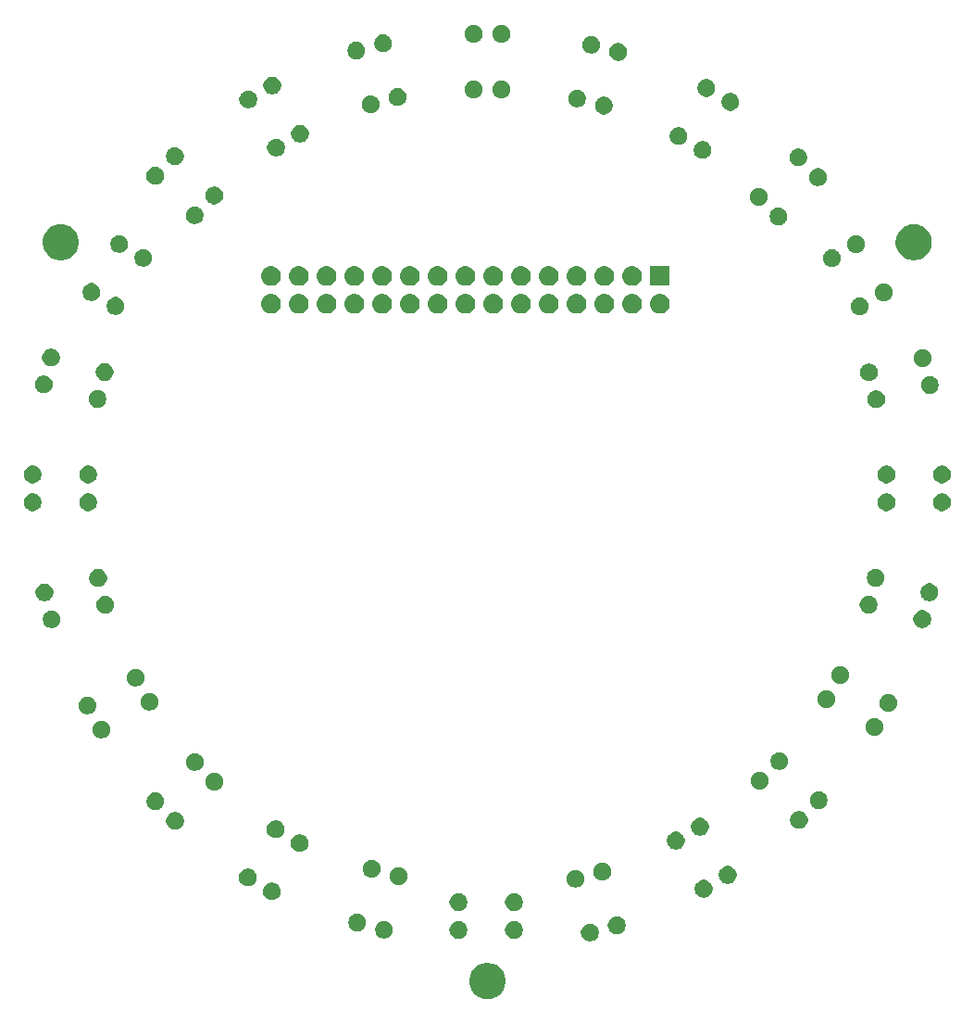
<source format=gbs>
G04 #@! TF.GenerationSoftware,KiCad,Pcbnew,(6.0.0-rc1-dev-1521-g81a0ab4d7)*
G04 #@! TF.CreationDate,2019-02-16T00:36:45+09:00
G04 #@! TF.ProjectId,lineses,6c696e65-7365-4732-9e6b-696361645f70,rev?*
G04 #@! TF.SameCoordinates,Original*
G04 #@! TF.FileFunction,Soldermask,Bot*
G04 #@! TF.FilePolarity,Negative*
%FSLAX46Y46*%
G04 Gerber Fmt 4.6, Leading zero omitted, Abs format (unit mm)*
G04 Created by KiCad (PCBNEW (6.0.0-rc1-dev-1521-g81a0ab4d7)) date 2019/02/16 0:36:45*
%MOMM*%
%LPD*%
G04 APERTURE LIST*
%ADD10C,0.100000*%
G04 APERTURE END LIST*
D10*
G36*
X79335198Y-111700078D02*
G01*
X79441521Y-111721227D01*
X79741984Y-111845683D01*
X80008794Y-112023960D01*
X80012396Y-112026367D01*
X80242355Y-112256326D01*
X80423040Y-112526740D01*
X80547495Y-112827202D01*
X80610942Y-113146169D01*
X80610942Y-113471391D01*
X80547495Y-113790358D01*
X80423040Y-114090820D01*
X80242355Y-114361234D01*
X80012396Y-114591193D01*
X80012393Y-114591195D01*
X79741984Y-114771877D01*
X79441521Y-114896333D01*
X79335198Y-114917482D01*
X79122553Y-114959780D01*
X78797331Y-114959780D01*
X78584686Y-114917482D01*
X78478363Y-114896333D01*
X78177900Y-114771877D01*
X77907491Y-114591195D01*
X77907488Y-114591193D01*
X77677529Y-114361234D01*
X77496844Y-114090820D01*
X77372389Y-113790358D01*
X77308942Y-113471391D01*
X77308942Y-113146169D01*
X77372389Y-112827202D01*
X77496844Y-112526740D01*
X77677529Y-112256326D01*
X77907488Y-112026367D01*
X77911090Y-112023960D01*
X78177900Y-111845683D01*
X78478363Y-111721227D01*
X78584686Y-111700078D01*
X78797331Y-111657780D01*
X79122553Y-111657780D01*
X79335198Y-111700078D01*
X79335198Y-111700078D01*
G37*
G36*
X88571033Y-108087874D02*
G01*
X88718993Y-108149162D01*
X88786021Y-108193949D01*
X88850650Y-108237132D01*
X88852149Y-108238134D01*
X88965389Y-108351374D01*
X89054361Y-108484530D01*
X89115649Y-108632490D01*
X89146891Y-108789557D01*
X89146891Y-108949707D01*
X89115649Y-109106774D01*
X89068245Y-109221215D01*
X89054777Y-109253731D01*
X89054361Y-109254734D01*
X89050656Y-109260279D01*
X88991208Y-109349250D01*
X88965389Y-109387890D01*
X88852149Y-109501130D01*
X88718993Y-109590102D01*
X88571033Y-109651390D01*
X88413966Y-109682632D01*
X88253816Y-109682632D01*
X88096749Y-109651390D01*
X87948789Y-109590102D01*
X87815633Y-109501130D01*
X87702393Y-109387890D01*
X87676575Y-109349250D01*
X87617126Y-109260279D01*
X87613421Y-109254734D01*
X87613006Y-109253731D01*
X87599537Y-109221215D01*
X87552133Y-109106774D01*
X87520891Y-108949707D01*
X87520891Y-108789557D01*
X87552133Y-108632490D01*
X87613421Y-108484530D01*
X87702393Y-108351374D01*
X87815633Y-108238134D01*
X87817133Y-108237132D01*
X87881761Y-108193949D01*
X87948789Y-108149162D01*
X88096749Y-108087874D01*
X88253816Y-108056632D01*
X88413966Y-108056632D01*
X88571033Y-108087874D01*
X88571033Y-108087874D01*
G37*
G36*
X76547084Y-107847022D02*
G01*
X76695044Y-107908310D01*
X76762072Y-107953097D01*
X76828199Y-107997281D01*
X76941441Y-108110523D01*
X76985625Y-108176650D01*
X77030412Y-108243678D01*
X77091700Y-108391638D01*
X77122942Y-108548705D01*
X77122942Y-108708855D01*
X77091700Y-108865922D01*
X77044296Y-108980363D01*
X77030413Y-109013880D01*
X76945816Y-109140490D01*
X76941440Y-109147038D01*
X76828200Y-109260278D01*
X76695044Y-109349250D01*
X76547084Y-109410538D01*
X76390017Y-109441780D01*
X76229867Y-109441780D01*
X76072800Y-109410538D01*
X75924840Y-109349250D01*
X75791684Y-109260278D01*
X75678444Y-109147038D01*
X75674069Y-109140490D01*
X75589471Y-109013880D01*
X75575588Y-108980363D01*
X75528184Y-108865922D01*
X75496942Y-108708855D01*
X75496942Y-108548705D01*
X75528184Y-108391638D01*
X75589472Y-108243678D01*
X75634259Y-108176650D01*
X75678443Y-108110523D01*
X75791685Y-107997281D01*
X75857812Y-107953097D01*
X75924840Y-107908310D01*
X76072800Y-107847022D01*
X76229867Y-107815780D01*
X76390017Y-107815780D01*
X76547084Y-107847022D01*
X76547084Y-107847022D01*
G37*
G36*
X81627084Y-107847022D02*
G01*
X81775044Y-107908310D01*
X81842072Y-107953097D01*
X81908199Y-107997281D01*
X82021441Y-108110523D01*
X82065625Y-108176650D01*
X82110412Y-108243678D01*
X82171700Y-108391638D01*
X82202942Y-108548705D01*
X82202942Y-108708855D01*
X82171700Y-108865922D01*
X82124296Y-108980363D01*
X82110413Y-109013880D01*
X82025816Y-109140490D01*
X82021440Y-109147038D01*
X81908200Y-109260278D01*
X81775044Y-109349250D01*
X81627084Y-109410538D01*
X81470017Y-109441780D01*
X81309867Y-109441780D01*
X81152800Y-109410538D01*
X81004840Y-109349250D01*
X80871684Y-109260278D01*
X80758444Y-109147038D01*
X80754069Y-109140490D01*
X80669471Y-109013880D01*
X80655588Y-108980363D01*
X80608184Y-108865922D01*
X80576942Y-108708855D01*
X80576942Y-108548705D01*
X80608184Y-108391638D01*
X80669472Y-108243678D01*
X80714259Y-108176650D01*
X80758443Y-108110523D01*
X80871685Y-107997281D01*
X80937812Y-107953097D01*
X81004840Y-107908310D01*
X81152800Y-107847022D01*
X81309867Y-107815780D01*
X81470017Y-107815780D01*
X81627084Y-107847022D01*
X81627084Y-107847022D01*
G37*
G36*
X69749684Y-107840474D02*
G01*
X69897644Y-107901762D01*
X69964672Y-107946549D01*
X70030799Y-107990733D01*
X70144041Y-108103975D01*
X70148416Y-108110523D01*
X70209522Y-108201974D01*
X70233013Y-108237132D01*
X70233428Y-108238134D01*
X70294300Y-108385090D01*
X70325542Y-108542157D01*
X70325542Y-108702307D01*
X70294300Y-108859374D01*
X70233012Y-109007334D01*
X70221053Y-109025232D01*
X70144041Y-109140489D01*
X70030799Y-109253731D01*
X70020999Y-109260279D01*
X69897644Y-109342702D01*
X69749684Y-109403990D01*
X69592617Y-109435232D01*
X69432467Y-109435232D01*
X69275400Y-109403990D01*
X69127440Y-109342702D01*
X69004085Y-109260279D01*
X68994285Y-109253731D01*
X68881043Y-109140489D01*
X68804031Y-109025232D01*
X68792072Y-109007334D01*
X68730784Y-108859374D01*
X68699542Y-108702307D01*
X68699542Y-108542157D01*
X68730784Y-108385090D01*
X68791656Y-108238134D01*
X68792071Y-108237132D01*
X68815563Y-108201974D01*
X68876668Y-108110523D01*
X68881043Y-108103975D01*
X68994285Y-107990733D01*
X69060412Y-107946549D01*
X69127440Y-107901762D01*
X69275400Y-107840474D01*
X69432467Y-107809232D01*
X69592617Y-107809232D01*
X69749684Y-107840474D01*
X69749684Y-107840474D01*
G37*
G36*
X91024484Y-107430474D02*
G01*
X91172444Y-107491762D01*
X91305600Y-107580734D01*
X91418840Y-107693974D01*
X91507812Y-107827130D01*
X91569100Y-107975090D01*
X91600342Y-108132157D01*
X91600342Y-108292307D01*
X91569100Y-108449374D01*
X91507812Y-108597334D01*
X91463025Y-108664362D01*
X91418841Y-108730489D01*
X91305599Y-108843731D01*
X91272386Y-108865923D01*
X91172444Y-108932702D01*
X91024484Y-108993990D01*
X90867417Y-109025232D01*
X90707267Y-109025232D01*
X90550200Y-108993990D01*
X90402240Y-108932702D01*
X90302298Y-108865923D01*
X90269085Y-108843731D01*
X90155843Y-108730489D01*
X90111659Y-108664362D01*
X90066872Y-108597334D01*
X90005584Y-108449374D01*
X89974342Y-108292307D01*
X89974342Y-108132157D01*
X90005584Y-107975090D01*
X90066872Y-107827130D01*
X90155844Y-107693974D01*
X90269084Y-107580734D01*
X90402240Y-107491762D01*
X90550200Y-107430474D01*
X90707267Y-107399232D01*
X90867417Y-107399232D01*
X91024484Y-107430474D01*
X91024484Y-107430474D01*
G37*
G36*
X67296232Y-107183073D02*
G01*
X67444192Y-107244361D01*
X67577348Y-107333333D01*
X67690588Y-107446573D01*
X67779560Y-107579729D01*
X67840848Y-107727689D01*
X67872090Y-107884756D01*
X67872090Y-108044906D01*
X67840848Y-108201973D01*
X67779560Y-108349933D01*
X67690588Y-108483089D01*
X67577348Y-108596329D01*
X67444192Y-108685301D01*
X67296232Y-108746589D01*
X67139165Y-108777831D01*
X66979015Y-108777831D01*
X66821948Y-108746589D01*
X66673988Y-108685301D01*
X66540832Y-108596329D01*
X66427592Y-108483089D01*
X66338620Y-108349933D01*
X66277332Y-108201973D01*
X66246090Y-108044906D01*
X66246090Y-107884756D01*
X66277332Y-107727689D01*
X66338620Y-107579729D01*
X66427592Y-107446573D01*
X66540832Y-107333333D01*
X66673988Y-107244361D01*
X66821948Y-107183073D01*
X66979015Y-107151831D01*
X67139165Y-107151831D01*
X67296232Y-107183073D01*
X67296232Y-107183073D01*
G37*
G36*
X81627084Y-105307022D02*
G01*
X81775044Y-105368310D01*
X81817595Y-105396742D01*
X81908199Y-105457281D01*
X82021441Y-105570523D01*
X82040439Y-105598956D01*
X82110412Y-105703678D01*
X82171700Y-105851638D01*
X82202942Y-106008705D01*
X82202942Y-106168855D01*
X82171700Y-106325922D01*
X82110412Y-106473882D01*
X82021440Y-106607038D01*
X81908200Y-106720278D01*
X81775044Y-106809250D01*
X81627084Y-106870538D01*
X81470017Y-106901780D01*
X81309867Y-106901780D01*
X81152800Y-106870538D01*
X81004840Y-106809250D01*
X80871684Y-106720278D01*
X80758444Y-106607038D01*
X80669472Y-106473882D01*
X80608184Y-106325922D01*
X80576942Y-106168855D01*
X80576942Y-106008705D01*
X80608184Y-105851638D01*
X80669472Y-105703678D01*
X80739445Y-105598956D01*
X80758443Y-105570523D01*
X80871685Y-105457281D01*
X80962289Y-105396742D01*
X81004840Y-105368310D01*
X81152800Y-105307022D01*
X81309867Y-105275780D01*
X81470017Y-105275780D01*
X81627084Y-105307022D01*
X81627084Y-105307022D01*
G37*
G36*
X76547084Y-105307022D02*
G01*
X76695044Y-105368310D01*
X76737595Y-105396742D01*
X76828199Y-105457281D01*
X76941441Y-105570523D01*
X76960439Y-105598956D01*
X77030412Y-105703678D01*
X77091700Y-105851638D01*
X77122942Y-106008705D01*
X77122942Y-106168855D01*
X77091700Y-106325922D01*
X77030412Y-106473882D01*
X76941440Y-106607038D01*
X76828200Y-106720278D01*
X76695044Y-106809250D01*
X76547084Y-106870538D01*
X76390017Y-106901780D01*
X76229867Y-106901780D01*
X76072800Y-106870538D01*
X75924840Y-106809250D01*
X75791684Y-106720278D01*
X75678444Y-106607038D01*
X75589472Y-106473882D01*
X75528184Y-106325922D01*
X75496942Y-106168855D01*
X75496942Y-106008705D01*
X75528184Y-105851638D01*
X75589472Y-105703678D01*
X75659445Y-105598956D01*
X75678443Y-105570523D01*
X75791685Y-105457281D01*
X75882289Y-105396742D01*
X75924840Y-105368310D01*
X76072800Y-105307022D01*
X76229867Y-105275780D01*
X76390017Y-105275780D01*
X76547084Y-105307022D01*
X76547084Y-105307022D01*
G37*
G36*
X59497084Y-104336727D02*
G01*
X59645044Y-104398015D01*
X59680169Y-104421485D01*
X59778199Y-104486986D01*
X59891441Y-104600228D01*
X59980413Y-104733385D01*
X59994296Y-104766902D01*
X60041700Y-104881343D01*
X60072942Y-105038410D01*
X60072942Y-105198560D01*
X60041700Y-105355627D01*
X59980412Y-105503587D01*
X59935687Y-105570522D01*
X59916689Y-105598956D01*
X59891440Y-105636743D01*
X59778200Y-105749983D01*
X59645044Y-105838955D01*
X59497084Y-105900243D01*
X59340017Y-105931485D01*
X59179867Y-105931485D01*
X59022800Y-105900243D01*
X58874840Y-105838955D01*
X58741684Y-105749983D01*
X58628444Y-105636743D01*
X58603196Y-105598956D01*
X58584197Y-105570522D01*
X58539472Y-105503587D01*
X58478184Y-105355627D01*
X58446942Y-105198560D01*
X58446942Y-105038410D01*
X58478184Y-104881343D01*
X58525588Y-104766902D01*
X58539471Y-104733385D01*
X58628443Y-104600228D01*
X58741685Y-104486986D01*
X58839715Y-104421485D01*
X58874840Y-104398015D01*
X59022800Y-104336727D01*
X59179867Y-104305485D01*
X59340017Y-104305485D01*
X59497084Y-104336727D01*
X59497084Y-104336727D01*
G37*
G36*
X98977379Y-104096727D02*
G01*
X99125339Y-104158015D01*
X99187981Y-104199871D01*
X99258494Y-104246986D01*
X99371736Y-104360228D01*
X99396984Y-104398015D01*
X99456433Y-104486986D01*
X99460708Y-104493385D01*
X99462241Y-104497086D01*
X99521995Y-104641343D01*
X99553237Y-104798410D01*
X99553237Y-104958560D01*
X99521995Y-105115627D01*
X99487643Y-105198559D01*
X99460708Y-105263585D01*
X99390734Y-105368310D01*
X99371735Y-105396743D01*
X99258495Y-105509983D01*
X99125339Y-105598955D01*
X98977379Y-105660243D01*
X98820312Y-105691485D01*
X98660162Y-105691485D01*
X98503095Y-105660243D01*
X98355135Y-105598955D01*
X98221979Y-105509983D01*
X98108739Y-105396743D01*
X98089741Y-105368310D01*
X98019766Y-105263585D01*
X97992831Y-105198559D01*
X97958479Y-105115627D01*
X97927237Y-104958560D01*
X97927237Y-104798410D01*
X97958479Y-104641343D01*
X98018233Y-104497086D01*
X98019766Y-104493385D01*
X98024042Y-104486986D01*
X98083490Y-104398015D01*
X98108738Y-104360228D01*
X98221980Y-104246986D01*
X98292493Y-104199871D01*
X98355135Y-104158015D01*
X98503095Y-104096727D01*
X98660162Y-104065485D01*
X98820312Y-104065485D01*
X98977379Y-104096727D01*
X98977379Y-104096727D01*
G37*
G36*
X87256232Y-103180971D02*
G01*
X87404192Y-103242259D01*
X87471220Y-103287046D01*
X87535846Y-103330227D01*
X87537348Y-103331231D01*
X87650588Y-103444471D01*
X87739560Y-103577627D01*
X87800848Y-103725587D01*
X87832090Y-103882654D01*
X87832090Y-104042804D01*
X87800848Y-104199871D01*
X87757101Y-104305485D01*
X87744160Y-104336727D01*
X87739560Y-104347831D01*
X87726924Y-104366742D01*
X87650589Y-104480986D01*
X87537347Y-104594228D01*
X87528367Y-104600228D01*
X87404192Y-104683199D01*
X87256232Y-104744487D01*
X87099165Y-104775729D01*
X86939015Y-104775729D01*
X86781948Y-104744487D01*
X86633988Y-104683199D01*
X86509813Y-104600228D01*
X86500833Y-104594228D01*
X86387591Y-104480986D01*
X86311256Y-104366742D01*
X86298620Y-104347831D01*
X86294021Y-104336727D01*
X86281079Y-104305485D01*
X86237332Y-104199871D01*
X86206090Y-104042804D01*
X86206090Y-103882654D01*
X86237332Y-103725587D01*
X86298620Y-103577627D01*
X86387592Y-103444471D01*
X86500832Y-103331231D01*
X86502335Y-103330227D01*
X86566960Y-103287046D01*
X86633988Y-103242259D01*
X86781948Y-103180971D01*
X86939015Y-103149729D01*
X87099165Y-103149729D01*
X87256232Y-103180971D01*
X87256232Y-103180971D01*
G37*
G36*
X57297379Y-103066727D02*
G01*
X57445339Y-103128015D01*
X57460287Y-103138003D01*
X57578494Y-103216986D01*
X57691736Y-103330228D01*
X57692406Y-103331231D01*
X57780707Y-103463383D01*
X57841995Y-103611343D01*
X57873237Y-103768410D01*
X57873237Y-103928560D01*
X57841995Y-104085627D01*
X57780707Y-104233587D01*
X57771754Y-104246986D01*
X57691736Y-104366742D01*
X57578494Y-104479984D01*
X57552900Y-104497085D01*
X57445339Y-104568955D01*
X57297379Y-104630243D01*
X57140312Y-104661485D01*
X56980162Y-104661485D01*
X56823095Y-104630243D01*
X56675135Y-104568955D01*
X56567574Y-104497085D01*
X56541980Y-104479984D01*
X56428738Y-104366742D01*
X56348720Y-104246986D01*
X56339767Y-104233587D01*
X56278479Y-104085627D01*
X56247237Y-103928560D01*
X56247237Y-103768410D01*
X56278479Y-103611343D01*
X56339767Y-103463383D01*
X56428068Y-103331231D01*
X56428738Y-103330228D01*
X56541980Y-103216986D01*
X56660187Y-103138003D01*
X56675135Y-103128015D01*
X56823095Y-103066727D01*
X56980162Y-103035485D01*
X57140312Y-103035485D01*
X57297379Y-103066727D01*
X57297379Y-103066727D01*
G37*
G36*
X71064484Y-102933570D02*
G01*
X71212444Y-102994858D01*
X71273247Y-103035485D01*
X71345599Y-103083829D01*
X71458841Y-103197071D01*
X71472148Y-103216987D01*
X71547812Y-103330226D01*
X71609100Y-103478186D01*
X71640342Y-103635253D01*
X71640342Y-103795403D01*
X71609100Y-103952470D01*
X71571682Y-104042803D01*
X71547813Y-104100428D01*
X71458841Y-104233585D01*
X71345599Y-104346827D01*
X71315794Y-104366742D01*
X71212444Y-104435798D01*
X71064484Y-104497086D01*
X70907417Y-104528328D01*
X70747267Y-104528328D01*
X70590200Y-104497086D01*
X70442240Y-104435798D01*
X70338890Y-104366742D01*
X70309085Y-104346827D01*
X70195843Y-104233585D01*
X70106871Y-104100428D01*
X70083002Y-104042803D01*
X70045584Y-103952470D01*
X70014342Y-103795403D01*
X70014342Y-103635253D01*
X70045584Y-103478186D01*
X70106872Y-103330226D01*
X70182536Y-103216987D01*
X70195843Y-103197071D01*
X70309085Y-103083829D01*
X70381437Y-103035485D01*
X70442240Y-102994858D01*
X70590200Y-102933570D01*
X70747267Y-102902328D01*
X70907417Y-102902328D01*
X71064484Y-102933570D01*
X71064484Y-102933570D01*
G37*
G36*
X101177084Y-102826727D02*
G01*
X101325044Y-102888015D01*
X101346465Y-102902328D01*
X101458199Y-102976986D01*
X101571441Y-103090228D01*
X101596689Y-103128015D01*
X101660412Y-103223383D01*
X101721700Y-103371343D01*
X101752942Y-103528410D01*
X101752942Y-103688560D01*
X101721700Y-103845627D01*
X101660412Y-103993587D01*
X101627527Y-104042803D01*
X101571441Y-104126742D01*
X101458199Y-104239984D01*
X101447718Y-104246987D01*
X101325044Y-104328955D01*
X101177084Y-104390243D01*
X101020017Y-104421485D01*
X100859867Y-104421485D01*
X100702800Y-104390243D01*
X100554840Y-104328955D01*
X100432166Y-104246987D01*
X100421685Y-104239984D01*
X100308443Y-104126742D01*
X100252357Y-104042803D01*
X100219472Y-103993587D01*
X100158184Y-103845627D01*
X100126942Y-103688560D01*
X100126942Y-103528410D01*
X100158184Y-103371343D01*
X100219472Y-103223383D01*
X100283195Y-103128015D01*
X100308443Y-103090228D01*
X100421685Y-102976986D01*
X100533419Y-102902328D01*
X100554840Y-102888015D01*
X100702800Y-102826727D01*
X100859867Y-102795485D01*
X101020017Y-102795485D01*
X101177084Y-102826727D01*
X101177084Y-102826727D01*
G37*
G36*
X89709684Y-102523570D02*
G01*
X89857644Y-102584858D01*
X89924672Y-102629645D01*
X89989301Y-102672828D01*
X89990800Y-102673830D01*
X90104040Y-102787070D01*
X90193012Y-102920226D01*
X90254300Y-103068186D01*
X90285542Y-103225253D01*
X90285542Y-103385403D01*
X90254300Y-103542470D01*
X90240334Y-103576186D01*
X90193428Y-103689427D01*
X90193012Y-103690430D01*
X90104040Y-103823586D01*
X89990800Y-103936826D01*
X89857644Y-104025798D01*
X89709684Y-104087086D01*
X89552617Y-104118328D01*
X89392467Y-104118328D01*
X89235400Y-104087086D01*
X89087440Y-104025798D01*
X88954284Y-103936826D01*
X88841044Y-103823586D01*
X88752072Y-103690430D01*
X88751657Y-103689427D01*
X88704750Y-103576186D01*
X88690784Y-103542470D01*
X88659542Y-103385403D01*
X88659542Y-103225253D01*
X88690784Y-103068186D01*
X88752072Y-102920226D01*
X88841044Y-102787070D01*
X88954284Y-102673830D01*
X88955784Y-102672828D01*
X89020412Y-102629645D01*
X89087440Y-102584858D01*
X89235400Y-102523570D01*
X89392467Y-102492328D01*
X89552617Y-102492328D01*
X89709684Y-102523570D01*
X89709684Y-102523570D01*
G37*
G36*
X68611033Y-102276170D02*
G01*
X68758993Y-102337458D01*
X68826021Y-102382245D01*
X68892148Y-102426429D01*
X69005390Y-102539671D01*
X69094362Y-102672828D01*
X69094777Y-102673830D01*
X69155649Y-102820786D01*
X69186891Y-102977853D01*
X69186891Y-103138003D01*
X69155649Y-103295070D01*
X69094361Y-103443030D01*
X69049574Y-103510058D01*
X69005390Y-103576185D01*
X68892148Y-103689427D01*
X68838032Y-103725586D01*
X68758993Y-103778398D01*
X68611033Y-103839686D01*
X68453966Y-103870928D01*
X68293816Y-103870928D01*
X68136749Y-103839686D01*
X67988789Y-103778398D01*
X67909750Y-103725586D01*
X67855634Y-103689427D01*
X67742392Y-103576185D01*
X67698208Y-103510058D01*
X67653421Y-103443030D01*
X67592133Y-103295070D01*
X67560891Y-103138003D01*
X67560891Y-102977853D01*
X67592133Y-102820786D01*
X67653005Y-102673830D01*
X67653420Y-102672828D01*
X67742392Y-102539671D01*
X67855634Y-102426429D01*
X67921761Y-102382245D01*
X67988789Y-102337458D01*
X68136749Y-102276170D01*
X68293816Y-102244928D01*
X68453966Y-102244928D01*
X68611033Y-102276170D01*
X68611033Y-102276170D01*
G37*
G36*
X62037084Y-99937317D02*
G01*
X62185044Y-99998605D01*
X62220169Y-100022075D01*
X62318199Y-100087576D01*
X62431441Y-100200818D01*
X62451496Y-100230833D01*
X62520412Y-100333973D01*
X62581700Y-100481933D01*
X62612942Y-100639000D01*
X62612942Y-100799150D01*
X62581700Y-100956217D01*
X62520412Y-101104177D01*
X62475625Y-101171205D01*
X62456689Y-101199546D01*
X62431440Y-101237333D01*
X62318200Y-101350573D01*
X62185044Y-101439545D01*
X62037084Y-101500833D01*
X61880017Y-101532075D01*
X61719867Y-101532075D01*
X61562800Y-101500833D01*
X61414840Y-101439545D01*
X61281684Y-101350573D01*
X61168444Y-101237333D01*
X61143196Y-101199546D01*
X61124259Y-101171205D01*
X61079472Y-101104177D01*
X61018184Y-100956217D01*
X60986942Y-100799150D01*
X60986942Y-100639000D01*
X61018184Y-100481933D01*
X61079472Y-100333973D01*
X61148388Y-100230833D01*
X61168443Y-100200818D01*
X61281685Y-100087576D01*
X61379715Y-100022075D01*
X61414840Y-99998605D01*
X61562800Y-99937317D01*
X61719867Y-99906075D01*
X61880017Y-99906075D01*
X62037084Y-99937317D01*
X62037084Y-99937317D01*
G37*
G36*
X96437379Y-99697317D02*
G01*
X96585339Y-99758605D01*
X96652367Y-99803392D01*
X96718494Y-99847576D01*
X96831736Y-99960818D01*
X96856984Y-99998605D01*
X96920707Y-100093973D01*
X96981995Y-100241933D01*
X97013237Y-100399000D01*
X97013237Y-100559150D01*
X96981995Y-100716217D01*
X96920707Y-100864177D01*
X96831735Y-100997333D01*
X96718495Y-101110573D01*
X96585339Y-101199545D01*
X96437379Y-101260833D01*
X96280312Y-101292075D01*
X96120162Y-101292075D01*
X95963095Y-101260833D01*
X95815135Y-101199545D01*
X95681979Y-101110573D01*
X95568739Y-100997333D01*
X95479767Y-100864177D01*
X95418479Y-100716217D01*
X95387237Y-100559150D01*
X95387237Y-100399000D01*
X95418479Y-100241933D01*
X95479767Y-100093973D01*
X95543490Y-99998605D01*
X95568738Y-99960818D01*
X95681980Y-99847576D01*
X95748107Y-99803392D01*
X95815135Y-99758605D01*
X95963095Y-99697317D01*
X96120162Y-99666075D01*
X96280312Y-99666075D01*
X96437379Y-99697317D01*
X96437379Y-99697317D01*
G37*
G36*
X59837379Y-98667317D02*
G01*
X59985339Y-98728605D01*
X60118495Y-98817577D01*
X60231735Y-98930817D01*
X60320707Y-99063973D01*
X60381995Y-99211933D01*
X60413237Y-99369000D01*
X60413237Y-99529150D01*
X60381995Y-99686217D01*
X60320707Y-99834177D01*
X60311754Y-99847576D01*
X60231736Y-99967332D01*
X60118494Y-100080574D01*
X60052367Y-100124758D01*
X59985339Y-100169545D01*
X59837379Y-100230833D01*
X59680312Y-100262075D01*
X59520162Y-100262075D01*
X59363095Y-100230833D01*
X59215135Y-100169545D01*
X59148107Y-100124758D01*
X59081980Y-100080574D01*
X58968738Y-99967332D01*
X58888720Y-99847576D01*
X58879767Y-99834177D01*
X58818479Y-99686217D01*
X58787237Y-99529150D01*
X58787237Y-99369000D01*
X58818479Y-99211933D01*
X58879767Y-99063973D01*
X58968739Y-98930817D01*
X59081979Y-98817577D01*
X59215135Y-98728605D01*
X59363095Y-98667317D01*
X59520162Y-98636075D01*
X59680312Y-98636075D01*
X59837379Y-98667317D01*
X59837379Y-98667317D01*
G37*
G36*
X98637084Y-98427317D02*
G01*
X98785044Y-98488605D01*
X98818273Y-98510808D01*
X98918199Y-98577576D01*
X99031441Y-98690818D01*
X99056689Y-98728605D01*
X99116138Y-98817576D01*
X99120413Y-98823975D01*
X99134296Y-98857492D01*
X99181700Y-98971933D01*
X99212942Y-99129000D01*
X99212942Y-99289150D01*
X99181700Y-99446217D01*
X99160320Y-99497831D01*
X99120413Y-99594175D01*
X99031441Y-99727332D01*
X98918199Y-99840574D01*
X98907718Y-99847577D01*
X98785044Y-99929545D01*
X98637084Y-99990833D01*
X98480017Y-100022075D01*
X98319867Y-100022075D01*
X98162800Y-99990833D01*
X98014840Y-99929545D01*
X97892166Y-99847577D01*
X97881685Y-99840574D01*
X97768443Y-99727332D01*
X97679471Y-99594175D01*
X97639564Y-99497831D01*
X97618184Y-99446217D01*
X97586942Y-99289150D01*
X97586942Y-99129000D01*
X97618184Y-98971933D01*
X97665588Y-98857492D01*
X97679471Y-98823975D01*
X97683747Y-98817576D01*
X97743195Y-98728605D01*
X97768443Y-98690818D01*
X97881685Y-98577576D01*
X97981611Y-98510808D01*
X98014840Y-98488605D01*
X98162800Y-98427317D01*
X98319867Y-98396075D01*
X98480017Y-98396075D01*
X98637084Y-98427317D01*
X98637084Y-98427317D01*
G37*
G36*
X50641033Y-97903073D02*
G01*
X50788993Y-97964361D01*
X50922149Y-98053333D01*
X51035389Y-98166573D01*
X51124361Y-98299729D01*
X51185649Y-98447689D01*
X51216891Y-98604756D01*
X51216891Y-98764906D01*
X51185649Y-98921973D01*
X51124361Y-99069933D01*
X51035389Y-99203089D01*
X50922149Y-99316329D01*
X50788993Y-99405301D01*
X50641033Y-99466589D01*
X50483966Y-99497831D01*
X50323816Y-99497831D01*
X50166749Y-99466589D01*
X50018789Y-99405301D01*
X49885633Y-99316329D01*
X49772393Y-99203089D01*
X49683421Y-99069933D01*
X49622133Y-98921973D01*
X49590891Y-98764906D01*
X49590891Y-98604756D01*
X49622133Y-98447689D01*
X49683421Y-98299729D01*
X49772393Y-98166573D01*
X49885633Y-98053333D01*
X50018789Y-97964361D01*
X50166749Y-97903073D01*
X50323816Y-97871831D01*
X50483966Y-97871831D01*
X50641033Y-97903073D01*
X50641033Y-97903073D01*
G37*
G36*
X107697084Y-97809124D02*
G01*
X107845044Y-97870412D01*
X107978200Y-97959384D01*
X108091440Y-98072624D01*
X108180412Y-98205780D01*
X108241700Y-98353740D01*
X108272942Y-98510807D01*
X108272942Y-98670957D01*
X108241700Y-98828024D01*
X108202784Y-98921973D01*
X108182091Y-98971932D01*
X108180412Y-98975984D01*
X108091440Y-99109140D01*
X107978200Y-99222380D01*
X107845044Y-99311352D01*
X107697084Y-99372640D01*
X107540017Y-99403882D01*
X107379867Y-99403882D01*
X107222800Y-99372640D01*
X107074840Y-99311352D01*
X106941684Y-99222380D01*
X106828444Y-99109140D01*
X106739472Y-98975984D01*
X106737794Y-98971932D01*
X106717100Y-98921973D01*
X106678184Y-98828024D01*
X106646942Y-98670957D01*
X106646942Y-98510807D01*
X106678184Y-98353740D01*
X106739472Y-98205780D01*
X106828444Y-98072624D01*
X106941684Y-97959384D01*
X107074840Y-97870412D01*
X107222800Y-97809124D01*
X107379867Y-97777882D01*
X107540017Y-97777882D01*
X107697084Y-97809124D01*
X107697084Y-97809124D01*
G37*
G36*
X48844982Y-96107022D02*
G01*
X48992942Y-96168310D01*
X49126098Y-96257282D01*
X49239338Y-96370522D01*
X49328310Y-96503678D01*
X49389598Y-96651638D01*
X49420840Y-96808705D01*
X49420840Y-96968855D01*
X49389598Y-97125922D01*
X49328310Y-97273882D01*
X49239338Y-97407038D01*
X49126098Y-97520278D01*
X48992942Y-97609250D01*
X48844982Y-97670538D01*
X48687915Y-97701780D01*
X48527765Y-97701780D01*
X48370698Y-97670538D01*
X48222738Y-97609250D01*
X48089582Y-97520278D01*
X47976342Y-97407038D01*
X47887370Y-97273882D01*
X47826082Y-97125922D01*
X47794840Y-96968855D01*
X47794840Y-96808705D01*
X47826082Y-96651638D01*
X47887370Y-96503678D01*
X47976342Y-96370522D01*
X48089582Y-96257282D01*
X48222738Y-96168310D01*
X48370698Y-96107022D01*
X48527765Y-96075780D01*
X48687915Y-96075780D01*
X48844982Y-96107022D01*
X48844982Y-96107022D01*
G37*
G36*
X109493135Y-96013073D02*
G01*
X109641095Y-96074361D01*
X109774251Y-96163333D01*
X109887491Y-96276573D01*
X109976463Y-96409729D01*
X110037751Y-96557689D01*
X110068993Y-96714756D01*
X110068993Y-96874906D01*
X110037751Y-97031973D01*
X109976463Y-97179933D01*
X109887491Y-97313089D01*
X109774251Y-97426329D01*
X109641095Y-97515301D01*
X109493135Y-97576589D01*
X109336068Y-97607831D01*
X109175918Y-97607831D01*
X109018851Y-97576589D01*
X108870891Y-97515301D01*
X108737735Y-97426329D01*
X108624495Y-97313089D01*
X108535523Y-97179933D01*
X108474235Y-97031973D01*
X108442993Y-96874906D01*
X108442993Y-96714756D01*
X108474235Y-96557689D01*
X108535523Y-96409729D01*
X108624495Y-96276573D01*
X108737735Y-96163333D01*
X108870891Y-96074361D01*
X109018851Y-96013073D01*
X109175918Y-95981831D01*
X109336068Y-95981831D01*
X109493135Y-96013073D01*
X109493135Y-96013073D01*
G37*
G36*
X54233135Y-94310971D02*
G01*
X54381095Y-94372259D01*
X54514251Y-94461231D01*
X54627491Y-94574471D01*
X54716463Y-94707627D01*
X54777751Y-94855587D01*
X54808993Y-95012654D01*
X54808993Y-95172804D01*
X54777751Y-95329871D01*
X54716463Y-95477831D01*
X54627491Y-95610987D01*
X54514251Y-95724227D01*
X54381095Y-95813199D01*
X54233135Y-95874487D01*
X54076068Y-95905729D01*
X53915918Y-95905729D01*
X53758851Y-95874487D01*
X53610891Y-95813199D01*
X53477735Y-95724227D01*
X53364495Y-95610987D01*
X53275523Y-95477831D01*
X53214235Y-95329871D01*
X53182993Y-95172804D01*
X53182993Y-95012654D01*
X53214235Y-94855587D01*
X53275523Y-94707627D01*
X53364495Y-94574471D01*
X53477735Y-94461231D01*
X53610891Y-94372259D01*
X53758851Y-94310971D01*
X53915918Y-94279729D01*
X54076068Y-94279729D01*
X54233135Y-94310971D01*
X54233135Y-94310971D01*
G37*
G36*
X104104982Y-94217022D02*
G01*
X104252942Y-94278310D01*
X104386098Y-94367282D01*
X104499338Y-94480522D01*
X104588310Y-94613678D01*
X104649598Y-94761638D01*
X104680840Y-94918705D01*
X104680840Y-95078855D01*
X104649598Y-95235922D01*
X104588310Y-95383882D01*
X104499338Y-95517038D01*
X104386098Y-95630278D01*
X104252942Y-95719250D01*
X104104982Y-95780538D01*
X103947915Y-95811780D01*
X103787765Y-95811780D01*
X103630698Y-95780538D01*
X103482738Y-95719250D01*
X103349582Y-95630278D01*
X103236342Y-95517038D01*
X103147370Y-95383882D01*
X103086082Y-95235922D01*
X103054840Y-95078855D01*
X103054840Y-94918705D01*
X103086082Y-94761638D01*
X103147370Y-94613678D01*
X103236342Y-94480522D01*
X103349582Y-94367282D01*
X103482738Y-94278310D01*
X103630698Y-94217022D01*
X103787765Y-94185780D01*
X103947915Y-94185780D01*
X104104982Y-94217022D01*
X104104982Y-94217022D01*
G37*
G36*
X52437084Y-92514920D02*
G01*
X52585044Y-92576208D01*
X52718200Y-92665180D01*
X52831440Y-92778420D01*
X52920412Y-92911576D01*
X52981700Y-93059536D01*
X53012942Y-93216603D01*
X53012942Y-93376753D01*
X52981700Y-93533820D01*
X52920412Y-93681780D01*
X52831440Y-93814936D01*
X52718200Y-93928176D01*
X52585044Y-94017148D01*
X52437084Y-94078436D01*
X52280017Y-94109678D01*
X52119867Y-94109678D01*
X51962800Y-94078436D01*
X51814840Y-94017148D01*
X51681684Y-93928176D01*
X51568444Y-93814936D01*
X51479472Y-93681780D01*
X51418184Y-93533820D01*
X51386942Y-93376753D01*
X51386942Y-93216603D01*
X51418184Y-93059536D01*
X51479472Y-92911576D01*
X51568444Y-92778420D01*
X51681684Y-92665180D01*
X51814840Y-92576208D01*
X51962800Y-92514920D01*
X52119867Y-92483678D01*
X52280017Y-92483678D01*
X52437084Y-92514920D01*
X52437084Y-92514920D01*
G37*
G36*
X105901033Y-92420971D02*
G01*
X106048993Y-92482259D01*
X106182149Y-92571231D01*
X106295389Y-92684471D01*
X106384361Y-92817627D01*
X106445649Y-92965587D01*
X106476891Y-93122654D01*
X106476891Y-93282804D01*
X106445649Y-93439871D01*
X106384361Y-93587831D01*
X106295389Y-93720987D01*
X106182149Y-93834227D01*
X106048993Y-93923199D01*
X105901033Y-93984487D01*
X105743966Y-94015729D01*
X105583816Y-94015729D01*
X105426749Y-93984487D01*
X105278789Y-93923199D01*
X105145633Y-93834227D01*
X105032393Y-93720987D01*
X104943421Y-93587831D01*
X104882133Y-93439871D01*
X104850891Y-93282804D01*
X104850891Y-93122654D01*
X104882133Y-92965587D01*
X104943421Y-92817627D01*
X105032393Y-92684471D01*
X105145633Y-92571231D01*
X105278789Y-92482259D01*
X105426749Y-92420971D01*
X105583816Y-92389729D01*
X105743966Y-92389729D01*
X105901033Y-92420971D01*
X105901033Y-92420971D01*
G37*
G36*
X43897379Y-89547022D02*
G01*
X44045339Y-89608310D01*
X44178495Y-89697282D01*
X44291735Y-89810522D01*
X44380707Y-89943678D01*
X44441995Y-90091638D01*
X44473237Y-90248705D01*
X44473237Y-90408855D01*
X44441995Y-90565922D01*
X44380707Y-90713882D01*
X44291735Y-90847038D01*
X44178495Y-90960278D01*
X44045339Y-91049250D01*
X43897379Y-91110538D01*
X43740312Y-91141780D01*
X43580162Y-91141780D01*
X43423095Y-91110538D01*
X43275135Y-91049250D01*
X43141979Y-90960278D01*
X43028739Y-90847038D01*
X42939767Y-90713882D01*
X42878479Y-90565922D01*
X42847237Y-90408855D01*
X42847237Y-90248705D01*
X42878479Y-90091638D01*
X42939767Y-89943678D01*
X43028739Y-89810522D01*
X43141979Y-89697282D01*
X43275135Y-89608310D01*
X43423095Y-89547022D01*
X43580162Y-89515780D01*
X43740312Y-89515780D01*
X43897379Y-89547022D01*
X43897379Y-89547022D01*
G37*
G36*
X114586789Y-89306727D02*
G01*
X114734749Y-89368015D01*
X114867905Y-89456987D01*
X114981145Y-89570227D01*
X115070117Y-89703383D01*
X115131405Y-89851343D01*
X115162647Y-90008410D01*
X115162647Y-90168560D01*
X115131405Y-90325627D01*
X115070117Y-90473587D01*
X114981145Y-90606743D01*
X114867905Y-90719983D01*
X114734749Y-90808955D01*
X114586789Y-90870243D01*
X114429722Y-90901485D01*
X114269572Y-90901485D01*
X114112505Y-90870243D01*
X113964545Y-90808955D01*
X113831389Y-90719983D01*
X113718149Y-90606743D01*
X113629177Y-90473587D01*
X113567889Y-90325627D01*
X113536647Y-90168560D01*
X113536647Y-90008410D01*
X113567889Y-89851343D01*
X113629177Y-89703383D01*
X113718149Y-89570227D01*
X113831389Y-89456987D01*
X113964545Y-89368015D01*
X114112505Y-89306727D01*
X114269572Y-89275485D01*
X114429722Y-89275485D01*
X114586789Y-89306727D01*
X114586789Y-89306727D01*
G37*
G36*
X42627379Y-87347317D02*
G01*
X42683402Y-87370523D01*
X42763445Y-87403678D01*
X42775339Y-87408605D01*
X42842367Y-87453392D01*
X42908494Y-87497576D01*
X43021736Y-87610818D01*
X43049010Y-87651637D01*
X43110707Y-87743973D01*
X43171995Y-87891933D01*
X43203237Y-88049000D01*
X43203237Y-88209150D01*
X43171995Y-88366217D01*
X43155086Y-88407038D01*
X43112748Y-88509251D01*
X43110707Y-88514177D01*
X43021735Y-88647333D01*
X42908495Y-88760573D01*
X42775339Y-88849545D01*
X42627379Y-88910833D01*
X42470312Y-88942075D01*
X42310162Y-88942075D01*
X42153095Y-88910833D01*
X42005135Y-88849545D01*
X41871979Y-88760573D01*
X41758739Y-88647333D01*
X41669767Y-88514177D01*
X41667727Y-88509251D01*
X41625388Y-88407038D01*
X41608479Y-88366217D01*
X41577237Y-88209150D01*
X41577237Y-88049000D01*
X41608479Y-87891933D01*
X41669767Y-87743973D01*
X41731464Y-87651637D01*
X41758738Y-87610818D01*
X41871980Y-87497576D01*
X41938107Y-87453392D01*
X42005135Y-87408605D01*
X42017030Y-87403678D01*
X42097072Y-87370523D01*
X42153095Y-87347317D01*
X42310162Y-87316075D01*
X42470312Y-87316075D01*
X42627379Y-87347317D01*
X42627379Y-87347317D01*
G37*
G36*
X115856789Y-87107022D02*
G01*
X115971230Y-87154426D01*
X115992855Y-87163383D01*
X116004749Y-87168310D01*
X116071777Y-87213097D01*
X116137904Y-87257281D01*
X116251146Y-87370523D01*
X116276591Y-87408604D01*
X116340117Y-87503678D01*
X116401405Y-87651638D01*
X116432647Y-87808705D01*
X116432647Y-87968855D01*
X116401405Y-88125922D01*
X116381539Y-88173882D01*
X116342158Y-88268956D01*
X116340117Y-88273882D01*
X116251145Y-88407038D01*
X116137905Y-88520278D01*
X116004749Y-88609250D01*
X115856789Y-88670538D01*
X115699722Y-88701780D01*
X115539572Y-88701780D01*
X115382505Y-88670538D01*
X115234545Y-88609250D01*
X115101389Y-88520278D01*
X114988149Y-88407038D01*
X114899177Y-88273882D01*
X114897137Y-88268956D01*
X114857755Y-88173882D01*
X114837889Y-88125922D01*
X114806647Y-87968855D01*
X114806647Y-87808705D01*
X114837889Y-87651638D01*
X114899177Y-87503678D01*
X114962703Y-87408604D01*
X114988148Y-87370523D01*
X115101390Y-87257281D01*
X115167517Y-87213097D01*
X115234545Y-87168310D01*
X115246440Y-87163383D01*
X115268064Y-87154426D01*
X115382505Y-87107022D01*
X115539572Y-87075780D01*
X115699722Y-87075780D01*
X115856789Y-87107022D01*
X115856789Y-87107022D01*
G37*
G36*
X48296789Y-87007022D02*
G01*
X48444749Y-87068310D01*
X48577905Y-87157282D01*
X48691145Y-87270522D01*
X48757964Y-87370523D01*
X48780118Y-87403680D01*
X48782158Y-87408605D01*
X48841405Y-87551638D01*
X48872647Y-87708705D01*
X48872647Y-87868855D01*
X48841405Y-88025922D01*
X48780117Y-88173882D01*
X48756552Y-88209149D01*
X48713301Y-88273880D01*
X48691145Y-88307038D01*
X48577905Y-88420278D01*
X48444749Y-88509250D01*
X48444748Y-88509251D01*
X48444747Y-88509251D01*
X48418123Y-88520279D01*
X48296789Y-88570538D01*
X48139722Y-88601780D01*
X47979572Y-88601780D01*
X47822505Y-88570538D01*
X47701171Y-88520279D01*
X47674547Y-88509251D01*
X47674546Y-88509251D01*
X47674545Y-88509250D01*
X47541389Y-88420278D01*
X47428149Y-88307038D01*
X47405994Y-88273880D01*
X47362742Y-88209149D01*
X47339177Y-88173882D01*
X47277889Y-88025922D01*
X47246647Y-87868855D01*
X47246647Y-87708705D01*
X47277889Y-87551638D01*
X47337136Y-87408605D01*
X47339176Y-87403680D01*
X47361331Y-87370523D01*
X47428149Y-87270522D01*
X47541389Y-87157282D01*
X47674545Y-87068310D01*
X47822505Y-87007022D01*
X47979572Y-86975780D01*
X48139722Y-86975780D01*
X48296789Y-87007022D01*
X48296789Y-87007022D01*
G37*
G36*
X110187379Y-86766727D02*
G01*
X110335339Y-86828015D01*
X110468495Y-86916987D01*
X110581735Y-87030227D01*
X110666630Y-87157281D01*
X110670708Y-87163385D01*
X110672748Y-87168310D01*
X110731995Y-87311343D01*
X110763237Y-87468410D01*
X110763237Y-87628560D01*
X110731995Y-87785627D01*
X110722435Y-87808706D01*
X110670708Y-87933585D01*
X110593591Y-88049000D01*
X110581735Y-88066743D01*
X110468495Y-88179983D01*
X110335339Y-88268955D01*
X110335338Y-88268956D01*
X110335337Y-88268956D01*
X110301820Y-88282839D01*
X110187379Y-88330243D01*
X110030312Y-88361485D01*
X109870162Y-88361485D01*
X109713095Y-88330243D01*
X109598654Y-88282839D01*
X109565137Y-88268956D01*
X109565136Y-88268956D01*
X109565135Y-88268955D01*
X109431979Y-88179983D01*
X109318739Y-88066743D01*
X109306884Y-88049000D01*
X109229766Y-87933585D01*
X109178039Y-87808706D01*
X109168479Y-87785627D01*
X109137237Y-87628560D01*
X109137237Y-87468410D01*
X109168479Y-87311343D01*
X109227726Y-87168310D01*
X109229766Y-87163385D01*
X109233845Y-87157281D01*
X109318739Y-87030227D01*
X109431979Y-86916987D01*
X109565135Y-86828015D01*
X109713095Y-86766727D01*
X109870162Y-86735485D01*
X110030312Y-86735485D01*
X110187379Y-86766727D01*
X110187379Y-86766727D01*
G37*
G36*
X47026789Y-84807317D02*
G01*
X47174749Y-84868605D01*
X47307905Y-84957577D01*
X47421145Y-85070817D01*
X47510117Y-85203973D01*
X47571405Y-85351933D01*
X47602647Y-85509000D01*
X47602647Y-85669150D01*
X47571405Y-85826217D01*
X47510117Y-85974177D01*
X47421145Y-86107333D01*
X47307905Y-86220573D01*
X47174749Y-86309545D01*
X47026789Y-86370833D01*
X46869722Y-86402075D01*
X46709572Y-86402075D01*
X46552505Y-86370833D01*
X46404545Y-86309545D01*
X46271389Y-86220573D01*
X46158149Y-86107333D01*
X46069177Y-85974177D01*
X46007889Y-85826217D01*
X45976647Y-85669150D01*
X45976647Y-85509000D01*
X46007889Y-85351933D01*
X46069177Y-85203973D01*
X46158149Y-85070817D01*
X46271389Y-84957577D01*
X46404545Y-84868605D01*
X46552505Y-84807317D01*
X46709572Y-84776075D01*
X46869722Y-84776075D01*
X47026789Y-84807317D01*
X47026789Y-84807317D01*
G37*
G36*
X111457379Y-84567022D02*
G01*
X111605339Y-84628310D01*
X111738495Y-84717282D01*
X111851735Y-84830522D01*
X111940707Y-84963678D01*
X112001995Y-85111638D01*
X112033237Y-85268705D01*
X112033237Y-85428855D01*
X112001995Y-85585922D01*
X111940707Y-85733882D01*
X111851735Y-85867038D01*
X111738495Y-85980278D01*
X111605339Y-86069250D01*
X111457379Y-86130538D01*
X111300312Y-86161780D01*
X111140162Y-86161780D01*
X110983095Y-86130538D01*
X110835135Y-86069250D01*
X110701979Y-85980278D01*
X110588739Y-85867038D01*
X110499767Y-85733882D01*
X110438479Y-85585922D01*
X110407237Y-85428855D01*
X110407237Y-85268705D01*
X110438479Y-85111638D01*
X110499767Y-84963678D01*
X110588739Y-84830522D01*
X110701979Y-84717282D01*
X110835135Y-84628310D01*
X110983095Y-84567022D01*
X111140162Y-84535780D01*
X111300312Y-84535780D01*
X111457379Y-84567022D01*
X111457379Y-84567022D01*
G37*
G36*
X39353632Y-79474422D02*
G01*
X39501592Y-79535710D01*
X39634748Y-79624682D01*
X39747988Y-79737922D01*
X39836960Y-79871078D01*
X39898248Y-80019038D01*
X39929490Y-80176105D01*
X39929490Y-80336255D01*
X39898248Y-80493322D01*
X39836960Y-80641282D01*
X39747988Y-80774438D01*
X39634748Y-80887678D01*
X39501592Y-80976650D01*
X39353632Y-81037938D01*
X39196565Y-81069180D01*
X39036415Y-81069180D01*
X38879348Y-81037938D01*
X38731388Y-80976650D01*
X38598232Y-80887678D01*
X38484992Y-80774438D01*
X38396020Y-80641282D01*
X38334732Y-80493322D01*
X38303490Y-80336255D01*
X38303490Y-80176105D01*
X38334732Y-80019038D01*
X38396020Y-79871078D01*
X38484992Y-79737922D01*
X38598232Y-79624682D01*
X38731388Y-79535710D01*
X38879348Y-79474422D01*
X39036415Y-79443180D01*
X39196565Y-79443180D01*
X39353632Y-79474422D01*
X39353632Y-79474422D01*
G37*
G36*
X118963135Y-79457874D02*
G01*
X119111095Y-79519162D01*
X119244251Y-79608134D01*
X119357491Y-79721374D01*
X119446463Y-79854530D01*
X119507751Y-80002490D01*
X119538993Y-80159557D01*
X119538993Y-80319707D01*
X119507751Y-80476774D01*
X119446463Y-80624734D01*
X119357491Y-80757890D01*
X119244251Y-80871130D01*
X119111095Y-80960102D01*
X118963135Y-81021390D01*
X118806068Y-81052632D01*
X118645918Y-81052632D01*
X118488851Y-81021390D01*
X118340891Y-80960102D01*
X118207735Y-80871130D01*
X118094495Y-80757890D01*
X118005523Y-80624734D01*
X117944235Y-80476774D01*
X117912993Y-80319707D01*
X117912993Y-80159557D01*
X117944235Y-80002490D01*
X118005523Y-79854530D01*
X118094495Y-79721374D01*
X118207735Y-79608134D01*
X118340891Y-79519162D01*
X118488851Y-79457874D01*
X118645918Y-79426632D01*
X118806068Y-79426632D01*
X118963135Y-79457874D01*
X118963135Y-79457874D01*
G37*
G36*
X44260536Y-78159622D02*
G01*
X44408496Y-78220910D01*
X44475524Y-78265697D01*
X44533505Y-78304438D01*
X44541652Y-78309882D01*
X44654892Y-78423122D01*
X44732808Y-78539731D01*
X44743865Y-78556280D01*
X44748694Y-78567938D01*
X44805152Y-78704238D01*
X44836394Y-78861305D01*
X44836394Y-79021455D01*
X44805152Y-79178522D01*
X44757748Y-79292963D01*
X44743865Y-79326480D01*
X44665951Y-79443088D01*
X44654892Y-79459638D01*
X44541652Y-79572878D01*
X44408496Y-79661850D01*
X44260536Y-79723138D01*
X44103469Y-79754380D01*
X43943319Y-79754380D01*
X43786252Y-79723138D01*
X43638292Y-79661850D01*
X43505136Y-79572878D01*
X43391896Y-79459638D01*
X43380838Y-79443088D01*
X43302923Y-79326480D01*
X43289040Y-79292963D01*
X43241636Y-79178522D01*
X43210394Y-79021455D01*
X43210394Y-78861305D01*
X43241636Y-78704238D01*
X43298094Y-78567938D01*
X43302923Y-78556280D01*
X43313981Y-78539731D01*
X43391896Y-78423122D01*
X43505136Y-78309882D01*
X43513284Y-78304438D01*
X43571264Y-78265697D01*
X43638292Y-78220910D01*
X43786252Y-78159622D01*
X43943319Y-78128380D01*
X44103469Y-78128380D01*
X44260536Y-78159622D01*
X44260536Y-78159622D01*
G37*
G36*
X114056232Y-78143073D02*
G01*
X114204192Y-78204361D01*
X114228958Y-78220909D01*
X114337347Y-78293332D01*
X114450589Y-78406574D01*
X114494773Y-78472701D01*
X114539560Y-78539729D01*
X114600848Y-78687689D01*
X114632090Y-78844756D01*
X114632090Y-79004906D01*
X114600848Y-79161973D01*
X114539560Y-79309933D01*
X114450588Y-79443089D01*
X114337348Y-79556329D01*
X114204192Y-79645301D01*
X114056232Y-79706589D01*
X113899165Y-79737831D01*
X113739015Y-79737831D01*
X113581948Y-79706589D01*
X113433988Y-79645301D01*
X113300832Y-79556329D01*
X113187592Y-79443089D01*
X113098620Y-79309933D01*
X113037332Y-79161973D01*
X113006090Y-79004906D01*
X113006090Y-78844756D01*
X113037332Y-78687689D01*
X113098620Y-78539729D01*
X113143407Y-78472701D01*
X113187591Y-78406574D01*
X113300833Y-78293332D01*
X113409222Y-78220909D01*
X113433988Y-78204361D01*
X113581948Y-78143073D01*
X113739015Y-78111831D01*
X113899165Y-78111831D01*
X114056232Y-78143073D01*
X114056232Y-78143073D01*
G37*
G36*
X38696232Y-77020971D02*
G01*
X38844192Y-77082259D01*
X38977348Y-77171231D01*
X39090588Y-77284471D01*
X39179560Y-77417627D01*
X39240848Y-77565587D01*
X39272090Y-77722654D01*
X39272090Y-77882804D01*
X39240848Y-78039871D01*
X39179560Y-78187831D01*
X39168515Y-78204361D01*
X39101647Y-78304437D01*
X39090588Y-78320987D01*
X38977348Y-78434227D01*
X38844192Y-78523199D01*
X38696232Y-78584487D01*
X38539165Y-78615729D01*
X38379015Y-78615729D01*
X38221948Y-78584487D01*
X38073988Y-78523199D01*
X37940832Y-78434227D01*
X37827592Y-78320987D01*
X37816534Y-78304437D01*
X37749665Y-78204361D01*
X37738620Y-78187831D01*
X37677332Y-78039871D01*
X37646090Y-77882804D01*
X37646090Y-77722654D01*
X37677332Y-77565587D01*
X37738620Y-77417627D01*
X37827592Y-77284471D01*
X37940832Y-77171231D01*
X38073988Y-77082259D01*
X38221948Y-77020971D01*
X38379015Y-76989729D01*
X38539165Y-76989729D01*
X38696232Y-77020971D01*
X38696232Y-77020971D01*
G37*
G36*
X119620536Y-77004422D02*
G01*
X119768496Y-77065710D01*
X119793262Y-77082258D01*
X119901651Y-77154681D01*
X120014893Y-77267923D01*
X120036946Y-77300928D01*
X120103864Y-77401078D01*
X120165152Y-77549038D01*
X120196394Y-77706105D01*
X120196394Y-77866255D01*
X120165152Y-78023322D01*
X120128490Y-78111831D01*
X120108694Y-78159623D01*
X120103864Y-78171282D01*
X120092806Y-78187831D01*
X120014893Y-78304437D01*
X119901651Y-78417679D01*
X119893503Y-78423123D01*
X119768496Y-78506650D01*
X119620536Y-78567938D01*
X119463469Y-78599180D01*
X119303319Y-78599180D01*
X119146252Y-78567938D01*
X118998292Y-78506650D01*
X118873285Y-78423123D01*
X118865137Y-78417679D01*
X118751895Y-78304437D01*
X118673982Y-78187831D01*
X118662924Y-78171282D01*
X118658095Y-78159623D01*
X118638298Y-78111831D01*
X118601636Y-78023322D01*
X118570394Y-77866255D01*
X118570394Y-77706105D01*
X118601636Y-77549038D01*
X118662924Y-77401078D01*
X118729842Y-77300928D01*
X118751895Y-77267923D01*
X118865137Y-77154681D01*
X118973526Y-77082258D01*
X118998292Y-77065710D01*
X119146252Y-77004422D01*
X119303319Y-76973180D01*
X119463469Y-76973180D01*
X119620536Y-77004422D01*
X119620536Y-77004422D01*
G37*
G36*
X43603135Y-75706170D02*
G01*
X43751095Y-75767458D01*
X43884251Y-75856430D01*
X43997491Y-75969670D01*
X44086463Y-76102826D01*
X44147751Y-76250786D01*
X44178993Y-76407853D01*
X44178993Y-76568003D01*
X44147751Y-76725070D01*
X44086463Y-76873030D01*
X43997491Y-77006186D01*
X43884251Y-77119426D01*
X43751095Y-77208398D01*
X43603135Y-77269686D01*
X43446068Y-77300928D01*
X43285918Y-77300928D01*
X43128851Y-77269686D01*
X42980891Y-77208398D01*
X42847735Y-77119426D01*
X42734495Y-77006186D01*
X42645523Y-76873030D01*
X42584235Y-76725070D01*
X42552993Y-76568003D01*
X42552993Y-76407853D01*
X42584235Y-76250786D01*
X42645523Y-76102826D01*
X42734495Y-75969670D01*
X42847735Y-75856430D01*
X42980891Y-75767458D01*
X43128851Y-75706170D01*
X43285918Y-75674928D01*
X43446068Y-75674928D01*
X43603135Y-75706170D01*
X43603135Y-75706170D01*
G37*
G36*
X114713632Y-75689622D02*
G01*
X114861592Y-75750910D01*
X114994748Y-75839882D01*
X115107988Y-75953122D01*
X115196960Y-76086278D01*
X115258248Y-76234238D01*
X115289490Y-76391305D01*
X115289490Y-76551455D01*
X115258248Y-76708522D01*
X115196960Y-76856482D01*
X115107988Y-76989638D01*
X114994748Y-77102878D01*
X114861592Y-77191850D01*
X114713632Y-77253138D01*
X114556565Y-77284380D01*
X114396415Y-77284380D01*
X114239348Y-77253138D01*
X114091388Y-77191850D01*
X113958232Y-77102878D01*
X113844992Y-76989638D01*
X113756020Y-76856482D01*
X113694732Y-76708522D01*
X113663490Y-76551455D01*
X113663490Y-76391305D01*
X113694732Y-76234238D01*
X113756020Y-76086278D01*
X113844992Y-75953122D01*
X113958232Y-75839882D01*
X114091388Y-75750910D01*
X114239348Y-75689622D01*
X114396415Y-75658380D01*
X114556565Y-75658380D01*
X114713632Y-75689622D01*
X114713632Y-75689622D01*
G37*
G36*
X42697084Y-68787022D02*
G01*
X42845044Y-68848310D01*
X42978200Y-68937282D01*
X43091440Y-69050522D01*
X43180412Y-69183678D01*
X43241700Y-69331638D01*
X43272942Y-69488705D01*
X43272942Y-69648855D01*
X43241700Y-69805922D01*
X43180412Y-69953882D01*
X43091440Y-70087038D01*
X42978200Y-70200278D01*
X42845044Y-70289250D01*
X42697084Y-70350538D01*
X42540017Y-70381780D01*
X42379867Y-70381780D01*
X42222800Y-70350538D01*
X42074840Y-70289250D01*
X41941684Y-70200278D01*
X41828444Y-70087038D01*
X41739472Y-69953882D01*
X41678184Y-69805922D01*
X41646942Y-69648855D01*
X41646942Y-69488705D01*
X41678184Y-69331638D01*
X41739472Y-69183678D01*
X41828444Y-69050522D01*
X41941684Y-68937282D01*
X42074840Y-68848310D01*
X42222800Y-68787022D01*
X42379867Y-68755780D01*
X42540017Y-68755780D01*
X42697084Y-68787022D01*
X42697084Y-68787022D01*
G37*
G36*
X120767084Y-68787022D02*
G01*
X120915044Y-68848310D01*
X121048200Y-68937282D01*
X121161440Y-69050522D01*
X121250412Y-69183678D01*
X121311700Y-69331638D01*
X121342942Y-69488705D01*
X121342942Y-69648855D01*
X121311700Y-69805922D01*
X121250412Y-69953882D01*
X121161440Y-70087038D01*
X121048200Y-70200278D01*
X120915044Y-70289250D01*
X120767084Y-70350538D01*
X120610017Y-70381780D01*
X120449867Y-70381780D01*
X120292800Y-70350538D01*
X120144840Y-70289250D01*
X120011684Y-70200278D01*
X119898444Y-70087038D01*
X119809472Y-69953882D01*
X119748184Y-69805922D01*
X119716942Y-69648855D01*
X119716942Y-69488705D01*
X119748184Y-69331638D01*
X119809472Y-69183678D01*
X119898444Y-69050522D01*
X120011684Y-68937282D01*
X120144840Y-68848310D01*
X120292800Y-68787022D01*
X120449867Y-68755780D01*
X120610017Y-68755780D01*
X120767084Y-68787022D01*
X120767084Y-68787022D01*
G37*
G36*
X115687084Y-68787022D02*
G01*
X115835044Y-68848310D01*
X115968200Y-68937282D01*
X116081440Y-69050522D01*
X116170412Y-69183678D01*
X116231700Y-69331638D01*
X116262942Y-69488705D01*
X116262942Y-69648855D01*
X116231700Y-69805922D01*
X116170412Y-69953882D01*
X116081440Y-70087038D01*
X115968200Y-70200278D01*
X115835044Y-70289250D01*
X115687084Y-70350538D01*
X115530017Y-70381780D01*
X115369867Y-70381780D01*
X115212800Y-70350538D01*
X115064840Y-70289250D01*
X114931684Y-70200278D01*
X114818444Y-70087038D01*
X114729472Y-69953882D01*
X114668184Y-69805922D01*
X114636942Y-69648855D01*
X114636942Y-69488705D01*
X114668184Y-69331638D01*
X114729472Y-69183678D01*
X114818444Y-69050522D01*
X114931684Y-68937282D01*
X115064840Y-68848310D01*
X115212800Y-68787022D01*
X115369867Y-68755780D01*
X115530017Y-68755780D01*
X115687084Y-68787022D01*
X115687084Y-68787022D01*
G37*
G36*
X37617084Y-68787022D02*
G01*
X37765044Y-68848310D01*
X37898200Y-68937282D01*
X38011440Y-69050522D01*
X38100412Y-69183678D01*
X38161700Y-69331638D01*
X38192942Y-69488705D01*
X38192942Y-69648855D01*
X38161700Y-69805922D01*
X38100412Y-69953882D01*
X38011440Y-70087038D01*
X37898200Y-70200278D01*
X37765044Y-70289250D01*
X37617084Y-70350538D01*
X37460017Y-70381780D01*
X37299867Y-70381780D01*
X37142800Y-70350538D01*
X36994840Y-70289250D01*
X36861684Y-70200278D01*
X36748444Y-70087038D01*
X36659472Y-69953882D01*
X36598184Y-69805922D01*
X36566942Y-69648855D01*
X36566942Y-69488705D01*
X36598184Y-69331638D01*
X36659472Y-69183678D01*
X36748444Y-69050522D01*
X36861684Y-68937282D01*
X36994840Y-68848310D01*
X37142800Y-68787022D01*
X37299867Y-68755780D01*
X37460017Y-68755780D01*
X37617084Y-68787022D01*
X37617084Y-68787022D01*
G37*
G36*
X120767084Y-66247022D02*
G01*
X120915044Y-66308310D01*
X121048200Y-66397282D01*
X121161440Y-66510522D01*
X121250412Y-66643678D01*
X121311700Y-66791638D01*
X121342942Y-66948705D01*
X121342942Y-67108855D01*
X121311700Y-67265922D01*
X121250412Y-67413882D01*
X121161440Y-67547038D01*
X121048200Y-67660278D01*
X120915044Y-67749250D01*
X120767084Y-67810538D01*
X120610017Y-67841780D01*
X120449867Y-67841780D01*
X120292800Y-67810538D01*
X120144840Y-67749250D01*
X120011684Y-67660278D01*
X119898444Y-67547038D01*
X119809472Y-67413882D01*
X119748184Y-67265922D01*
X119716942Y-67108855D01*
X119716942Y-66948705D01*
X119748184Y-66791638D01*
X119809472Y-66643678D01*
X119898444Y-66510522D01*
X120011684Y-66397282D01*
X120144840Y-66308310D01*
X120292800Y-66247022D01*
X120449867Y-66215780D01*
X120610017Y-66215780D01*
X120767084Y-66247022D01*
X120767084Y-66247022D01*
G37*
G36*
X115687084Y-66247022D02*
G01*
X115835044Y-66308310D01*
X115968200Y-66397282D01*
X116081440Y-66510522D01*
X116170412Y-66643678D01*
X116231700Y-66791638D01*
X116262942Y-66948705D01*
X116262942Y-67108855D01*
X116231700Y-67265922D01*
X116170412Y-67413882D01*
X116081440Y-67547038D01*
X115968200Y-67660278D01*
X115835044Y-67749250D01*
X115687084Y-67810538D01*
X115530017Y-67841780D01*
X115369867Y-67841780D01*
X115212800Y-67810538D01*
X115064840Y-67749250D01*
X114931684Y-67660278D01*
X114818444Y-67547038D01*
X114729472Y-67413882D01*
X114668184Y-67265922D01*
X114636942Y-67108855D01*
X114636942Y-66948705D01*
X114668184Y-66791638D01*
X114729472Y-66643678D01*
X114818444Y-66510522D01*
X114931684Y-66397282D01*
X115064840Y-66308310D01*
X115212800Y-66247022D01*
X115369867Y-66215780D01*
X115530017Y-66215780D01*
X115687084Y-66247022D01*
X115687084Y-66247022D01*
G37*
G36*
X42697084Y-66247022D02*
G01*
X42845044Y-66308310D01*
X42978200Y-66397282D01*
X43091440Y-66510522D01*
X43180412Y-66643678D01*
X43241700Y-66791638D01*
X43272942Y-66948705D01*
X43272942Y-67108855D01*
X43241700Y-67265922D01*
X43180412Y-67413882D01*
X43091440Y-67547038D01*
X42978200Y-67660278D01*
X42845044Y-67749250D01*
X42697084Y-67810538D01*
X42540017Y-67841780D01*
X42379867Y-67841780D01*
X42222800Y-67810538D01*
X42074840Y-67749250D01*
X41941684Y-67660278D01*
X41828444Y-67547038D01*
X41739472Y-67413882D01*
X41678184Y-67265922D01*
X41646942Y-67108855D01*
X41646942Y-66948705D01*
X41678184Y-66791638D01*
X41739472Y-66643678D01*
X41828444Y-66510522D01*
X41941684Y-66397282D01*
X42074840Y-66308310D01*
X42222800Y-66247022D01*
X42379867Y-66215780D01*
X42540017Y-66215780D01*
X42697084Y-66247022D01*
X42697084Y-66247022D01*
G37*
G36*
X37617084Y-66247022D02*
G01*
X37765044Y-66308310D01*
X37898200Y-66397282D01*
X38011440Y-66510522D01*
X38100412Y-66643678D01*
X38161700Y-66791638D01*
X38192942Y-66948705D01*
X38192942Y-67108855D01*
X38161700Y-67265922D01*
X38100412Y-67413882D01*
X38011440Y-67547038D01*
X37898200Y-67660278D01*
X37765044Y-67749250D01*
X37617084Y-67810538D01*
X37460017Y-67841780D01*
X37299867Y-67841780D01*
X37142800Y-67810538D01*
X36994840Y-67749250D01*
X36861684Y-67660278D01*
X36748444Y-67547038D01*
X36659472Y-67413882D01*
X36598184Y-67265922D01*
X36566942Y-67108855D01*
X36566942Y-66948705D01*
X36598184Y-66791638D01*
X36659472Y-66643678D01*
X36748444Y-66510522D01*
X36861684Y-66397282D01*
X36994840Y-66308310D01*
X37142800Y-66247022D01*
X37299867Y-66215780D01*
X37460017Y-66215780D01*
X37617084Y-66247022D01*
X37617084Y-66247022D01*
G37*
G36*
X114751033Y-59377874D02*
G01*
X114865474Y-59425278D01*
X114883823Y-59432878D01*
X114898993Y-59439162D01*
X114954617Y-59476329D01*
X115022745Y-59521850D01*
X115032149Y-59528134D01*
X115145389Y-59641374D01*
X115234361Y-59774530D01*
X115295649Y-59922490D01*
X115326891Y-60079557D01*
X115326891Y-60239707D01*
X115295649Y-60396774D01*
X115234361Y-60544734D01*
X115145389Y-60677890D01*
X115032149Y-60791130D01*
X114898993Y-60880102D01*
X114751033Y-60941390D01*
X114593966Y-60972632D01*
X114433816Y-60972632D01*
X114276749Y-60941390D01*
X114128789Y-60880102D01*
X113995633Y-60791130D01*
X113882393Y-60677890D01*
X113793421Y-60544734D01*
X113732133Y-60396774D01*
X113700891Y-60239707D01*
X113700891Y-60079557D01*
X113732133Y-59922490D01*
X113793421Y-59774530D01*
X113882393Y-59641374D01*
X113995633Y-59528134D01*
X114005038Y-59521850D01*
X114073165Y-59476329D01*
X114128789Y-59439162D01*
X114143960Y-59432878D01*
X114162308Y-59425278D01*
X114276749Y-59377874D01*
X114433816Y-59346632D01*
X114593966Y-59346632D01*
X114751033Y-59377874D01*
X114751033Y-59377874D01*
G37*
G36*
X43540536Y-59334422D02*
G01*
X43688496Y-59395710D01*
X43755524Y-59440497D01*
X43809153Y-59476330D01*
X43821652Y-59484682D01*
X43934892Y-59597922D01*
X44023864Y-59731078D01*
X44085152Y-59879038D01*
X44116394Y-60036105D01*
X44116394Y-60196255D01*
X44085152Y-60353322D01*
X44023864Y-60501282D01*
X43934892Y-60634438D01*
X43821652Y-60747678D01*
X43688496Y-60836650D01*
X43540536Y-60897938D01*
X43383469Y-60929180D01*
X43223319Y-60929180D01*
X43066252Y-60897938D01*
X42918292Y-60836650D01*
X42785136Y-60747678D01*
X42671896Y-60634438D01*
X42582924Y-60501282D01*
X42521636Y-60353322D01*
X42490394Y-60196255D01*
X42490394Y-60036105D01*
X42521636Y-59879038D01*
X42582924Y-59731078D01*
X42671896Y-59597922D01*
X42785136Y-59484682D01*
X42797636Y-59476330D01*
X42851264Y-59440497D01*
X42918292Y-59395710D01*
X43066252Y-59334422D01*
X43223319Y-59303180D01*
X43383469Y-59303180D01*
X43540536Y-59334422D01*
X43540536Y-59334422D01*
G37*
G36*
X119657936Y-58063073D02*
G01*
X119805896Y-58124361D01*
X119939052Y-58213333D01*
X120052292Y-58326573D01*
X120141264Y-58459729D01*
X120202552Y-58607689D01*
X120233794Y-58764756D01*
X120233794Y-58924906D01*
X120202552Y-59081973D01*
X120159263Y-59186480D01*
X120141265Y-59229931D01*
X120052293Y-59363088D01*
X119939051Y-59476330D01*
X119926551Y-59484682D01*
X119805896Y-59565301D01*
X119657936Y-59626589D01*
X119500869Y-59657831D01*
X119340719Y-59657831D01*
X119183652Y-59626589D01*
X119035692Y-59565301D01*
X118915037Y-59484682D01*
X118902537Y-59476330D01*
X118789295Y-59363088D01*
X118700323Y-59229931D01*
X118682325Y-59186480D01*
X118639036Y-59081973D01*
X118607794Y-58924906D01*
X118607794Y-58764756D01*
X118639036Y-58607689D01*
X118700324Y-58459729D01*
X118789296Y-58326573D01*
X118902536Y-58213333D01*
X119035692Y-58124361D01*
X119183652Y-58063073D01*
X119340719Y-58031831D01*
X119500869Y-58031831D01*
X119657936Y-58063073D01*
X119657936Y-58063073D01*
G37*
G36*
X38633632Y-58019622D02*
G01*
X38781592Y-58080910D01*
X38914748Y-58169882D01*
X39027988Y-58283122D01*
X39116960Y-58416278D01*
X39178248Y-58564238D01*
X39209490Y-58721305D01*
X39209490Y-58881455D01*
X39178248Y-59038522D01*
X39160249Y-59081974D01*
X39116961Y-59186480D01*
X39027989Y-59319637D01*
X38914747Y-59432879D01*
X38849719Y-59476329D01*
X38781592Y-59521850D01*
X38781591Y-59521851D01*
X38781590Y-59521851D01*
X38748073Y-59535734D01*
X38633632Y-59583138D01*
X38476565Y-59614380D01*
X38316415Y-59614380D01*
X38159348Y-59583138D01*
X38044907Y-59535734D01*
X38011390Y-59521851D01*
X38011389Y-59521851D01*
X38011388Y-59521850D01*
X37943261Y-59476329D01*
X37878233Y-59432879D01*
X37764991Y-59319637D01*
X37676019Y-59186480D01*
X37632731Y-59081974D01*
X37614732Y-59038522D01*
X37583490Y-58881455D01*
X37583490Y-58721305D01*
X37614732Y-58564238D01*
X37676020Y-58416278D01*
X37764992Y-58283122D01*
X37878232Y-58169882D01*
X38011388Y-58080910D01*
X38159348Y-58019622D01*
X38316415Y-57988380D01*
X38476565Y-57988380D01*
X38633632Y-58019622D01*
X38633632Y-58019622D01*
G37*
G36*
X114093632Y-56924422D02*
G01*
X114208073Y-56971826D01*
X114226422Y-56979426D01*
X114241592Y-56985710D01*
X114297218Y-57022878D01*
X114365344Y-57068398D01*
X114374748Y-57074682D01*
X114487988Y-57187922D01*
X114576960Y-57321078D01*
X114638248Y-57469038D01*
X114669490Y-57626105D01*
X114669490Y-57786255D01*
X114638248Y-57943322D01*
X114576960Y-58091282D01*
X114487988Y-58224438D01*
X114374748Y-58337678D01*
X114241592Y-58426650D01*
X114093632Y-58487938D01*
X113936565Y-58519180D01*
X113776415Y-58519180D01*
X113619348Y-58487938D01*
X113471388Y-58426650D01*
X113338232Y-58337678D01*
X113224992Y-58224438D01*
X113136020Y-58091282D01*
X113074732Y-57943322D01*
X113043490Y-57786255D01*
X113043490Y-57626105D01*
X113074732Y-57469038D01*
X113136020Y-57321078D01*
X113224992Y-57187922D01*
X113338232Y-57074682D01*
X113347637Y-57068398D01*
X113415762Y-57022878D01*
X113471388Y-56985710D01*
X113486559Y-56979426D01*
X113504907Y-56971826D01*
X113619348Y-56924422D01*
X113776415Y-56893180D01*
X113936565Y-56893180D01*
X114093632Y-56924422D01*
X114093632Y-56924422D01*
G37*
G36*
X44197936Y-56880971D02*
G01*
X44345896Y-56942259D01*
X44401520Y-56979426D01*
X44466553Y-57022879D01*
X44479052Y-57031231D01*
X44592292Y-57144471D01*
X44681264Y-57277627D01*
X44742552Y-57425587D01*
X44773794Y-57582654D01*
X44773794Y-57742804D01*
X44742552Y-57899871D01*
X44681264Y-58047831D01*
X44592292Y-58180987D01*
X44479052Y-58294227D01*
X44345896Y-58383199D01*
X44197936Y-58444487D01*
X44040869Y-58475729D01*
X43880719Y-58475729D01*
X43723652Y-58444487D01*
X43575692Y-58383199D01*
X43442536Y-58294227D01*
X43329296Y-58180987D01*
X43240324Y-58047831D01*
X43179036Y-57899871D01*
X43147794Y-57742804D01*
X43147794Y-57582654D01*
X43179036Y-57425587D01*
X43240324Y-57277627D01*
X43329296Y-57144471D01*
X43442536Y-57031231D01*
X43455036Y-57022879D01*
X43520068Y-56979426D01*
X43575692Y-56942259D01*
X43723652Y-56880971D01*
X43880719Y-56849729D01*
X44040869Y-56849729D01*
X44197936Y-56880971D01*
X44197936Y-56880971D01*
G37*
G36*
X119000536Y-55609622D02*
G01*
X119148496Y-55670910D01*
X119281652Y-55759882D01*
X119394892Y-55873122D01*
X119483864Y-56006278D01*
X119545152Y-56154238D01*
X119576394Y-56311305D01*
X119576394Y-56471455D01*
X119545152Y-56628522D01*
X119501863Y-56733030D01*
X119483865Y-56776480D01*
X119394893Y-56909637D01*
X119281651Y-57022879D01*
X119269151Y-57031231D01*
X119148496Y-57111850D01*
X119000536Y-57173138D01*
X118843469Y-57204380D01*
X118683319Y-57204380D01*
X118526252Y-57173138D01*
X118378292Y-57111850D01*
X118257637Y-57031231D01*
X118245137Y-57022879D01*
X118131895Y-56909637D01*
X118042923Y-56776480D01*
X118024925Y-56733030D01*
X117981636Y-56628522D01*
X117950394Y-56471455D01*
X117950394Y-56311305D01*
X117981636Y-56154238D01*
X118042924Y-56006278D01*
X118131896Y-55873122D01*
X118245136Y-55759882D01*
X118378292Y-55670910D01*
X118526252Y-55609622D01*
X118683319Y-55578380D01*
X118843469Y-55578380D01*
X119000536Y-55609622D01*
X119000536Y-55609622D01*
G37*
G36*
X39291033Y-55566170D02*
G01*
X39438993Y-55627458D01*
X39572149Y-55716430D01*
X39685389Y-55829670D01*
X39774361Y-55962826D01*
X39835649Y-56110786D01*
X39866891Y-56267853D01*
X39866891Y-56428003D01*
X39835649Y-56585070D01*
X39817650Y-56628522D01*
X39774362Y-56733028D01*
X39685390Y-56866185D01*
X39572148Y-56979427D01*
X39507118Y-57022878D01*
X39438993Y-57068398D01*
X39438992Y-57068399D01*
X39438991Y-57068399D01*
X39405474Y-57082282D01*
X39291033Y-57129686D01*
X39133966Y-57160928D01*
X38973816Y-57160928D01*
X38816749Y-57129686D01*
X38702308Y-57082282D01*
X38668791Y-57068399D01*
X38668790Y-57068399D01*
X38668789Y-57068398D01*
X38600664Y-57022878D01*
X38535634Y-56979427D01*
X38422392Y-56866185D01*
X38333420Y-56733028D01*
X38290132Y-56628522D01*
X38272133Y-56585070D01*
X38240891Y-56428003D01*
X38240891Y-56267853D01*
X38272133Y-56110786D01*
X38333421Y-55962826D01*
X38422393Y-55829670D01*
X38535633Y-55716430D01*
X38668789Y-55627458D01*
X38816749Y-55566170D01*
X38973816Y-55534928D01*
X39133966Y-55534928D01*
X39291033Y-55566170D01*
X39291033Y-55566170D01*
G37*
G36*
X113247084Y-50886727D02*
G01*
X113395044Y-50948015D01*
X113457854Y-50989983D01*
X113528199Y-51036986D01*
X113641441Y-51150228D01*
X113661496Y-51180243D01*
X113730412Y-51283383D01*
X113791700Y-51431343D01*
X113822942Y-51588410D01*
X113822942Y-51748560D01*
X113791700Y-51905627D01*
X113730412Y-52053587D01*
X113719321Y-52070186D01*
X113644090Y-52182778D01*
X113641440Y-52186743D01*
X113528200Y-52299983D01*
X113395044Y-52388955D01*
X113247084Y-52450243D01*
X113090017Y-52481485D01*
X112929867Y-52481485D01*
X112772800Y-52450243D01*
X112624840Y-52388955D01*
X112491684Y-52299983D01*
X112378444Y-52186743D01*
X112375795Y-52182778D01*
X112300563Y-52070186D01*
X112289472Y-52053587D01*
X112228184Y-51905627D01*
X112196942Y-51748560D01*
X112196942Y-51588410D01*
X112228184Y-51431343D01*
X112289472Y-51283383D01*
X112358388Y-51180243D01*
X112378443Y-51150228D01*
X112491685Y-51036986D01*
X112562030Y-50989983D01*
X112624840Y-50948015D01*
X112772800Y-50886727D01*
X112929867Y-50855485D01*
X113090017Y-50855485D01*
X113247084Y-50886727D01*
X113247084Y-50886727D01*
G37*
G36*
X45197084Y-50846727D02*
G01*
X45345044Y-50908015D01*
X45404907Y-50948014D01*
X45478199Y-50996986D01*
X45591441Y-51110228D01*
X45611496Y-51140243D01*
X45680412Y-51243383D01*
X45741700Y-51391343D01*
X45772942Y-51548410D01*
X45772942Y-51708560D01*
X45741700Y-51865627D01*
X45680412Y-52013587D01*
X45591440Y-52146743D01*
X45478200Y-52259983D01*
X45345044Y-52348955D01*
X45197084Y-52410243D01*
X45040017Y-52441485D01*
X44879867Y-52441485D01*
X44722800Y-52410243D01*
X44574840Y-52348955D01*
X44441684Y-52259983D01*
X44328444Y-52146743D01*
X44239472Y-52013587D01*
X44178184Y-51865627D01*
X44146942Y-51708560D01*
X44146942Y-51548410D01*
X44178184Y-51391343D01*
X44239472Y-51243383D01*
X44308388Y-51140243D01*
X44328443Y-51110228D01*
X44441685Y-50996986D01*
X44514977Y-50948014D01*
X44574840Y-50908015D01*
X44722800Y-50846727D01*
X44879867Y-50815485D01*
X45040017Y-50815485D01*
X45197084Y-50846727D01*
X45197084Y-50846727D01*
G37*
G36*
X94840443Y-50535519D02*
G01*
X94906627Y-50542037D01*
X95019853Y-50576384D01*
X95076467Y-50593557D01*
X95155173Y-50635627D01*
X95232991Y-50677222D01*
X95268729Y-50706552D01*
X95370186Y-50789814D01*
X95449719Y-50886727D01*
X95482778Y-50927009D01*
X95482779Y-50927011D01*
X95566443Y-51083533D01*
X95566443Y-51083534D01*
X95617963Y-51253373D01*
X95635359Y-51430000D01*
X95617963Y-51606627D01*
X95587042Y-51708559D01*
X95566443Y-51776467D01*
X95497404Y-51905628D01*
X95482778Y-51932991D01*
X95453448Y-51968729D01*
X95370186Y-52070186D01*
X95268729Y-52153448D01*
X95232991Y-52182778D01*
X95232989Y-52182779D01*
X95076467Y-52266443D01*
X95019853Y-52283616D01*
X94906627Y-52317963D01*
X94840442Y-52324482D01*
X94774260Y-52331000D01*
X94685740Y-52331000D01*
X94619557Y-52324481D01*
X94553373Y-52317963D01*
X94440147Y-52283616D01*
X94383533Y-52266443D01*
X94227011Y-52182779D01*
X94227009Y-52182778D01*
X94191271Y-52153448D01*
X94089814Y-52070186D01*
X94006552Y-51968729D01*
X93977222Y-51932991D01*
X93962596Y-51905628D01*
X93893557Y-51776467D01*
X93872958Y-51708559D01*
X93842037Y-51606627D01*
X93824641Y-51430000D01*
X93842037Y-51253373D01*
X93893557Y-51083534D01*
X93893557Y-51083533D01*
X93977221Y-50927011D01*
X93977222Y-50927009D01*
X94010281Y-50886727D01*
X94089814Y-50789814D01*
X94191271Y-50706552D01*
X94227009Y-50677222D01*
X94304827Y-50635627D01*
X94383533Y-50593557D01*
X94440147Y-50576384D01*
X94553373Y-50542037D01*
X94619557Y-50535519D01*
X94685740Y-50529000D01*
X94774260Y-50529000D01*
X94840443Y-50535519D01*
X94840443Y-50535519D01*
G37*
G36*
X61820443Y-50535519D02*
G01*
X61886627Y-50542037D01*
X61999853Y-50576384D01*
X62056467Y-50593557D01*
X62135173Y-50635627D01*
X62212991Y-50677222D01*
X62248729Y-50706552D01*
X62350186Y-50789814D01*
X62429719Y-50886727D01*
X62462778Y-50927009D01*
X62462779Y-50927011D01*
X62546443Y-51083533D01*
X62546443Y-51083534D01*
X62597963Y-51253373D01*
X62615359Y-51430000D01*
X62597963Y-51606627D01*
X62567042Y-51708559D01*
X62546443Y-51776467D01*
X62477404Y-51905628D01*
X62462778Y-51932991D01*
X62433448Y-51968729D01*
X62350186Y-52070186D01*
X62248729Y-52153448D01*
X62212991Y-52182778D01*
X62212989Y-52182779D01*
X62056467Y-52266443D01*
X61999853Y-52283616D01*
X61886627Y-52317963D01*
X61820442Y-52324482D01*
X61754260Y-52331000D01*
X61665740Y-52331000D01*
X61599557Y-52324481D01*
X61533373Y-52317963D01*
X61420147Y-52283616D01*
X61363533Y-52266443D01*
X61207011Y-52182779D01*
X61207009Y-52182778D01*
X61171271Y-52153448D01*
X61069814Y-52070186D01*
X60986552Y-51968729D01*
X60957222Y-51932991D01*
X60942596Y-51905628D01*
X60873557Y-51776467D01*
X60852958Y-51708559D01*
X60822037Y-51606627D01*
X60804641Y-51430000D01*
X60822037Y-51253373D01*
X60873557Y-51083534D01*
X60873557Y-51083533D01*
X60957221Y-50927011D01*
X60957222Y-50927009D01*
X60990281Y-50886727D01*
X61069814Y-50789814D01*
X61171271Y-50706552D01*
X61207009Y-50677222D01*
X61284827Y-50635627D01*
X61363533Y-50593557D01*
X61420147Y-50576384D01*
X61533373Y-50542037D01*
X61599557Y-50535519D01*
X61665740Y-50529000D01*
X61754260Y-50529000D01*
X61820443Y-50535519D01*
X61820443Y-50535519D01*
G37*
G36*
X92300443Y-50535519D02*
G01*
X92366627Y-50542037D01*
X92479853Y-50576384D01*
X92536467Y-50593557D01*
X92615173Y-50635627D01*
X92692991Y-50677222D01*
X92728729Y-50706552D01*
X92830186Y-50789814D01*
X92909719Y-50886727D01*
X92942778Y-50927009D01*
X92942779Y-50927011D01*
X93026443Y-51083533D01*
X93026443Y-51083534D01*
X93077963Y-51253373D01*
X93095359Y-51430000D01*
X93077963Y-51606627D01*
X93047042Y-51708559D01*
X93026443Y-51776467D01*
X92957404Y-51905628D01*
X92942778Y-51932991D01*
X92913448Y-51968729D01*
X92830186Y-52070186D01*
X92728729Y-52153448D01*
X92692991Y-52182778D01*
X92692989Y-52182779D01*
X92536467Y-52266443D01*
X92479853Y-52283616D01*
X92366627Y-52317963D01*
X92300442Y-52324482D01*
X92234260Y-52331000D01*
X92145740Y-52331000D01*
X92079557Y-52324481D01*
X92013373Y-52317963D01*
X91900147Y-52283616D01*
X91843533Y-52266443D01*
X91687011Y-52182779D01*
X91687009Y-52182778D01*
X91651271Y-52153448D01*
X91549814Y-52070186D01*
X91466552Y-51968729D01*
X91437222Y-51932991D01*
X91422596Y-51905628D01*
X91353557Y-51776467D01*
X91332958Y-51708559D01*
X91302037Y-51606627D01*
X91284641Y-51430000D01*
X91302037Y-51253373D01*
X91353557Y-51083534D01*
X91353557Y-51083533D01*
X91437221Y-50927011D01*
X91437222Y-50927009D01*
X91470281Y-50886727D01*
X91549814Y-50789814D01*
X91651271Y-50706552D01*
X91687009Y-50677222D01*
X91764827Y-50635627D01*
X91843533Y-50593557D01*
X91900147Y-50576384D01*
X92013373Y-50542037D01*
X92079557Y-50535519D01*
X92145740Y-50529000D01*
X92234260Y-50529000D01*
X92300443Y-50535519D01*
X92300443Y-50535519D01*
G37*
G36*
X89760443Y-50535519D02*
G01*
X89826627Y-50542037D01*
X89939853Y-50576384D01*
X89996467Y-50593557D01*
X90075173Y-50635627D01*
X90152991Y-50677222D01*
X90188729Y-50706552D01*
X90290186Y-50789814D01*
X90369719Y-50886727D01*
X90402778Y-50927009D01*
X90402779Y-50927011D01*
X90486443Y-51083533D01*
X90486443Y-51083534D01*
X90537963Y-51253373D01*
X90555359Y-51430000D01*
X90537963Y-51606627D01*
X90507042Y-51708559D01*
X90486443Y-51776467D01*
X90417404Y-51905628D01*
X90402778Y-51932991D01*
X90373448Y-51968729D01*
X90290186Y-52070186D01*
X90188729Y-52153448D01*
X90152991Y-52182778D01*
X90152989Y-52182779D01*
X89996467Y-52266443D01*
X89939853Y-52283616D01*
X89826627Y-52317963D01*
X89760442Y-52324482D01*
X89694260Y-52331000D01*
X89605740Y-52331000D01*
X89539557Y-52324481D01*
X89473373Y-52317963D01*
X89360147Y-52283616D01*
X89303533Y-52266443D01*
X89147011Y-52182779D01*
X89147009Y-52182778D01*
X89111271Y-52153448D01*
X89009814Y-52070186D01*
X88926552Y-51968729D01*
X88897222Y-51932991D01*
X88882596Y-51905628D01*
X88813557Y-51776467D01*
X88792958Y-51708559D01*
X88762037Y-51606627D01*
X88744641Y-51430000D01*
X88762037Y-51253373D01*
X88813557Y-51083534D01*
X88813557Y-51083533D01*
X88897221Y-50927011D01*
X88897222Y-50927009D01*
X88930281Y-50886727D01*
X89009814Y-50789814D01*
X89111271Y-50706552D01*
X89147009Y-50677222D01*
X89224827Y-50635627D01*
X89303533Y-50593557D01*
X89360147Y-50576384D01*
X89473373Y-50542037D01*
X89539557Y-50535519D01*
X89605740Y-50529000D01*
X89694260Y-50529000D01*
X89760443Y-50535519D01*
X89760443Y-50535519D01*
G37*
G36*
X59280443Y-50535519D02*
G01*
X59346627Y-50542037D01*
X59459853Y-50576384D01*
X59516467Y-50593557D01*
X59595173Y-50635627D01*
X59672991Y-50677222D01*
X59708729Y-50706552D01*
X59810186Y-50789814D01*
X59889719Y-50886727D01*
X59922778Y-50927009D01*
X59922779Y-50927011D01*
X60006443Y-51083533D01*
X60006443Y-51083534D01*
X60057963Y-51253373D01*
X60075359Y-51430000D01*
X60057963Y-51606627D01*
X60027042Y-51708559D01*
X60006443Y-51776467D01*
X59937404Y-51905628D01*
X59922778Y-51932991D01*
X59893448Y-51968729D01*
X59810186Y-52070186D01*
X59708729Y-52153448D01*
X59672991Y-52182778D01*
X59672989Y-52182779D01*
X59516467Y-52266443D01*
X59459853Y-52283616D01*
X59346627Y-52317963D01*
X59280442Y-52324482D01*
X59214260Y-52331000D01*
X59125740Y-52331000D01*
X59059557Y-52324481D01*
X58993373Y-52317963D01*
X58880147Y-52283616D01*
X58823533Y-52266443D01*
X58667011Y-52182779D01*
X58667009Y-52182778D01*
X58631271Y-52153448D01*
X58529814Y-52070186D01*
X58446552Y-51968729D01*
X58417222Y-51932991D01*
X58402596Y-51905628D01*
X58333557Y-51776467D01*
X58312958Y-51708559D01*
X58282037Y-51606627D01*
X58264641Y-51430000D01*
X58282037Y-51253373D01*
X58333557Y-51083534D01*
X58333557Y-51083533D01*
X58417221Y-50927011D01*
X58417222Y-50927009D01*
X58450281Y-50886727D01*
X58529814Y-50789814D01*
X58631271Y-50706552D01*
X58667009Y-50677222D01*
X58744827Y-50635627D01*
X58823533Y-50593557D01*
X58880147Y-50576384D01*
X58993373Y-50542037D01*
X59059557Y-50535519D01*
X59125740Y-50529000D01*
X59214260Y-50529000D01*
X59280443Y-50535519D01*
X59280443Y-50535519D01*
G37*
G36*
X82140443Y-50535519D02*
G01*
X82206627Y-50542037D01*
X82319853Y-50576384D01*
X82376467Y-50593557D01*
X82455173Y-50635627D01*
X82532991Y-50677222D01*
X82568729Y-50706552D01*
X82670186Y-50789814D01*
X82749719Y-50886727D01*
X82782778Y-50927009D01*
X82782779Y-50927011D01*
X82866443Y-51083533D01*
X82866443Y-51083534D01*
X82917963Y-51253373D01*
X82935359Y-51430000D01*
X82917963Y-51606627D01*
X82887042Y-51708559D01*
X82866443Y-51776467D01*
X82797404Y-51905628D01*
X82782778Y-51932991D01*
X82753448Y-51968729D01*
X82670186Y-52070186D01*
X82568729Y-52153448D01*
X82532991Y-52182778D01*
X82532989Y-52182779D01*
X82376467Y-52266443D01*
X82319853Y-52283616D01*
X82206627Y-52317963D01*
X82140442Y-52324482D01*
X82074260Y-52331000D01*
X81985740Y-52331000D01*
X81919557Y-52324481D01*
X81853373Y-52317963D01*
X81740147Y-52283616D01*
X81683533Y-52266443D01*
X81527011Y-52182779D01*
X81527009Y-52182778D01*
X81491271Y-52153448D01*
X81389814Y-52070186D01*
X81306552Y-51968729D01*
X81277222Y-51932991D01*
X81262596Y-51905628D01*
X81193557Y-51776467D01*
X81172958Y-51708559D01*
X81142037Y-51606627D01*
X81124641Y-51430000D01*
X81142037Y-51253373D01*
X81193557Y-51083534D01*
X81193557Y-51083533D01*
X81277221Y-50927011D01*
X81277222Y-50927009D01*
X81310281Y-50886727D01*
X81389814Y-50789814D01*
X81491271Y-50706552D01*
X81527009Y-50677222D01*
X81604827Y-50635627D01*
X81683533Y-50593557D01*
X81740147Y-50576384D01*
X81853373Y-50542037D01*
X81919557Y-50535519D01*
X81985740Y-50529000D01*
X82074260Y-50529000D01*
X82140443Y-50535519D01*
X82140443Y-50535519D01*
G37*
G36*
X79600443Y-50535519D02*
G01*
X79666627Y-50542037D01*
X79779853Y-50576384D01*
X79836467Y-50593557D01*
X79915173Y-50635627D01*
X79992991Y-50677222D01*
X80028729Y-50706552D01*
X80130186Y-50789814D01*
X80209719Y-50886727D01*
X80242778Y-50927009D01*
X80242779Y-50927011D01*
X80326443Y-51083533D01*
X80326443Y-51083534D01*
X80377963Y-51253373D01*
X80395359Y-51430000D01*
X80377963Y-51606627D01*
X80347042Y-51708559D01*
X80326443Y-51776467D01*
X80257404Y-51905628D01*
X80242778Y-51932991D01*
X80213448Y-51968729D01*
X80130186Y-52070186D01*
X80028729Y-52153448D01*
X79992991Y-52182778D01*
X79992989Y-52182779D01*
X79836467Y-52266443D01*
X79779853Y-52283616D01*
X79666627Y-52317963D01*
X79600442Y-52324482D01*
X79534260Y-52331000D01*
X79445740Y-52331000D01*
X79379557Y-52324481D01*
X79313373Y-52317963D01*
X79200147Y-52283616D01*
X79143533Y-52266443D01*
X78987011Y-52182779D01*
X78987009Y-52182778D01*
X78951271Y-52153448D01*
X78849814Y-52070186D01*
X78766552Y-51968729D01*
X78737222Y-51932991D01*
X78722596Y-51905628D01*
X78653557Y-51776467D01*
X78632958Y-51708559D01*
X78602037Y-51606627D01*
X78584641Y-51430000D01*
X78602037Y-51253373D01*
X78653557Y-51083534D01*
X78653557Y-51083533D01*
X78737221Y-50927011D01*
X78737222Y-50927009D01*
X78770281Y-50886727D01*
X78849814Y-50789814D01*
X78951271Y-50706552D01*
X78987009Y-50677222D01*
X79064827Y-50635627D01*
X79143533Y-50593557D01*
X79200147Y-50576384D01*
X79313373Y-50542037D01*
X79379557Y-50535519D01*
X79445740Y-50529000D01*
X79534260Y-50529000D01*
X79600443Y-50535519D01*
X79600443Y-50535519D01*
G37*
G36*
X77060443Y-50535519D02*
G01*
X77126627Y-50542037D01*
X77239853Y-50576384D01*
X77296467Y-50593557D01*
X77375173Y-50635627D01*
X77452991Y-50677222D01*
X77488729Y-50706552D01*
X77590186Y-50789814D01*
X77669719Y-50886727D01*
X77702778Y-50927009D01*
X77702779Y-50927011D01*
X77786443Y-51083533D01*
X77786443Y-51083534D01*
X77837963Y-51253373D01*
X77855359Y-51430000D01*
X77837963Y-51606627D01*
X77807042Y-51708559D01*
X77786443Y-51776467D01*
X77717404Y-51905628D01*
X77702778Y-51932991D01*
X77673448Y-51968729D01*
X77590186Y-52070186D01*
X77488729Y-52153448D01*
X77452991Y-52182778D01*
X77452989Y-52182779D01*
X77296467Y-52266443D01*
X77239853Y-52283616D01*
X77126627Y-52317963D01*
X77060442Y-52324482D01*
X76994260Y-52331000D01*
X76905740Y-52331000D01*
X76839557Y-52324481D01*
X76773373Y-52317963D01*
X76660147Y-52283616D01*
X76603533Y-52266443D01*
X76447011Y-52182779D01*
X76447009Y-52182778D01*
X76411271Y-52153448D01*
X76309814Y-52070186D01*
X76226552Y-51968729D01*
X76197222Y-51932991D01*
X76182596Y-51905628D01*
X76113557Y-51776467D01*
X76092958Y-51708559D01*
X76062037Y-51606627D01*
X76044641Y-51430000D01*
X76062037Y-51253373D01*
X76113557Y-51083534D01*
X76113557Y-51083533D01*
X76197221Y-50927011D01*
X76197222Y-50927009D01*
X76230281Y-50886727D01*
X76309814Y-50789814D01*
X76411271Y-50706552D01*
X76447009Y-50677222D01*
X76524827Y-50635627D01*
X76603533Y-50593557D01*
X76660147Y-50576384D01*
X76773373Y-50542037D01*
X76839557Y-50535519D01*
X76905740Y-50529000D01*
X76994260Y-50529000D01*
X77060443Y-50535519D01*
X77060443Y-50535519D01*
G37*
G36*
X71980443Y-50535519D02*
G01*
X72046627Y-50542037D01*
X72159853Y-50576384D01*
X72216467Y-50593557D01*
X72295173Y-50635627D01*
X72372991Y-50677222D01*
X72408729Y-50706552D01*
X72510186Y-50789814D01*
X72589719Y-50886727D01*
X72622778Y-50927009D01*
X72622779Y-50927011D01*
X72706443Y-51083533D01*
X72706443Y-51083534D01*
X72757963Y-51253373D01*
X72775359Y-51430000D01*
X72757963Y-51606627D01*
X72727042Y-51708559D01*
X72706443Y-51776467D01*
X72637404Y-51905628D01*
X72622778Y-51932991D01*
X72593448Y-51968729D01*
X72510186Y-52070186D01*
X72408729Y-52153448D01*
X72372991Y-52182778D01*
X72372989Y-52182779D01*
X72216467Y-52266443D01*
X72159853Y-52283616D01*
X72046627Y-52317963D01*
X71980442Y-52324482D01*
X71914260Y-52331000D01*
X71825740Y-52331000D01*
X71759557Y-52324481D01*
X71693373Y-52317963D01*
X71580147Y-52283616D01*
X71523533Y-52266443D01*
X71367011Y-52182779D01*
X71367009Y-52182778D01*
X71331271Y-52153448D01*
X71229814Y-52070186D01*
X71146552Y-51968729D01*
X71117222Y-51932991D01*
X71102596Y-51905628D01*
X71033557Y-51776467D01*
X71012958Y-51708559D01*
X70982037Y-51606627D01*
X70964641Y-51430000D01*
X70982037Y-51253373D01*
X71033557Y-51083534D01*
X71033557Y-51083533D01*
X71117221Y-50927011D01*
X71117222Y-50927009D01*
X71150281Y-50886727D01*
X71229814Y-50789814D01*
X71331271Y-50706552D01*
X71367009Y-50677222D01*
X71444827Y-50635627D01*
X71523533Y-50593557D01*
X71580147Y-50576384D01*
X71693373Y-50542037D01*
X71759557Y-50535519D01*
X71825740Y-50529000D01*
X71914260Y-50529000D01*
X71980443Y-50535519D01*
X71980443Y-50535519D01*
G37*
G36*
X74520443Y-50535519D02*
G01*
X74586627Y-50542037D01*
X74699853Y-50576384D01*
X74756467Y-50593557D01*
X74835173Y-50635627D01*
X74912991Y-50677222D01*
X74948729Y-50706552D01*
X75050186Y-50789814D01*
X75129719Y-50886727D01*
X75162778Y-50927009D01*
X75162779Y-50927011D01*
X75246443Y-51083533D01*
X75246443Y-51083534D01*
X75297963Y-51253373D01*
X75315359Y-51430000D01*
X75297963Y-51606627D01*
X75267042Y-51708559D01*
X75246443Y-51776467D01*
X75177404Y-51905628D01*
X75162778Y-51932991D01*
X75133448Y-51968729D01*
X75050186Y-52070186D01*
X74948729Y-52153448D01*
X74912991Y-52182778D01*
X74912989Y-52182779D01*
X74756467Y-52266443D01*
X74699853Y-52283616D01*
X74586627Y-52317963D01*
X74520442Y-52324482D01*
X74454260Y-52331000D01*
X74365740Y-52331000D01*
X74299557Y-52324481D01*
X74233373Y-52317963D01*
X74120147Y-52283616D01*
X74063533Y-52266443D01*
X73907011Y-52182779D01*
X73907009Y-52182778D01*
X73871271Y-52153448D01*
X73769814Y-52070186D01*
X73686552Y-51968729D01*
X73657222Y-51932991D01*
X73642596Y-51905628D01*
X73573557Y-51776467D01*
X73552958Y-51708559D01*
X73522037Y-51606627D01*
X73504641Y-51430000D01*
X73522037Y-51253373D01*
X73573557Y-51083534D01*
X73573557Y-51083533D01*
X73657221Y-50927011D01*
X73657222Y-50927009D01*
X73690281Y-50886727D01*
X73769814Y-50789814D01*
X73871271Y-50706552D01*
X73907009Y-50677222D01*
X73984827Y-50635627D01*
X74063533Y-50593557D01*
X74120147Y-50576384D01*
X74233373Y-50542037D01*
X74299557Y-50535519D01*
X74365740Y-50529000D01*
X74454260Y-50529000D01*
X74520443Y-50535519D01*
X74520443Y-50535519D01*
G37*
G36*
X87220443Y-50535519D02*
G01*
X87286627Y-50542037D01*
X87399853Y-50576384D01*
X87456467Y-50593557D01*
X87535173Y-50635627D01*
X87612991Y-50677222D01*
X87648729Y-50706552D01*
X87750186Y-50789814D01*
X87829719Y-50886727D01*
X87862778Y-50927009D01*
X87862779Y-50927011D01*
X87946443Y-51083533D01*
X87946443Y-51083534D01*
X87997963Y-51253373D01*
X88015359Y-51430000D01*
X87997963Y-51606627D01*
X87967042Y-51708559D01*
X87946443Y-51776467D01*
X87877404Y-51905628D01*
X87862778Y-51932991D01*
X87833448Y-51968729D01*
X87750186Y-52070186D01*
X87648729Y-52153448D01*
X87612991Y-52182778D01*
X87612989Y-52182779D01*
X87456467Y-52266443D01*
X87399853Y-52283616D01*
X87286627Y-52317963D01*
X87220442Y-52324482D01*
X87154260Y-52331000D01*
X87065740Y-52331000D01*
X86999557Y-52324481D01*
X86933373Y-52317963D01*
X86820147Y-52283616D01*
X86763533Y-52266443D01*
X86607011Y-52182779D01*
X86607009Y-52182778D01*
X86571271Y-52153448D01*
X86469814Y-52070186D01*
X86386552Y-51968729D01*
X86357222Y-51932991D01*
X86342596Y-51905628D01*
X86273557Y-51776467D01*
X86252958Y-51708559D01*
X86222037Y-51606627D01*
X86204641Y-51430000D01*
X86222037Y-51253373D01*
X86273557Y-51083534D01*
X86273557Y-51083533D01*
X86357221Y-50927011D01*
X86357222Y-50927009D01*
X86390281Y-50886727D01*
X86469814Y-50789814D01*
X86571271Y-50706552D01*
X86607009Y-50677222D01*
X86684827Y-50635627D01*
X86763533Y-50593557D01*
X86820147Y-50576384D01*
X86933373Y-50542037D01*
X86999557Y-50535519D01*
X87065740Y-50529000D01*
X87154260Y-50529000D01*
X87220443Y-50535519D01*
X87220443Y-50535519D01*
G37*
G36*
X64360443Y-50535519D02*
G01*
X64426627Y-50542037D01*
X64539853Y-50576384D01*
X64596467Y-50593557D01*
X64675173Y-50635627D01*
X64752991Y-50677222D01*
X64788729Y-50706552D01*
X64890186Y-50789814D01*
X64969719Y-50886727D01*
X65002778Y-50927009D01*
X65002779Y-50927011D01*
X65086443Y-51083533D01*
X65086443Y-51083534D01*
X65137963Y-51253373D01*
X65155359Y-51430000D01*
X65137963Y-51606627D01*
X65107042Y-51708559D01*
X65086443Y-51776467D01*
X65017404Y-51905628D01*
X65002778Y-51932991D01*
X64973448Y-51968729D01*
X64890186Y-52070186D01*
X64788729Y-52153448D01*
X64752991Y-52182778D01*
X64752989Y-52182779D01*
X64596467Y-52266443D01*
X64539853Y-52283616D01*
X64426627Y-52317963D01*
X64360442Y-52324482D01*
X64294260Y-52331000D01*
X64205740Y-52331000D01*
X64139557Y-52324481D01*
X64073373Y-52317963D01*
X63960147Y-52283616D01*
X63903533Y-52266443D01*
X63747011Y-52182779D01*
X63747009Y-52182778D01*
X63711271Y-52153448D01*
X63609814Y-52070186D01*
X63526552Y-51968729D01*
X63497222Y-51932991D01*
X63482596Y-51905628D01*
X63413557Y-51776467D01*
X63392958Y-51708559D01*
X63362037Y-51606627D01*
X63344641Y-51430000D01*
X63362037Y-51253373D01*
X63413557Y-51083534D01*
X63413557Y-51083533D01*
X63497221Y-50927011D01*
X63497222Y-50927009D01*
X63530281Y-50886727D01*
X63609814Y-50789814D01*
X63711271Y-50706552D01*
X63747009Y-50677222D01*
X63824827Y-50635627D01*
X63903533Y-50593557D01*
X63960147Y-50576384D01*
X64073373Y-50542037D01*
X64139557Y-50535519D01*
X64205740Y-50529000D01*
X64294260Y-50529000D01*
X64360443Y-50535519D01*
X64360443Y-50535519D01*
G37*
G36*
X66900443Y-50535519D02*
G01*
X66966627Y-50542037D01*
X67079853Y-50576384D01*
X67136467Y-50593557D01*
X67215173Y-50635627D01*
X67292991Y-50677222D01*
X67328729Y-50706552D01*
X67430186Y-50789814D01*
X67509719Y-50886727D01*
X67542778Y-50927009D01*
X67542779Y-50927011D01*
X67626443Y-51083533D01*
X67626443Y-51083534D01*
X67677963Y-51253373D01*
X67695359Y-51430000D01*
X67677963Y-51606627D01*
X67647042Y-51708559D01*
X67626443Y-51776467D01*
X67557404Y-51905628D01*
X67542778Y-51932991D01*
X67513448Y-51968729D01*
X67430186Y-52070186D01*
X67328729Y-52153448D01*
X67292991Y-52182778D01*
X67292989Y-52182779D01*
X67136467Y-52266443D01*
X67079853Y-52283616D01*
X66966627Y-52317963D01*
X66900442Y-52324482D01*
X66834260Y-52331000D01*
X66745740Y-52331000D01*
X66679557Y-52324481D01*
X66613373Y-52317963D01*
X66500147Y-52283616D01*
X66443533Y-52266443D01*
X66287011Y-52182779D01*
X66287009Y-52182778D01*
X66251271Y-52153448D01*
X66149814Y-52070186D01*
X66066552Y-51968729D01*
X66037222Y-51932991D01*
X66022596Y-51905628D01*
X65953557Y-51776467D01*
X65932958Y-51708559D01*
X65902037Y-51606627D01*
X65884641Y-51430000D01*
X65902037Y-51253373D01*
X65953557Y-51083534D01*
X65953557Y-51083533D01*
X66037221Y-50927011D01*
X66037222Y-50927009D01*
X66070281Y-50886727D01*
X66149814Y-50789814D01*
X66251271Y-50706552D01*
X66287009Y-50677222D01*
X66364827Y-50635627D01*
X66443533Y-50593557D01*
X66500147Y-50576384D01*
X66613373Y-50542037D01*
X66679557Y-50535519D01*
X66745740Y-50529000D01*
X66834260Y-50529000D01*
X66900443Y-50535519D01*
X66900443Y-50535519D01*
G37*
G36*
X69440443Y-50535519D02*
G01*
X69506627Y-50542037D01*
X69619853Y-50576384D01*
X69676467Y-50593557D01*
X69755173Y-50635627D01*
X69832991Y-50677222D01*
X69868729Y-50706552D01*
X69970186Y-50789814D01*
X70049719Y-50886727D01*
X70082778Y-50927009D01*
X70082779Y-50927011D01*
X70166443Y-51083533D01*
X70166443Y-51083534D01*
X70217963Y-51253373D01*
X70235359Y-51430000D01*
X70217963Y-51606627D01*
X70187042Y-51708559D01*
X70166443Y-51776467D01*
X70097404Y-51905628D01*
X70082778Y-51932991D01*
X70053448Y-51968729D01*
X69970186Y-52070186D01*
X69868729Y-52153448D01*
X69832991Y-52182778D01*
X69832989Y-52182779D01*
X69676467Y-52266443D01*
X69619853Y-52283616D01*
X69506627Y-52317963D01*
X69440442Y-52324482D01*
X69374260Y-52331000D01*
X69285740Y-52331000D01*
X69219557Y-52324481D01*
X69153373Y-52317963D01*
X69040147Y-52283616D01*
X68983533Y-52266443D01*
X68827011Y-52182779D01*
X68827009Y-52182778D01*
X68791271Y-52153448D01*
X68689814Y-52070186D01*
X68606552Y-51968729D01*
X68577222Y-51932991D01*
X68562596Y-51905628D01*
X68493557Y-51776467D01*
X68472958Y-51708559D01*
X68442037Y-51606627D01*
X68424641Y-51430000D01*
X68442037Y-51253373D01*
X68493557Y-51083534D01*
X68493557Y-51083533D01*
X68577221Y-50927011D01*
X68577222Y-50927009D01*
X68610281Y-50886727D01*
X68689814Y-50789814D01*
X68791271Y-50706552D01*
X68827009Y-50677222D01*
X68904827Y-50635627D01*
X68983533Y-50593557D01*
X69040147Y-50576384D01*
X69153373Y-50542037D01*
X69219557Y-50535519D01*
X69285740Y-50529000D01*
X69374260Y-50529000D01*
X69440443Y-50535519D01*
X69440443Y-50535519D01*
G37*
G36*
X84680443Y-50535519D02*
G01*
X84746627Y-50542037D01*
X84859853Y-50576384D01*
X84916467Y-50593557D01*
X84995173Y-50635627D01*
X85072991Y-50677222D01*
X85108729Y-50706552D01*
X85210186Y-50789814D01*
X85289719Y-50886727D01*
X85322778Y-50927009D01*
X85322779Y-50927011D01*
X85406443Y-51083533D01*
X85406443Y-51083534D01*
X85457963Y-51253373D01*
X85475359Y-51430000D01*
X85457963Y-51606627D01*
X85427042Y-51708559D01*
X85406443Y-51776467D01*
X85337404Y-51905628D01*
X85322778Y-51932991D01*
X85293448Y-51968729D01*
X85210186Y-52070186D01*
X85108729Y-52153448D01*
X85072991Y-52182778D01*
X85072989Y-52182779D01*
X84916467Y-52266443D01*
X84859853Y-52283616D01*
X84746627Y-52317963D01*
X84680442Y-52324482D01*
X84614260Y-52331000D01*
X84525740Y-52331000D01*
X84459557Y-52324481D01*
X84393373Y-52317963D01*
X84280147Y-52283616D01*
X84223533Y-52266443D01*
X84067011Y-52182779D01*
X84067009Y-52182778D01*
X84031271Y-52153448D01*
X83929814Y-52070186D01*
X83846552Y-51968729D01*
X83817222Y-51932991D01*
X83802596Y-51905628D01*
X83733557Y-51776467D01*
X83712958Y-51708559D01*
X83682037Y-51606627D01*
X83664641Y-51430000D01*
X83682037Y-51253373D01*
X83733557Y-51083534D01*
X83733557Y-51083533D01*
X83817221Y-50927011D01*
X83817222Y-50927009D01*
X83850281Y-50886727D01*
X83929814Y-50789814D01*
X84031271Y-50706552D01*
X84067009Y-50677222D01*
X84144827Y-50635627D01*
X84223533Y-50593557D01*
X84280147Y-50576384D01*
X84393373Y-50542037D01*
X84459557Y-50535519D01*
X84525740Y-50529000D01*
X84614260Y-50529000D01*
X84680443Y-50535519D01*
X84680443Y-50535519D01*
G37*
G36*
X115446789Y-49616727D02*
G01*
X115594749Y-49678015D01*
X115727905Y-49766987D01*
X115841145Y-49880227D01*
X115930117Y-50013383D01*
X115991405Y-50161343D01*
X116022647Y-50318410D01*
X116022647Y-50478560D01*
X115991405Y-50635627D01*
X115930117Y-50783587D01*
X115908803Y-50815485D01*
X115841146Y-50916742D01*
X115727904Y-51029984D01*
X115717423Y-51036987D01*
X115594749Y-51118955D01*
X115446789Y-51180243D01*
X115289722Y-51211485D01*
X115129572Y-51211485D01*
X114972505Y-51180243D01*
X114824545Y-51118955D01*
X114701871Y-51036987D01*
X114691390Y-51029984D01*
X114578148Y-50916742D01*
X114510491Y-50815485D01*
X114489177Y-50783587D01*
X114427889Y-50635627D01*
X114396647Y-50478560D01*
X114396647Y-50318410D01*
X114427889Y-50161343D01*
X114489177Y-50013383D01*
X114578149Y-49880227D01*
X114691389Y-49766987D01*
X114824545Y-49678015D01*
X114972505Y-49616727D01*
X115129572Y-49585485D01*
X115289722Y-49585485D01*
X115446789Y-49616727D01*
X115446789Y-49616727D01*
G37*
G36*
X42997379Y-49576727D02*
G01*
X43145339Y-49638015D01*
X43278495Y-49726987D01*
X43391735Y-49840227D01*
X43480707Y-49973383D01*
X43541995Y-50121343D01*
X43573237Y-50278410D01*
X43573237Y-50438560D01*
X43541995Y-50595627D01*
X43508197Y-50677221D01*
X43480708Y-50743585D01*
X43391736Y-50876742D01*
X43278494Y-50989984D01*
X43268013Y-50996987D01*
X43145339Y-51078955D01*
X43145338Y-51078956D01*
X43145337Y-51078956D01*
X43111820Y-51092839D01*
X42997379Y-51140243D01*
X42840312Y-51171485D01*
X42680162Y-51171485D01*
X42523095Y-51140243D01*
X42408654Y-51092839D01*
X42375137Y-51078956D01*
X42375136Y-51078956D01*
X42375135Y-51078955D01*
X42252461Y-50996987D01*
X42241980Y-50989984D01*
X42128738Y-50876742D01*
X42039766Y-50743585D01*
X42012277Y-50677221D01*
X41978479Y-50595627D01*
X41947237Y-50438560D01*
X41947237Y-50278410D01*
X41978479Y-50121343D01*
X42039767Y-49973383D01*
X42128739Y-49840227D01*
X42241979Y-49726987D01*
X42375135Y-49638015D01*
X42523095Y-49576727D01*
X42680162Y-49545485D01*
X42840312Y-49545485D01*
X42997379Y-49576727D01*
X42997379Y-49576727D01*
G37*
G36*
X89760442Y-47995518D02*
G01*
X89826627Y-48002037D01*
X89939853Y-48036384D01*
X89996467Y-48053557D01*
X90135087Y-48127652D01*
X90152991Y-48137222D01*
X90188729Y-48166552D01*
X90290186Y-48249814D01*
X90373448Y-48351271D01*
X90402778Y-48387009D01*
X90402779Y-48387011D01*
X90486443Y-48543533D01*
X90486443Y-48543534D01*
X90537963Y-48713373D01*
X90555359Y-48890000D01*
X90537963Y-49066627D01*
X90503616Y-49179853D01*
X90486443Y-49236467D01*
X90412348Y-49375087D01*
X90402778Y-49392991D01*
X90373448Y-49428729D01*
X90290186Y-49530186D01*
X90188729Y-49613448D01*
X90152991Y-49642778D01*
X90152989Y-49642779D01*
X89996467Y-49726443D01*
X89939853Y-49743616D01*
X89826627Y-49777963D01*
X89760442Y-49784482D01*
X89694260Y-49791000D01*
X89605740Y-49791000D01*
X89539558Y-49784482D01*
X89473373Y-49777963D01*
X89360147Y-49743616D01*
X89303533Y-49726443D01*
X89147011Y-49642779D01*
X89147009Y-49642778D01*
X89111271Y-49613448D01*
X89009814Y-49530186D01*
X88926552Y-49428729D01*
X88897222Y-49392991D01*
X88887652Y-49375087D01*
X88813557Y-49236467D01*
X88796384Y-49179853D01*
X88762037Y-49066627D01*
X88744641Y-48890000D01*
X88762037Y-48713373D01*
X88813557Y-48543534D01*
X88813557Y-48543533D01*
X88897221Y-48387011D01*
X88897222Y-48387009D01*
X88926552Y-48351271D01*
X89009814Y-48249814D01*
X89111271Y-48166552D01*
X89147009Y-48137222D01*
X89164913Y-48127652D01*
X89303533Y-48053557D01*
X89360147Y-48036384D01*
X89473373Y-48002037D01*
X89539558Y-47995518D01*
X89605740Y-47989000D01*
X89694260Y-47989000D01*
X89760442Y-47995518D01*
X89760442Y-47995518D01*
G37*
G36*
X59280442Y-47995518D02*
G01*
X59346627Y-48002037D01*
X59459853Y-48036384D01*
X59516467Y-48053557D01*
X59655087Y-48127652D01*
X59672991Y-48137222D01*
X59708729Y-48166552D01*
X59810186Y-48249814D01*
X59893448Y-48351271D01*
X59922778Y-48387009D01*
X59922779Y-48387011D01*
X60006443Y-48543533D01*
X60006443Y-48543534D01*
X60057963Y-48713373D01*
X60075359Y-48890000D01*
X60057963Y-49066627D01*
X60023616Y-49179853D01*
X60006443Y-49236467D01*
X59932348Y-49375087D01*
X59922778Y-49392991D01*
X59893448Y-49428729D01*
X59810186Y-49530186D01*
X59708729Y-49613448D01*
X59672991Y-49642778D01*
X59672989Y-49642779D01*
X59516467Y-49726443D01*
X59459853Y-49743616D01*
X59346627Y-49777963D01*
X59280442Y-49784482D01*
X59214260Y-49791000D01*
X59125740Y-49791000D01*
X59059558Y-49784482D01*
X58993373Y-49777963D01*
X58880147Y-49743616D01*
X58823533Y-49726443D01*
X58667011Y-49642779D01*
X58667009Y-49642778D01*
X58631271Y-49613448D01*
X58529814Y-49530186D01*
X58446552Y-49428729D01*
X58417222Y-49392991D01*
X58407652Y-49375087D01*
X58333557Y-49236467D01*
X58316384Y-49179853D01*
X58282037Y-49066627D01*
X58264641Y-48890000D01*
X58282037Y-48713373D01*
X58333557Y-48543534D01*
X58333557Y-48543533D01*
X58417221Y-48387011D01*
X58417222Y-48387009D01*
X58446552Y-48351271D01*
X58529814Y-48249814D01*
X58631271Y-48166552D01*
X58667009Y-48137222D01*
X58684913Y-48127652D01*
X58823533Y-48053557D01*
X58880147Y-48036384D01*
X58993373Y-48002037D01*
X59059558Y-47995518D01*
X59125740Y-47989000D01*
X59214260Y-47989000D01*
X59280442Y-47995518D01*
X59280442Y-47995518D01*
G37*
G36*
X61820442Y-47995518D02*
G01*
X61886627Y-48002037D01*
X61999853Y-48036384D01*
X62056467Y-48053557D01*
X62195087Y-48127652D01*
X62212991Y-48137222D01*
X62248729Y-48166552D01*
X62350186Y-48249814D01*
X62433448Y-48351271D01*
X62462778Y-48387009D01*
X62462779Y-48387011D01*
X62546443Y-48543533D01*
X62546443Y-48543534D01*
X62597963Y-48713373D01*
X62615359Y-48890000D01*
X62597963Y-49066627D01*
X62563616Y-49179853D01*
X62546443Y-49236467D01*
X62472348Y-49375087D01*
X62462778Y-49392991D01*
X62433448Y-49428729D01*
X62350186Y-49530186D01*
X62248729Y-49613448D01*
X62212991Y-49642778D01*
X62212989Y-49642779D01*
X62056467Y-49726443D01*
X61999853Y-49743616D01*
X61886627Y-49777963D01*
X61820442Y-49784482D01*
X61754260Y-49791000D01*
X61665740Y-49791000D01*
X61599558Y-49784482D01*
X61533373Y-49777963D01*
X61420147Y-49743616D01*
X61363533Y-49726443D01*
X61207011Y-49642779D01*
X61207009Y-49642778D01*
X61171271Y-49613448D01*
X61069814Y-49530186D01*
X60986552Y-49428729D01*
X60957222Y-49392991D01*
X60947652Y-49375087D01*
X60873557Y-49236467D01*
X60856384Y-49179853D01*
X60822037Y-49066627D01*
X60804641Y-48890000D01*
X60822037Y-48713373D01*
X60873557Y-48543534D01*
X60873557Y-48543533D01*
X60957221Y-48387011D01*
X60957222Y-48387009D01*
X60986552Y-48351271D01*
X61069814Y-48249814D01*
X61171271Y-48166552D01*
X61207009Y-48137222D01*
X61224913Y-48127652D01*
X61363533Y-48053557D01*
X61420147Y-48036384D01*
X61533373Y-48002037D01*
X61599558Y-47995518D01*
X61665740Y-47989000D01*
X61754260Y-47989000D01*
X61820442Y-47995518D01*
X61820442Y-47995518D01*
G37*
G36*
X64360442Y-47995518D02*
G01*
X64426627Y-48002037D01*
X64539853Y-48036384D01*
X64596467Y-48053557D01*
X64735087Y-48127652D01*
X64752991Y-48137222D01*
X64788729Y-48166552D01*
X64890186Y-48249814D01*
X64973448Y-48351271D01*
X65002778Y-48387009D01*
X65002779Y-48387011D01*
X65086443Y-48543533D01*
X65086443Y-48543534D01*
X65137963Y-48713373D01*
X65155359Y-48890000D01*
X65137963Y-49066627D01*
X65103616Y-49179853D01*
X65086443Y-49236467D01*
X65012348Y-49375087D01*
X65002778Y-49392991D01*
X64973448Y-49428729D01*
X64890186Y-49530186D01*
X64788729Y-49613448D01*
X64752991Y-49642778D01*
X64752989Y-49642779D01*
X64596467Y-49726443D01*
X64539853Y-49743616D01*
X64426627Y-49777963D01*
X64360442Y-49784482D01*
X64294260Y-49791000D01*
X64205740Y-49791000D01*
X64139558Y-49784482D01*
X64073373Y-49777963D01*
X63960147Y-49743616D01*
X63903533Y-49726443D01*
X63747011Y-49642779D01*
X63747009Y-49642778D01*
X63711271Y-49613448D01*
X63609814Y-49530186D01*
X63526552Y-49428729D01*
X63497222Y-49392991D01*
X63487652Y-49375087D01*
X63413557Y-49236467D01*
X63396384Y-49179853D01*
X63362037Y-49066627D01*
X63344641Y-48890000D01*
X63362037Y-48713373D01*
X63413557Y-48543534D01*
X63413557Y-48543533D01*
X63497221Y-48387011D01*
X63497222Y-48387009D01*
X63526552Y-48351271D01*
X63609814Y-48249814D01*
X63711271Y-48166552D01*
X63747009Y-48137222D01*
X63764913Y-48127652D01*
X63903533Y-48053557D01*
X63960147Y-48036384D01*
X64073373Y-48002037D01*
X64139558Y-47995518D01*
X64205740Y-47989000D01*
X64294260Y-47989000D01*
X64360442Y-47995518D01*
X64360442Y-47995518D01*
G37*
G36*
X66900442Y-47995518D02*
G01*
X66966627Y-48002037D01*
X67079853Y-48036384D01*
X67136467Y-48053557D01*
X67275087Y-48127652D01*
X67292991Y-48137222D01*
X67328729Y-48166552D01*
X67430186Y-48249814D01*
X67513448Y-48351271D01*
X67542778Y-48387009D01*
X67542779Y-48387011D01*
X67626443Y-48543533D01*
X67626443Y-48543534D01*
X67677963Y-48713373D01*
X67695359Y-48890000D01*
X67677963Y-49066627D01*
X67643616Y-49179853D01*
X67626443Y-49236467D01*
X67552348Y-49375087D01*
X67542778Y-49392991D01*
X67513448Y-49428729D01*
X67430186Y-49530186D01*
X67328729Y-49613448D01*
X67292991Y-49642778D01*
X67292989Y-49642779D01*
X67136467Y-49726443D01*
X67079853Y-49743616D01*
X66966627Y-49777963D01*
X66900442Y-49784482D01*
X66834260Y-49791000D01*
X66745740Y-49791000D01*
X66679558Y-49784482D01*
X66613373Y-49777963D01*
X66500147Y-49743616D01*
X66443533Y-49726443D01*
X66287011Y-49642779D01*
X66287009Y-49642778D01*
X66251271Y-49613448D01*
X66149814Y-49530186D01*
X66066552Y-49428729D01*
X66037222Y-49392991D01*
X66027652Y-49375087D01*
X65953557Y-49236467D01*
X65936384Y-49179853D01*
X65902037Y-49066627D01*
X65884641Y-48890000D01*
X65902037Y-48713373D01*
X65953557Y-48543534D01*
X65953557Y-48543533D01*
X66037221Y-48387011D01*
X66037222Y-48387009D01*
X66066552Y-48351271D01*
X66149814Y-48249814D01*
X66251271Y-48166552D01*
X66287009Y-48137222D01*
X66304913Y-48127652D01*
X66443533Y-48053557D01*
X66500147Y-48036384D01*
X66613373Y-48002037D01*
X66679558Y-47995518D01*
X66745740Y-47989000D01*
X66834260Y-47989000D01*
X66900442Y-47995518D01*
X66900442Y-47995518D01*
G37*
G36*
X69440442Y-47995518D02*
G01*
X69506627Y-48002037D01*
X69619853Y-48036384D01*
X69676467Y-48053557D01*
X69815087Y-48127652D01*
X69832991Y-48137222D01*
X69868729Y-48166552D01*
X69970186Y-48249814D01*
X70053448Y-48351271D01*
X70082778Y-48387009D01*
X70082779Y-48387011D01*
X70166443Y-48543533D01*
X70166443Y-48543534D01*
X70217963Y-48713373D01*
X70235359Y-48890000D01*
X70217963Y-49066627D01*
X70183616Y-49179853D01*
X70166443Y-49236467D01*
X70092348Y-49375087D01*
X70082778Y-49392991D01*
X70053448Y-49428729D01*
X69970186Y-49530186D01*
X69868729Y-49613448D01*
X69832991Y-49642778D01*
X69832989Y-49642779D01*
X69676467Y-49726443D01*
X69619853Y-49743616D01*
X69506627Y-49777963D01*
X69440442Y-49784482D01*
X69374260Y-49791000D01*
X69285740Y-49791000D01*
X69219558Y-49784482D01*
X69153373Y-49777963D01*
X69040147Y-49743616D01*
X68983533Y-49726443D01*
X68827011Y-49642779D01*
X68827009Y-49642778D01*
X68791271Y-49613448D01*
X68689814Y-49530186D01*
X68606552Y-49428729D01*
X68577222Y-49392991D01*
X68567652Y-49375087D01*
X68493557Y-49236467D01*
X68476384Y-49179853D01*
X68442037Y-49066627D01*
X68424641Y-48890000D01*
X68442037Y-48713373D01*
X68493557Y-48543534D01*
X68493557Y-48543533D01*
X68577221Y-48387011D01*
X68577222Y-48387009D01*
X68606552Y-48351271D01*
X68689814Y-48249814D01*
X68791271Y-48166552D01*
X68827009Y-48137222D01*
X68844913Y-48127652D01*
X68983533Y-48053557D01*
X69040147Y-48036384D01*
X69153373Y-48002037D01*
X69219558Y-47995518D01*
X69285740Y-47989000D01*
X69374260Y-47989000D01*
X69440442Y-47995518D01*
X69440442Y-47995518D01*
G37*
G36*
X92300442Y-47995518D02*
G01*
X92366627Y-48002037D01*
X92479853Y-48036384D01*
X92536467Y-48053557D01*
X92675087Y-48127652D01*
X92692991Y-48137222D01*
X92728729Y-48166552D01*
X92830186Y-48249814D01*
X92913448Y-48351271D01*
X92942778Y-48387009D01*
X92942779Y-48387011D01*
X93026443Y-48543533D01*
X93026443Y-48543534D01*
X93077963Y-48713373D01*
X93095359Y-48890000D01*
X93077963Y-49066627D01*
X93043616Y-49179853D01*
X93026443Y-49236467D01*
X92952348Y-49375087D01*
X92942778Y-49392991D01*
X92913448Y-49428729D01*
X92830186Y-49530186D01*
X92728729Y-49613448D01*
X92692991Y-49642778D01*
X92692989Y-49642779D01*
X92536467Y-49726443D01*
X92479853Y-49743616D01*
X92366627Y-49777963D01*
X92300442Y-49784482D01*
X92234260Y-49791000D01*
X92145740Y-49791000D01*
X92079558Y-49784482D01*
X92013373Y-49777963D01*
X91900147Y-49743616D01*
X91843533Y-49726443D01*
X91687011Y-49642779D01*
X91687009Y-49642778D01*
X91651271Y-49613448D01*
X91549814Y-49530186D01*
X91466552Y-49428729D01*
X91437222Y-49392991D01*
X91427652Y-49375087D01*
X91353557Y-49236467D01*
X91336384Y-49179853D01*
X91302037Y-49066627D01*
X91284641Y-48890000D01*
X91302037Y-48713373D01*
X91353557Y-48543534D01*
X91353557Y-48543533D01*
X91437221Y-48387011D01*
X91437222Y-48387009D01*
X91466552Y-48351271D01*
X91549814Y-48249814D01*
X91651271Y-48166552D01*
X91687009Y-48137222D01*
X91704913Y-48127652D01*
X91843533Y-48053557D01*
X91900147Y-48036384D01*
X92013373Y-48002037D01*
X92079558Y-47995518D01*
X92145740Y-47989000D01*
X92234260Y-47989000D01*
X92300442Y-47995518D01*
X92300442Y-47995518D01*
G37*
G36*
X74520442Y-47995518D02*
G01*
X74586627Y-48002037D01*
X74699853Y-48036384D01*
X74756467Y-48053557D01*
X74895087Y-48127652D01*
X74912991Y-48137222D01*
X74948729Y-48166552D01*
X75050186Y-48249814D01*
X75133448Y-48351271D01*
X75162778Y-48387009D01*
X75162779Y-48387011D01*
X75246443Y-48543533D01*
X75246443Y-48543534D01*
X75297963Y-48713373D01*
X75315359Y-48890000D01*
X75297963Y-49066627D01*
X75263616Y-49179853D01*
X75246443Y-49236467D01*
X75172348Y-49375087D01*
X75162778Y-49392991D01*
X75133448Y-49428729D01*
X75050186Y-49530186D01*
X74948729Y-49613448D01*
X74912991Y-49642778D01*
X74912989Y-49642779D01*
X74756467Y-49726443D01*
X74699853Y-49743616D01*
X74586627Y-49777963D01*
X74520442Y-49784482D01*
X74454260Y-49791000D01*
X74365740Y-49791000D01*
X74299558Y-49784482D01*
X74233373Y-49777963D01*
X74120147Y-49743616D01*
X74063533Y-49726443D01*
X73907011Y-49642779D01*
X73907009Y-49642778D01*
X73871271Y-49613448D01*
X73769814Y-49530186D01*
X73686552Y-49428729D01*
X73657222Y-49392991D01*
X73647652Y-49375087D01*
X73573557Y-49236467D01*
X73556384Y-49179853D01*
X73522037Y-49066627D01*
X73504641Y-48890000D01*
X73522037Y-48713373D01*
X73573557Y-48543534D01*
X73573557Y-48543533D01*
X73657221Y-48387011D01*
X73657222Y-48387009D01*
X73686552Y-48351271D01*
X73769814Y-48249814D01*
X73871271Y-48166552D01*
X73907009Y-48137222D01*
X73924913Y-48127652D01*
X74063533Y-48053557D01*
X74120147Y-48036384D01*
X74233373Y-48002037D01*
X74299558Y-47995518D01*
X74365740Y-47989000D01*
X74454260Y-47989000D01*
X74520442Y-47995518D01*
X74520442Y-47995518D01*
G37*
G36*
X77060442Y-47995518D02*
G01*
X77126627Y-48002037D01*
X77239853Y-48036384D01*
X77296467Y-48053557D01*
X77435087Y-48127652D01*
X77452991Y-48137222D01*
X77488729Y-48166552D01*
X77590186Y-48249814D01*
X77673448Y-48351271D01*
X77702778Y-48387009D01*
X77702779Y-48387011D01*
X77786443Y-48543533D01*
X77786443Y-48543534D01*
X77837963Y-48713373D01*
X77855359Y-48890000D01*
X77837963Y-49066627D01*
X77803616Y-49179853D01*
X77786443Y-49236467D01*
X77712348Y-49375087D01*
X77702778Y-49392991D01*
X77673448Y-49428729D01*
X77590186Y-49530186D01*
X77488729Y-49613448D01*
X77452991Y-49642778D01*
X77452989Y-49642779D01*
X77296467Y-49726443D01*
X77239853Y-49743616D01*
X77126627Y-49777963D01*
X77060442Y-49784482D01*
X76994260Y-49791000D01*
X76905740Y-49791000D01*
X76839558Y-49784482D01*
X76773373Y-49777963D01*
X76660147Y-49743616D01*
X76603533Y-49726443D01*
X76447011Y-49642779D01*
X76447009Y-49642778D01*
X76411271Y-49613448D01*
X76309814Y-49530186D01*
X76226552Y-49428729D01*
X76197222Y-49392991D01*
X76187652Y-49375087D01*
X76113557Y-49236467D01*
X76096384Y-49179853D01*
X76062037Y-49066627D01*
X76044641Y-48890000D01*
X76062037Y-48713373D01*
X76113557Y-48543534D01*
X76113557Y-48543533D01*
X76197221Y-48387011D01*
X76197222Y-48387009D01*
X76226552Y-48351271D01*
X76309814Y-48249814D01*
X76411271Y-48166552D01*
X76447009Y-48137222D01*
X76464913Y-48127652D01*
X76603533Y-48053557D01*
X76660147Y-48036384D01*
X76773373Y-48002037D01*
X76839558Y-47995518D01*
X76905740Y-47989000D01*
X76994260Y-47989000D01*
X77060442Y-47995518D01*
X77060442Y-47995518D01*
G37*
G36*
X87220442Y-47995518D02*
G01*
X87286627Y-48002037D01*
X87399853Y-48036384D01*
X87456467Y-48053557D01*
X87595087Y-48127652D01*
X87612991Y-48137222D01*
X87648729Y-48166552D01*
X87750186Y-48249814D01*
X87833448Y-48351271D01*
X87862778Y-48387009D01*
X87862779Y-48387011D01*
X87946443Y-48543533D01*
X87946443Y-48543534D01*
X87997963Y-48713373D01*
X88015359Y-48890000D01*
X87997963Y-49066627D01*
X87963616Y-49179853D01*
X87946443Y-49236467D01*
X87872348Y-49375087D01*
X87862778Y-49392991D01*
X87833448Y-49428729D01*
X87750186Y-49530186D01*
X87648729Y-49613448D01*
X87612991Y-49642778D01*
X87612989Y-49642779D01*
X87456467Y-49726443D01*
X87399853Y-49743616D01*
X87286627Y-49777963D01*
X87220442Y-49784482D01*
X87154260Y-49791000D01*
X87065740Y-49791000D01*
X86999558Y-49784482D01*
X86933373Y-49777963D01*
X86820147Y-49743616D01*
X86763533Y-49726443D01*
X86607011Y-49642779D01*
X86607009Y-49642778D01*
X86571271Y-49613448D01*
X86469814Y-49530186D01*
X86386552Y-49428729D01*
X86357222Y-49392991D01*
X86347652Y-49375087D01*
X86273557Y-49236467D01*
X86256384Y-49179853D01*
X86222037Y-49066627D01*
X86204641Y-48890000D01*
X86222037Y-48713373D01*
X86273557Y-48543534D01*
X86273557Y-48543533D01*
X86357221Y-48387011D01*
X86357222Y-48387009D01*
X86386552Y-48351271D01*
X86469814Y-48249814D01*
X86571271Y-48166552D01*
X86607009Y-48137222D01*
X86624913Y-48127652D01*
X86763533Y-48053557D01*
X86820147Y-48036384D01*
X86933373Y-48002037D01*
X86999558Y-47995518D01*
X87065740Y-47989000D01*
X87154260Y-47989000D01*
X87220442Y-47995518D01*
X87220442Y-47995518D01*
G37*
G36*
X84680442Y-47995518D02*
G01*
X84746627Y-48002037D01*
X84859853Y-48036384D01*
X84916467Y-48053557D01*
X85055087Y-48127652D01*
X85072991Y-48137222D01*
X85108729Y-48166552D01*
X85210186Y-48249814D01*
X85293448Y-48351271D01*
X85322778Y-48387009D01*
X85322779Y-48387011D01*
X85406443Y-48543533D01*
X85406443Y-48543534D01*
X85457963Y-48713373D01*
X85475359Y-48890000D01*
X85457963Y-49066627D01*
X85423616Y-49179853D01*
X85406443Y-49236467D01*
X85332348Y-49375087D01*
X85322778Y-49392991D01*
X85293448Y-49428729D01*
X85210186Y-49530186D01*
X85108729Y-49613448D01*
X85072991Y-49642778D01*
X85072989Y-49642779D01*
X84916467Y-49726443D01*
X84859853Y-49743616D01*
X84746627Y-49777963D01*
X84680442Y-49784482D01*
X84614260Y-49791000D01*
X84525740Y-49791000D01*
X84459558Y-49784482D01*
X84393373Y-49777963D01*
X84280147Y-49743616D01*
X84223533Y-49726443D01*
X84067011Y-49642779D01*
X84067009Y-49642778D01*
X84031271Y-49613448D01*
X83929814Y-49530186D01*
X83846552Y-49428729D01*
X83817222Y-49392991D01*
X83807652Y-49375087D01*
X83733557Y-49236467D01*
X83716384Y-49179853D01*
X83682037Y-49066627D01*
X83664641Y-48890000D01*
X83682037Y-48713373D01*
X83733557Y-48543534D01*
X83733557Y-48543533D01*
X83817221Y-48387011D01*
X83817222Y-48387009D01*
X83846552Y-48351271D01*
X83929814Y-48249814D01*
X84031271Y-48166552D01*
X84067009Y-48137222D01*
X84084913Y-48127652D01*
X84223533Y-48053557D01*
X84280147Y-48036384D01*
X84393373Y-48002037D01*
X84459558Y-47995518D01*
X84525740Y-47989000D01*
X84614260Y-47989000D01*
X84680442Y-47995518D01*
X84680442Y-47995518D01*
G37*
G36*
X79600442Y-47995518D02*
G01*
X79666627Y-48002037D01*
X79779853Y-48036384D01*
X79836467Y-48053557D01*
X79975087Y-48127652D01*
X79992991Y-48137222D01*
X80028729Y-48166552D01*
X80130186Y-48249814D01*
X80213448Y-48351271D01*
X80242778Y-48387009D01*
X80242779Y-48387011D01*
X80326443Y-48543533D01*
X80326443Y-48543534D01*
X80377963Y-48713373D01*
X80395359Y-48890000D01*
X80377963Y-49066627D01*
X80343616Y-49179853D01*
X80326443Y-49236467D01*
X80252348Y-49375087D01*
X80242778Y-49392991D01*
X80213448Y-49428729D01*
X80130186Y-49530186D01*
X80028729Y-49613448D01*
X79992991Y-49642778D01*
X79992989Y-49642779D01*
X79836467Y-49726443D01*
X79779853Y-49743616D01*
X79666627Y-49777963D01*
X79600442Y-49784482D01*
X79534260Y-49791000D01*
X79445740Y-49791000D01*
X79379558Y-49784482D01*
X79313373Y-49777963D01*
X79200147Y-49743616D01*
X79143533Y-49726443D01*
X78987011Y-49642779D01*
X78987009Y-49642778D01*
X78951271Y-49613448D01*
X78849814Y-49530186D01*
X78766552Y-49428729D01*
X78737222Y-49392991D01*
X78727652Y-49375087D01*
X78653557Y-49236467D01*
X78636384Y-49179853D01*
X78602037Y-49066627D01*
X78584641Y-48890000D01*
X78602037Y-48713373D01*
X78653557Y-48543534D01*
X78653557Y-48543533D01*
X78737221Y-48387011D01*
X78737222Y-48387009D01*
X78766552Y-48351271D01*
X78849814Y-48249814D01*
X78951271Y-48166552D01*
X78987009Y-48137222D01*
X79004913Y-48127652D01*
X79143533Y-48053557D01*
X79200147Y-48036384D01*
X79313373Y-48002037D01*
X79379558Y-47995518D01*
X79445740Y-47989000D01*
X79534260Y-47989000D01*
X79600442Y-47995518D01*
X79600442Y-47995518D01*
G37*
G36*
X82140442Y-47995518D02*
G01*
X82206627Y-48002037D01*
X82319853Y-48036384D01*
X82376467Y-48053557D01*
X82515087Y-48127652D01*
X82532991Y-48137222D01*
X82568729Y-48166552D01*
X82670186Y-48249814D01*
X82753448Y-48351271D01*
X82782778Y-48387009D01*
X82782779Y-48387011D01*
X82866443Y-48543533D01*
X82866443Y-48543534D01*
X82917963Y-48713373D01*
X82935359Y-48890000D01*
X82917963Y-49066627D01*
X82883616Y-49179853D01*
X82866443Y-49236467D01*
X82792348Y-49375087D01*
X82782778Y-49392991D01*
X82753448Y-49428729D01*
X82670186Y-49530186D01*
X82568729Y-49613448D01*
X82532991Y-49642778D01*
X82532989Y-49642779D01*
X82376467Y-49726443D01*
X82319853Y-49743616D01*
X82206627Y-49777963D01*
X82140442Y-49784482D01*
X82074260Y-49791000D01*
X81985740Y-49791000D01*
X81919558Y-49784482D01*
X81853373Y-49777963D01*
X81740147Y-49743616D01*
X81683533Y-49726443D01*
X81527011Y-49642779D01*
X81527009Y-49642778D01*
X81491271Y-49613448D01*
X81389814Y-49530186D01*
X81306552Y-49428729D01*
X81277222Y-49392991D01*
X81267652Y-49375087D01*
X81193557Y-49236467D01*
X81176384Y-49179853D01*
X81142037Y-49066627D01*
X81124641Y-48890000D01*
X81142037Y-48713373D01*
X81193557Y-48543534D01*
X81193557Y-48543533D01*
X81277221Y-48387011D01*
X81277222Y-48387009D01*
X81306552Y-48351271D01*
X81389814Y-48249814D01*
X81491271Y-48166552D01*
X81527009Y-48137222D01*
X81544913Y-48127652D01*
X81683533Y-48053557D01*
X81740147Y-48036384D01*
X81853373Y-48002037D01*
X81919558Y-47995518D01*
X81985740Y-47989000D01*
X82074260Y-47989000D01*
X82140442Y-47995518D01*
X82140442Y-47995518D01*
G37*
G36*
X71980442Y-47995518D02*
G01*
X72046627Y-48002037D01*
X72159853Y-48036384D01*
X72216467Y-48053557D01*
X72355087Y-48127652D01*
X72372991Y-48137222D01*
X72408729Y-48166552D01*
X72510186Y-48249814D01*
X72593448Y-48351271D01*
X72622778Y-48387009D01*
X72622779Y-48387011D01*
X72706443Y-48543533D01*
X72706443Y-48543534D01*
X72757963Y-48713373D01*
X72775359Y-48890000D01*
X72757963Y-49066627D01*
X72723616Y-49179853D01*
X72706443Y-49236467D01*
X72632348Y-49375087D01*
X72622778Y-49392991D01*
X72593448Y-49428729D01*
X72510186Y-49530186D01*
X72408729Y-49613448D01*
X72372991Y-49642778D01*
X72372989Y-49642779D01*
X72216467Y-49726443D01*
X72159853Y-49743616D01*
X72046627Y-49777963D01*
X71980442Y-49784482D01*
X71914260Y-49791000D01*
X71825740Y-49791000D01*
X71759558Y-49784482D01*
X71693373Y-49777963D01*
X71580147Y-49743616D01*
X71523533Y-49726443D01*
X71367011Y-49642779D01*
X71367009Y-49642778D01*
X71331271Y-49613448D01*
X71229814Y-49530186D01*
X71146552Y-49428729D01*
X71117222Y-49392991D01*
X71107652Y-49375087D01*
X71033557Y-49236467D01*
X71016384Y-49179853D01*
X70982037Y-49066627D01*
X70964641Y-48890000D01*
X70982037Y-48713373D01*
X71033557Y-48543534D01*
X71033557Y-48543533D01*
X71117221Y-48387011D01*
X71117222Y-48387009D01*
X71146552Y-48351271D01*
X71229814Y-48249814D01*
X71331271Y-48166552D01*
X71367009Y-48137222D01*
X71384913Y-48127652D01*
X71523533Y-48053557D01*
X71580147Y-48036384D01*
X71693373Y-48002037D01*
X71759558Y-47995518D01*
X71825740Y-47989000D01*
X71914260Y-47989000D01*
X71980442Y-47995518D01*
X71980442Y-47995518D01*
G37*
G36*
X95631000Y-49791000D02*
G01*
X93829000Y-49791000D01*
X93829000Y-47989000D01*
X95631000Y-47989000D01*
X95631000Y-49791000D01*
X95631000Y-49791000D01*
G37*
G36*
X110707084Y-46487317D02*
G01*
X110855044Y-46548605D01*
X110917854Y-46590573D01*
X110988199Y-46637576D01*
X111101441Y-46750818D01*
X111121496Y-46780833D01*
X111190412Y-46883973D01*
X111251700Y-47031933D01*
X111282942Y-47189000D01*
X111282942Y-47349150D01*
X111251700Y-47506217D01*
X111190412Y-47654177D01*
X111101440Y-47787333D01*
X110988200Y-47900573D01*
X110855044Y-47989545D01*
X110707084Y-48050833D01*
X110550017Y-48082075D01*
X110389867Y-48082075D01*
X110232800Y-48050833D01*
X110084840Y-47989545D01*
X109951684Y-47900573D01*
X109838444Y-47787333D01*
X109749472Y-47654177D01*
X109688184Y-47506217D01*
X109656942Y-47349150D01*
X109656942Y-47189000D01*
X109688184Y-47031933D01*
X109749472Y-46883973D01*
X109818388Y-46780833D01*
X109838443Y-46750818D01*
X109951685Y-46637576D01*
X110022030Y-46590573D01*
X110084840Y-46548605D01*
X110232800Y-46487317D01*
X110389867Y-46456075D01*
X110550017Y-46456075D01*
X110707084Y-46487317D01*
X110707084Y-46487317D01*
G37*
G36*
X47737084Y-46447317D02*
G01*
X47885044Y-46508605D01*
X47898106Y-46517333D01*
X48018199Y-46597576D01*
X48131441Y-46710818D01*
X48151496Y-46740833D01*
X48220412Y-46843973D01*
X48281700Y-46991933D01*
X48312942Y-47149000D01*
X48312942Y-47309150D01*
X48281700Y-47466217D01*
X48220412Y-47614177D01*
X48131440Y-47747333D01*
X48018200Y-47860573D01*
X47885044Y-47949545D01*
X47737084Y-48010833D01*
X47580017Y-48042075D01*
X47419867Y-48042075D01*
X47262800Y-48010833D01*
X47114840Y-47949545D01*
X46981684Y-47860573D01*
X46868444Y-47747333D01*
X46779472Y-47614177D01*
X46718184Y-47466217D01*
X46686942Y-47309150D01*
X46686942Y-47149000D01*
X46718184Y-46991933D01*
X46779472Y-46843973D01*
X46848388Y-46740833D01*
X46868443Y-46710818D01*
X46981685Y-46597576D01*
X47101778Y-46517333D01*
X47114840Y-46508605D01*
X47262800Y-46447317D01*
X47419867Y-46416075D01*
X47580017Y-46416075D01*
X47737084Y-46447317D01*
X47737084Y-46447317D01*
G37*
G36*
X118335198Y-44200078D02*
G01*
X118441521Y-44221227D01*
X118741984Y-44345683D01*
X119008794Y-44523960D01*
X119012396Y-44526367D01*
X119242355Y-44756326D01*
X119242357Y-44756329D01*
X119423039Y-45026738D01*
X119547495Y-45327201D01*
X119547570Y-45327577D01*
X119604538Y-45613973D01*
X119610942Y-45646171D01*
X119610942Y-45971389D01*
X119547495Y-46290359D01*
X119423039Y-46590822D01*
X119316133Y-46750817D01*
X119242355Y-46861234D01*
X119012396Y-47091193D01*
X119012393Y-47091195D01*
X118741984Y-47271877D01*
X118441521Y-47396333D01*
X118335198Y-47417482D01*
X118122553Y-47459780D01*
X117797331Y-47459780D01*
X117584686Y-47417482D01*
X117478363Y-47396333D01*
X117177900Y-47271877D01*
X116907491Y-47091195D01*
X116907488Y-47091193D01*
X116677529Y-46861234D01*
X116603751Y-46750817D01*
X116496845Y-46590822D01*
X116372389Y-46290359D01*
X116308942Y-45971389D01*
X116308942Y-45646171D01*
X116315347Y-45613973D01*
X116372314Y-45327577D01*
X116372389Y-45327201D01*
X116496845Y-45026738D01*
X116677527Y-44756329D01*
X116677529Y-44756326D01*
X116907488Y-44526367D01*
X116911090Y-44523960D01*
X117177900Y-44345683D01*
X117478363Y-44221227D01*
X117584686Y-44200078D01*
X117797331Y-44157780D01*
X118122553Y-44157780D01*
X118335198Y-44200078D01*
X118335198Y-44200078D01*
G37*
G36*
X40335198Y-44200078D02*
G01*
X40441521Y-44221227D01*
X40741984Y-44345683D01*
X41008794Y-44523960D01*
X41012396Y-44526367D01*
X41242355Y-44756326D01*
X41242357Y-44756329D01*
X41423039Y-45026738D01*
X41547495Y-45327201D01*
X41547570Y-45327577D01*
X41604538Y-45613973D01*
X41610942Y-45646171D01*
X41610942Y-45971389D01*
X41547495Y-46290359D01*
X41423039Y-46590822D01*
X41316133Y-46750817D01*
X41242355Y-46861234D01*
X41012396Y-47091193D01*
X41012393Y-47091195D01*
X40741984Y-47271877D01*
X40441521Y-47396333D01*
X40335198Y-47417482D01*
X40122553Y-47459780D01*
X39797331Y-47459780D01*
X39584686Y-47417482D01*
X39478363Y-47396333D01*
X39177900Y-47271877D01*
X38907491Y-47091195D01*
X38907488Y-47091193D01*
X38677529Y-46861234D01*
X38603751Y-46750817D01*
X38496845Y-46590822D01*
X38372389Y-46290359D01*
X38308942Y-45971389D01*
X38308942Y-45646171D01*
X38315347Y-45613973D01*
X38372314Y-45327577D01*
X38372389Y-45327201D01*
X38496845Y-45026738D01*
X38677527Y-44756329D01*
X38677529Y-44756326D01*
X38907488Y-44526367D01*
X38911090Y-44523960D01*
X39177900Y-44345683D01*
X39478363Y-44221227D01*
X39584686Y-44200078D01*
X39797331Y-44157780D01*
X40122553Y-44157780D01*
X40335198Y-44200078D01*
X40335198Y-44200078D01*
G37*
G36*
X112906789Y-45217317D02*
G01*
X113054749Y-45278605D01*
X113187905Y-45367577D01*
X113301145Y-45480817D01*
X113390117Y-45613973D01*
X113451405Y-45761933D01*
X113482647Y-45919000D01*
X113482647Y-46079150D01*
X113451405Y-46236217D01*
X113428978Y-46290359D01*
X113390118Y-46384175D01*
X113301146Y-46517332D01*
X113187904Y-46630574D01*
X113177423Y-46637577D01*
X113054749Y-46719545D01*
X112906789Y-46780833D01*
X112749722Y-46812075D01*
X112589572Y-46812075D01*
X112432505Y-46780833D01*
X112284545Y-46719545D01*
X112161871Y-46637577D01*
X112151390Y-46630574D01*
X112038148Y-46517332D01*
X111949176Y-46384175D01*
X111910316Y-46290359D01*
X111887889Y-46236217D01*
X111856647Y-46079150D01*
X111856647Y-45919000D01*
X111887889Y-45761933D01*
X111949177Y-45613973D01*
X112038149Y-45480817D01*
X112151389Y-45367577D01*
X112284545Y-45278605D01*
X112432505Y-45217317D01*
X112589572Y-45186075D01*
X112749722Y-45186075D01*
X112906789Y-45217317D01*
X112906789Y-45217317D01*
G37*
G36*
X45537379Y-45177317D02*
G01*
X45685339Y-45238605D01*
X45745202Y-45278604D01*
X45817933Y-45327201D01*
X45818495Y-45327577D01*
X45931735Y-45440817D01*
X46020707Y-45573973D01*
X46081995Y-45721933D01*
X46113237Y-45879000D01*
X46113237Y-46039150D01*
X46081995Y-46196217D01*
X46043000Y-46290358D01*
X46020708Y-46344175D01*
X45931736Y-46477332D01*
X45818494Y-46590574D01*
X45808013Y-46597577D01*
X45685339Y-46679545D01*
X45537379Y-46740833D01*
X45380312Y-46772075D01*
X45220162Y-46772075D01*
X45063095Y-46740833D01*
X44915135Y-46679545D01*
X44792461Y-46597577D01*
X44781980Y-46590574D01*
X44668738Y-46477332D01*
X44579766Y-46344175D01*
X44557474Y-46290358D01*
X44518479Y-46196217D01*
X44487237Y-46039150D01*
X44487237Y-45879000D01*
X44518479Y-45721933D01*
X44579767Y-45573973D01*
X44668739Y-45440817D01*
X44781979Y-45327577D01*
X44782542Y-45327201D01*
X44855272Y-45278604D01*
X44915135Y-45238605D01*
X45063095Y-45177317D01*
X45220162Y-45146075D01*
X45380312Y-45146075D01*
X45537379Y-45177317D01*
X45537379Y-45177317D01*
G37*
G36*
X105827084Y-42669124D02*
G01*
X105975044Y-42730412D01*
X106042072Y-42775199D01*
X106103994Y-42816573D01*
X106108200Y-42819384D01*
X106221440Y-42932624D01*
X106310412Y-43065780D01*
X106371700Y-43213740D01*
X106402942Y-43370807D01*
X106402942Y-43530957D01*
X106371700Y-43688024D01*
X106324296Y-43802465D01*
X106310413Y-43835982D01*
X106223319Y-43966329D01*
X106221440Y-43969140D01*
X106108200Y-44082380D01*
X105975044Y-44171352D01*
X105827084Y-44232640D01*
X105670017Y-44263882D01*
X105509867Y-44263882D01*
X105352800Y-44232640D01*
X105204840Y-44171352D01*
X105071684Y-44082380D01*
X104958444Y-43969140D01*
X104956566Y-43966329D01*
X104869471Y-43835982D01*
X104855588Y-43802465D01*
X104808184Y-43688024D01*
X104776942Y-43530957D01*
X104776942Y-43370807D01*
X104808184Y-43213740D01*
X104869472Y-43065780D01*
X104958444Y-42932624D01*
X105071684Y-42819384D01*
X105075891Y-42816573D01*
X105137812Y-42775199D01*
X105204840Y-42730412D01*
X105352800Y-42669124D01*
X105509867Y-42637882D01*
X105670017Y-42637882D01*
X105827084Y-42669124D01*
X105827084Y-42669124D01*
G37*
G36*
X52423135Y-42553073D02*
G01*
X52571095Y-42614361D01*
X52638123Y-42659148D01*
X52704250Y-42703332D01*
X52817492Y-42816574D01*
X52861676Y-42882701D01*
X52906463Y-42949729D01*
X52967751Y-43097689D01*
X52998993Y-43254756D01*
X52998993Y-43414906D01*
X52967751Y-43571973D01*
X52920347Y-43686414D01*
X52906464Y-43719931D01*
X52817492Y-43853088D01*
X52704250Y-43966330D01*
X52638123Y-44010514D01*
X52571095Y-44055301D01*
X52423135Y-44116589D01*
X52266068Y-44147831D01*
X52105918Y-44147831D01*
X51948851Y-44116589D01*
X51800891Y-44055301D01*
X51733863Y-44010514D01*
X51667736Y-43966330D01*
X51554494Y-43853088D01*
X51465522Y-43719931D01*
X51451639Y-43686414D01*
X51404235Y-43571973D01*
X51372993Y-43414906D01*
X51372993Y-43254756D01*
X51404235Y-43097689D01*
X51465523Y-42949729D01*
X51510310Y-42882701D01*
X51554494Y-42816574D01*
X51667736Y-42703332D01*
X51733863Y-42659148D01*
X51800891Y-42614361D01*
X51948851Y-42553073D01*
X52105918Y-42521831D01*
X52266068Y-42521831D01*
X52423135Y-42553073D01*
X52423135Y-42553073D01*
G37*
G36*
X104031033Y-40873073D02*
G01*
X104178993Y-40934361D01*
X104246021Y-40979148D01*
X104307943Y-41020522D01*
X104312149Y-41023333D01*
X104425389Y-41136573D01*
X104514361Y-41269729D01*
X104575649Y-41417689D01*
X104606891Y-41574756D01*
X104606891Y-41734906D01*
X104575649Y-41891973D01*
X104528245Y-42006414D01*
X104514362Y-42039931D01*
X104427268Y-42170278D01*
X104425389Y-42173089D01*
X104312149Y-42286329D01*
X104178993Y-42375301D01*
X104031033Y-42436589D01*
X103873966Y-42467831D01*
X103713816Y-42467831D01*
X103556749Y-42436589D01*
X103408789Y-42375301D01*
X103275633Y-42286329D01*
X103162393Y-42173089D01*
X103160515Y-42170278D01*
X103073420Y-42039931D01*
X103059537Y-42006414D01*
X103012133Y-41891973D01*
X102980891Y-41734906D01*
X102980891Y-41574756D01*
X103012133Y-41417689D01*
X103073421Y-41269729D01*
X103162393Y-41136573D01*
X103275633Y-41023333D01*
X103279840Y-41020522D01*
X103341761Y-40979148D01*
X103408789Y-40934361D01*
X103556749Y-40873073D01*
X103713816Y-40841831D01*
X103873966Y-40841831D01*
X104031033Y-40873073D01*
X104031033Y-40873073D01*
G37*
G36*
X54219186Y-40757022D02*
G01*
X54367146Y-40818310D01*
X54434174Y-40863097D01*
X54500301Y-40907281D01*
X54613543Y-41020523D01*
X54657727Y-41086650D01*
X54702514Y-41153678D01*
X54763802Y-41301638D01*
X54795044Y-41458705D01*
X54795044Y-41618855D01*
X54763802Y-41775922D01*
X54716398Y-41890363D01*
X54702515Y-41923880D01*
X54613543Y-42057037D01*
X54500301Y-42170279D01*
X54434174Y-42214463D01*
X54367146Y-42259250D01*
X54219186Y-42320538D01*
X54062119Y-42351780D01*
X53901969Y-42351780D01*
X53744902Y-42320538D01*
X53596942Y-42259250D01*
X53529914Y-42214463D01*
X53463787Y-42170279D01*
X53350545Y-42057037D01*
X53261573Y-41923880D01*
X53247690Y-41890363D01*
X53200286Y-41775922D01*
X53169044Y-41618855D01*
X53169044Y-41458705D01*
X53200286Y-41301638D01*
X53261574Y-41153678D01*
X53306361Y-41086650D01*
X53350545Y-41020523D01*
X53463787Y-40907281D01*
X53529914Y-40863097D01*
X53596942Y-40818310D01*
X53744902Y-40757022D01*
X53901969Y-40725780D01*
X54062119Y-40725780D01*
X54219186Y-40757022D01*
X54219186Y-40757022D01*
G37*
G36*
X109419186Y-39077022D02*
G01*
X109567146Y-39138310D01*
X109634174Y-39183097D01*
X109696096Y-39224471D01*
X109700302Y-39227282D01*
X109813542Y-39340522D01*
X109902514Y-39473678D01*
X109963802Y-39621638D01*
X109995044Y-39778705D01*
X109995044Y-39938855D01*
X109963802Y-40095922D01*
X109916398Y-40210363D01*
X109902515Y-40243880D01*
X109815421Y-40374227D01*
X109813542Y-40377038D01*
X109700302Y-40490278D01*
X109567146Y-40579250D01*
X109419186Y-40640538D01*
X109262119Y-40671780D01*
X109101969Y-40671780D01*
X108944902Y-40640538D01*
X108796942Y-40579250D01*
X108663786Y-40490278D01*
X108550546Y-40377038D01*
X108548668Y-40374227D01*
X108461573Y-40243880D01*
X108447690Y-40210363D01*
X108400286Y-40095922D01*
X108369044Y-39938855D01*
X108369044Y-39778705D01*
X108400286Y-39621638D01*
X108461574Y-39473678D01*
X108550546Y-39340522D01*
X108663786Y-39227282D01*
X108667993Y-39224471D01*
X108729914Y-39183097D01*
X108796942Y-39138310D01*
X108944902Y-39077022D01*
X109101969Y-39045780D01*
X109262119Y-39045780D01*
X109419186Y-39077022D01*
X109419186Y-39077022D01*
G37*
G36*
X48831033Y-38960971D02*
G01*
X48978993Y-39022259D01*
X49046021Y-39067046D01*
X49112148Y-39111230D01*
X49225390Y-39224472D01*
X49269574Y-39290599D01*
X49314361Y-39357627D01*
X49375649Y-39505587D01*
X49406891Y-39662654D01*
X49406891Y-39822804D01*
X49375649Y-39979871D01*
X49328245Y-40094312D01*
X49314362Y-40127829D01*
X49225390Y-40260986D01*
X49112148Y-40374228D01*
X49046021Y-40418412D01*
X48978993Y-40463199D01*
X48831033Y-40524487D01*
X48673966Y-40555729D01*
X48513816Y-40555729D01*
X48356749Y-40524487D01*
X48208789Y-40463199D01*
X48141761Y-40418412D01*
X48075634Y-40374228D01*
X47962392Y-40260986D01*
X47873420Y-40127829D01*
X47859537Y-40094312D01*
X47812133Y-39979871D01*
X47780891Y-39822804D01*
X47780891Y-39662654D01*
X47812133Y-39505587D01*
X47873421Y-39357627D01*
X47918208Y-39290599D01*
X47962392Y-39224472D01*
X48075634Y-39111230D01*
X48141761Y-39067046D01*
X48208789Y-39022259D01*
X48356749Y-38960971D01*
X48513816Y-38929729D01*
X48673966Y-38929729D01*
X48831033Y-38960971D01*
X48831033Y-38960971D01*
G37*
G36*
X107623135Y-37280971D02*
G01*
X107771095Y-37342259D01*
X107838123Y-37387046D01*
X107900045Y-37428420D01*
X107904251Y-37431231D01*
X108017491Y-37544471D01*
X108106463Y-37677627D01*
X108167751Y-37825587D01*
X108198993Y-37982654D01*
X108198993Y-38142804D01*
X108167751Y-38299871D01*
X108120347Y-38414312D01*
X108106464Y-38447829D01*
X108019370Y-38578176D01*
X108017491Y-38580987D01*
X107904251Y-38694227D01*
X107771095Y-38783199D01*
X107623135Y-38844487D01*
X107466068Y-38875729D01*
X107305918Y-38875729D01*
X107148851Y-38844487D01*
X107000891Y-38783199D01*
X106867735Y-38694227D01*
X106754495Y-38580987D01*
X106752617Y-38578176D01*
X106665522Y-38447829D01*
X106651639Y-38414312D01*
X106604235Y-38299871D01*
X106572993Y-38142804D01*
X106572993Y-37982654D01*
X106604235Y-37825587D01*
X106665523Y-37677627D01*
X106754495Y-37544471D01*
X106867735Y-37431231D01*
X106871942Y-37428420D01*
X106933863Y-37387046D01*
X107000891Y-37342259D01*
X107148851Y-37280971D01*
X107305918Y-37249729D01*
X107466068Y-37249729D01*
X107623135Y-37280971D01*
X107623135Y-37280971D01*
G37*
G36*
X50627084Y-37164920D02*
G01*
X50775044Y-37226208D01*
X50842072Y-37270995D01*
X50908199Y-37315179D01*
X51021441Y-37428421D01*
X51048260Y-37468559D01*
X51110412Y-37561576D01*
X51171700Y-37709536D01*
X51202942Y-37866603D01*
X51202942Y-38026753D01*
X51171700Y-38183820D01*
X51124296Y-38298261D01*
X51110413Y-38331778D01*
X51021441Y-38464935D01*
X50908199Y-38578177D01*
X50842072Y-38622361D01*
X50775044Y-38667148D01*
X50627084Y-38728436D01*
X50470017Y-38759678D01*
X50309867Y-38759678D01*
X50152800Y-38728436D01*
X50004840Y-38667148D01*
X49937812Y-38622361D01*
X49871685Y-38578177D01*
X49758443Y-38464935D01*
X49669471Y-38331778D01*
X49655588Y-38298261D01*
X49608184Y-38183820D01*
X49576942Y-38026753D01*
X49576942Y-37866603D01*
X49608184Y-37709536D01*
X49669472Y-37561576D01*
X49731624Y-37468559D01*
X49758443Y-37428421D01*
X49871685Y-37315179D01*
X49937812Y-37270995D01*
X50004840Y-37226208D01*
X50152800Y-37164920D01*
X50309867Y-37133678D01*
X50470017Y-37133678D01*
X50627084Y-37164920D01*
X50627084Y-37164920D01*
G37*
G36*
X98876789Y-36606727D02*
G01*
X99024749Y-36668015D01*
X99028083Y-36670243D01*
X99157904Y-36756986D01*
X99271146Y-36870228D01*
X99291201Y-36900243D01*
X99360117Y-37003383D01*
X99421405Y-37151343D01*
X99452647Y-37308410D01*
X99452647Y-37468560D01*
X99421405Y-37625627D01*
X99360117Y-37773587D01*
X99349161Y-37789984D01*
X99271146Y-37906742D01*
X99157904Y-38019984D01*
X99147773Y-38026753D01*
X99024749Y-38108955D01*
X98876789Y-38170243D01*
X98719722Y-38201485D01*
X98559572Y-38201485D01*
X98402505Y-38170243D01*
X98254545Y-38108955D01*
X98131521Y-38026753D01*
X98121390Y-38019984D01*
X98008148Y-37906742D01*
X97930133Y-37789984D01*
X97919177Y-37773587D01*
X97857889Y-37625627D01*
X97826647Y-37468560D01*
X97826647Y-37308410D01*
X97857889Y-37151343D01*
X97919177Y-37003383D01*
X97988093Y-36900243D01*
X98008148Y-36870228D01*
X98121390Y-36756986D01*
X98251211Y-36670243D01*
X98254545Y-36668015D01*
X98402505Y-36606727D01*
X98559572Y-36575485D01*
X98719722Y-36575485D01*
X98876789Y-36606727D01*
X98876789Y-36606727D01*
G37*
G36*
X59867084Y-36376727D02*
G01*
X60015044Y-36438015D01*
X60082072Y-36482802D01*
X60148199Y-36526986D01*
X60261441Y-36640228D01*
X60281496Y-36670243D01*
X60350412Y-36773383D01*
X60411700Y-36921343D01*
X60442942Y-37078410D01*
X60442942Y-37238560D01*
X60411700Y-37395627D01*
X60350412Y-37543587D01*
X60261440Y-37676743D01*
X60148200Y-37789983D01*
X60015044Y-37878955D01*
X59867084Y-37940243D01*
X59710017Y-37971485D01*
X59549867Y-37971485D01*
X59392800Y-37940243D01*
X59244840Y-37878955D01*
X59111684Y-37789983D01*
X58998444Y-37676743D01*
X58909472Y-37543587D01*
X58848184Y-37395627D01*
X58816942Y-37238560D01*
X58816942Y-37078410D01*
X58848184Y-36921343D01*
X58909472Y-36773383D01*
X58978388Y-36670243D01*
X58998443Y-36640228D01*
X59111685Y-36526986D01*
X59177812Y-36482802D01*
X59244840Y-36438015D01*
X59392800Y-36376727D01*
X59549867Y-36345485D01*
X59710017Y-36345485D01*
X59867084Y-36376727D01*
X59867084Y-36376727D01*
G37*
G36*
X96677084Y-35336727D02*
G01*
X96825044Y-35398015D01*
X96958200Y-35486987D01*
X97071440Y-35600227D01*
X97160412Y-35733383D01*
X97221700Y-35881343D01*
X97252942Y-36038410D01*
X97252942Y-36198560D01*
X97221700Y-36355627D01*
X97160412Y-36503587D01*
X97115625Y-36570615D01*
X97071441Y-36636742D01*
X96958199Y-36749984D01*
X96892072Y-36794168D01*
X96825044Y-36838955D01*
X96677084Y-36900243D01*
X96520017Y-36931485D01*
X96359867Y-36931485D01*
X96202800Y-36900243D01*
X96054840Y-36838955D01*
X95987812Y-36794168D01*
X95921685Y-36749984D01*
X95808443Y-36636742D01*
X95764259Y-36570615D01*
X95719472Y-36503587D01*
X95658184Y-36355627D01*
X95626942Y-36198560D01*
X95626942Y-36038410D01*
X95658184Y-35881343D01*
X95719472Y-35733383D01*
X95808444Y-35600227D01*
X95921684Y-35486987D01*
X96054840Y-35398015D01*
X96202800Y-35336727D01*
X96359867Y-35305485D01*
X96520017Y-35305485D01*
X96677084Y-35336727D01*
X96677084Y-35336727D01*
G37*
G36*
X62066789Y-35106727D02*
G01*
X62214749Y-35168015D01*
X62281777Y-35212802D01*
X62347904Y-35256986D01*
X62461146Y-35370228D01*
X62505330Y-35436355D01*
X62550117Y-35503383D01*
X62611405Y-35651343D01*
X62642647Y-35808410D01*
X62642647Y-35968560D01*
X62611405Y-36125627D01*
X62564001Y-36240068D01*
X62550118Y-36273585D01*
X62461146Y-36406742D01*
X62347904Y-36519984D01*
X62337423Y-36526987D01*
X62214749Y-36608955D01*
X62066789Y-36670243D01*
X61909722Y-36701485D01*
X61749572Y-36701485D01*
X61592505Y-36670243D01*
X61444545Y-36608955D01*
X61321871Y-36526987D01*
X61311390Y-36519984D01*
X61198148Y-36406742D01*
X61109176Y-36273585D01*
X61095293Y-36240068D01*
X61047889Y-36125627D01*
X61016647Y-35968560D01*
X61016647Y-35808410D01*
X61047889Y-35651343D01*
X61109177Y-35503383D01*
X61153964Y-35436355D01*
X61198148Y-35370228D01*
X61311390Y-35256986D01*
X61377517Y-35212802D01*
X61444545Y-35168015D01*
X61592505Y-35106727D01*
X61749572Y-35075485D01*
X61909722Y-35075485D01*
X62066789Y-35106727D01*
X62066789Y-35106727D01*
G37*
G36*
X89843135Y-32547874D02*
G01*
X89991095Y-32609162D01*
X90023085Y-32630537D01*
X90124250Y-32698133D01*
X90237492Y-32811375D01*
X90281676Y-32877502D01*
X90326463Y-32944530D01*
X90387751Y-33092490D01*
X90418993Y-33249557D01*
X90418993Y-33409707D01*
X90387751Y-33566774D01*
X90365466Y-33620573D01*
X90328613Y-33709545D01*
X90326463Y-33714734D01*
X90288979Y-33770833D01*
X90246953Y-33833730D01*
X90237491Y-33847890D01*
X90124251Y-33961130D01*
X89991095Y-34050102D01*
X89843135Y-34111390D01*
X89686068Y-34142632D01*
X89525918Y-34142632D01*
X89368851Y-34111390D01*
X89220891Y-34050102D01*
X89087735Y-33961130D01*
X88974495Y-33847890D01*
X88965034Y-33833730D01*
X88923007Y-33770833D01*
X88885523Y-33714734D01*
X88883374Y-33709545D01*
X88846520Y-33620573D01*
X88824235Y-33566774D01*
X88792993Y-33409707D01*
X88792993Y-33249557D01*
X88824235Y-33092490D01*
X88885523Y-32944530D01*
X88930310Y-32877502D01*
X88974494Y-32811375D01*
X89087736Y-32698133D01*
X89188901Y-32630537D01*
X89220891Y-32609162D01*
X89368851Y-32547874D01*
X89525918Y-32516632D01*
X89686068Y-32516632D01*
X89843135Y-32547874D01*
X89843135Y-32547874D01*
G37*
G36*
X68524484Y-32420474D02*
G01*
X68631391Y-32464757D01*
X68668862Y-32480278D01*
X68672444Y-32481762D01*
X68724631Y-32516632D01*
X68805599Y-32570733D01*
X68918841Y-32683975D01*
X68963025Y-32750102D01*
X69007812Y-32817130D01*
X69069100Y-32965090D01*
X69100342Y-33122157D01*
X69100342Y-33282307D01*
X69069100Y-33439374D01*
X69040950Y-33507332D01*
X69007813Y-33587332D01*
X68922688Y-33714732D01*
X68918840Y-33720490D01*
X68805600Y-33833730D01*
X68672444Y-33922702D01*
X68524484Y-33983990D01*
X68367417Y-34015232D01*
X68207267Y-34015232D01*
X68050200Y-33983990D01*
X67902240Y-33922702D01*
X67769084Y-33833730D01*
X67655844Y-33720490D01*
X67651997Y-33714732D01*
X67566871Y-33587332D01*
X67533734Y-33507332D01*
X67505584Y-33439374D01*
X67474342Y-33282307D01*
X67474342Y-33122157D01*
X67505584Y-32965090D01*
X67566872Y-32817130D01*
X67611659Y-32750102D01*
X67655843Y-32683975D01*
X67769085Y-32570733D01*
X67850053Y-32516632D01*
X67902240Y-32481762D01*
X67905823Y-32480278D01*
X67943293Y-32464757D01*
X68050200Y-32420474D01*
X68207267Y-32389232D01*
X68367417Y-32389232D01*
X68524484Y-32420474D01*
X68524484Y-32420474D01*
G37*
G36*
X101416789Y-32207317D02*
G01*
X101564749Y-32268605D01*
X101614840Y-32302075D01*
X101697904Y-32357576D01*
X101811146Y-32470818D01*
X101831201Y-32500833D01*
X101862634Y-32547875D01*
X101900118Y-32603975D01*
X101908788Y-32624906D01*
X101961405Y-32751933D01*
X101992647Y-32909000D01*
X101992647Y-33069150D01*
X101961405Y-33226217D01*
X101900117Y-33374177D01*
X101856554Y-33439374D01*
X101825913Y-33485232D01*
X101811145Y-33507333D01*
X101697905Y-33620573D01*
X101564749Y-33709545D01*
X101416789Y-33770833D01*
X101259722Y-33802075D01*
X101099572Y-33802075D01*
X100942505Y-33770833D01*
X100794545Y-33709545D01*
X100661389Y-33620573D01*
X100548149Y-33507333D01*
X100533382Y-33485232D01*
X100502740Y-33439374D01*
X100459177Y-33374177D01*
X100397889Y-33226217D01*
X100366647Y-33069150D01*
X100366647Y-32909000D01*
X100397889Y-32751933D01*
X100450506Y-32624906D01*
X100459176Y-32603975D01*
X100496661Y-32547875D01*
X100528093Y-32500833D01*
X100548148Y-32470818D01*
X100661390Y-32357576D01*
X100744454Y-32302075D01*
X100794545Y-32268605D01*
X100942505Y-32207317D01*
X101099572Y-32176075D01*
X101259722Y-32176075D01*
X101416789Y-32207317D01*
X101416789Y-32207317D01*
G37*
G36*
X57327084Y-31977317D02*
G01*
X57475044Y-32038605D01*
X57478230Y-32040734D01*
X57608199Y-32127576D01*
X57721441Y-32240818D01*
X57741496Y-32270833D01*
X57810412Y-32373973D01*
X57871700Y-32521933D01*
X57902942Y-32679000D01*
X57902942Y-32839150D01*
X57871700Y-32996217D01*
X57831822Y-33092489D01*
X57810413Y-33144175D01*
X57721441Y-33277332D01*
X57608199Y-33390574D01*
X57579564Y-33409707D01*
X57475044Y-33479545D01*
X57327084Y-33540833D01*
X57170017Y-33572075D01*
X57009867Y-33572075D01*
X56852800Y-33540833D01*
X56704840Y-33479545D01*
X56600320Y-33409707D01*
X56571685Y-33390574D01*
X56458443Y-33277332D01*
X56369471Y-33144175D01*
X56348062Y-33092489D01*
X56308184Y-32996217D01*
X56276942Y-32839150D01*
X56276942Y-32679000D01*
X56308184Y-32521933D01*
X56369472Y-32373973D01*
X56438388Y-32270833D01*
X56458443Y-32240818D01*
X56571685Y-32127576D01*
X56701654Y-32040734D01*
X56704840Y-32038605D01*
X56852800Y-31977317D01*
X57009867Y-31946075D01*
X57170017Y-31946075D01*
X57327084Y-31977317D01*
X57327084Y-31977317D01*
G37*
G36*
X87389684Y-31890474D02*
G01*
X87537644Y-31951762D01*
X87575890Y-31977317D01*
X87670799Y-32040733D01*
X87784041Y-32153975D01*
X87819683Y-32207317D01*
X87873012Y-32287130D01*
X87934300Y-32435090D01*
X87965542Y-32592157D01*
X87965542Y-32752307D01*
X87934300Y-32909374D01*
X87873012Y-33057334D01*
X87829699Y-33122157D01*
X87793502Y-33176330D01*
X87784040Y-33190490D01*
X87670800Y-33303730D01*
X87537644Y-33392702D01*
X87389684Y-33453990D01*
X87232617Y-33485232D01*
X87072467Y-33485232D01*
X86915400Y-33453990D01*
X86767440Y-33392702D01*
X86634284Y-33303730D01*
X86521044Y-33190490D01*
X86511583Y-33176330D01*
X86475385Y-33122157D01*
X86432072Y-33057334D01*
X86370784Y-32909374D01*
X86339542Y-32752307D01*
X86339542Y-32592157D01*
X86370784Y-32435090D01*
X86432072Y-32287130D01*
X86485401Y-32207317D01*
X86521043Y-32153975D01*
X86634285Y-32040733D01*
X86729194Y-31977317D01*
X86767440Y-31951762D01*
X86915400Y-31890474D01*
X87072467Y-31859232D01*
X87232617Y-31859232D01*
X87389684Y-31890474D01*
X87389684Y-31890474D01*
G37*
G36*
X70977936Y-31763073D02*
G01*
X71125896Y-31824361D01*
X71178084Y-31859232D01*
X71259051Y-31913332D01*
X71372293Y-32026574D01*
X71381754Y-32040734D01*
X71461264Y-32159729D01*
X71522552Y-32307689D01*
X71553794Y-32464756D01*
X71553794Y-32624906D01*
X71522552Y-32781973D01*
X71498868Y-32839150D01*
X71469935Y-32909001D01*
X71461264Y-32929933D01*
X71437773Y-32965090D01*
X71376138Y-33057334D01*
X71372292Y-33063089D01*
X71259052Y-33176329D01*
X71125896Y-33265301D01*
X70977936Y-33326589D01*
X70820869Y-33357831D01*
X70660719Y-33357831D01*
X70503652Y-33326589D01*
X70355692Y-33265301D01*
X70222536Y-33176329D01*
X70109296Y-33063089D01*
X70105451Y-33057334D01*
X70043815Y-32965090D01*
X70020324Y-32929933D01*
X70011654Y-32909001D01*
X69982720Y-32839150D01*
X69959036Y-32781973D01*
X69927794Y-32624906D01*
X69927794Y-32464756D01*
X69959036Y-32307689D01*
X70020324Y-32159729D01*
X70099834Y-32040734D01*
X70109295Y-32026574D01*
X70222537Y-31913332D01*
X70303504Y-31859232D01*
X70355692Y-31824361D01*
X70503652Y-31763073D01*
X70660719Y-31731831D01*
X70820869Y-31731831D01*
X70977936Y-31763073D01*
X70977936Y-31763073D01*
G37*
G36*
X77947084Y-31067022D02*
G01*
X78095044Y-31128310D01*
X78162072Y-31173097D01*
X78228199Y-31217281D01*
X78341441Y-31330523D01*
X78385625Y-31396650D01*
X78430412Y-31463678D01*
X78491700Y-31611638D01*
X78522942Y-31768705D01*
X78522942Y-31928855D01*
X78491700Y-32085922D01*
X78461127Y-32159731D01*
X78440493Y-32209546D01*
X78430412Y-32233882D01*
X78407211Y-32268604D01*
X78341441Y-32367037D01*
X78228199Y-32480279D01*
X78173792Y-32516632D01*
X78095044Y-32569250D01*
X78095043Y-32569251D01*
X78095042Y-32569251D01*
X78061525Y-32583134D01*
X77947084Y-32630538D01*
X77790017Y-32661780D01*
X77629867Y-32661780D01*
X77472800Y-32630538D01*
X77358359Y-32583134D01*
X77324842Y-32569251D01*
X77324841Y-32569251D01*
X77324840Y-32569250D01*
X77246092Y-32516632D01*
X77191685Y-32480279D01*
X77078443Y-32367037D01*
X77012673Y-32268604D01*
X76989472Y-32233882D01*
X76979392Y-32209546D01*
X76958757Y-32159731D01*
X76928184Y-32085922D01*
X76896942Y-31928855D01*
X76896942Y-31768705D01*
X76928184Y-31611638D01*
X76989472Y-31463678D01*
X77034259Y-31396650D01*
X77078443Y-31330523D01*
X77191685Y-31217281D01*
X77257812Y-31173097D01*
X77324840Y-31128310D01*
X77472800Y-31067022D01*
X77629867Y-31035780D01*
X77790017Y-31035780D01*
X77947084Y-31067022D01*
X77947084Y-31067022D01*
G37*
G36*
X80487084Y-31067022D02*
G01*
X80635044Y-31128310D01*
X80702072Y-31173097D01*
X80768199Y-31217281D01*
X80881441Y-31330523D01*
X80925625Y-31396650D01*
X80970412Y-31463678D01*
X81031700Y-31611638D01*
X81062942Y-31768705D01*
X81062942Y-31928855D01*
X81031700Y-32085922D01*
X81001127Y-32159731D01*
X80980493Y-32209546D01*
X80970412Y-32233882D01*
X80947211Y-32268604D01*
X80881441Y-32367037D01*
X80768199Y-32480279D01*
X80713792Y-32516632D01*
X80635044Y-32569250D01*
X80635043Y-32569251D01*
X80635042Y-32569251D01*
X80601525Y-32583134D01*
X80487084Y-32630538D01*
X80330017Y-32661780D01*
X80169867Y-32661780D01*
X80012800Y-32630538D01*
X79898359Y-32583134D01*
X79864842Y-32569251D01*
X79864841Y-32569251D01*
X79864840Y-32569250D01*
X79786092Y-32516632D01*
X79731685Y-32480279D01*
X79618443Y-32367037D01*
X79552673Y-32268604D01*
X79529472Y-32233882D01*
X79519392Y-32209546D01*
X79498757Y-32159731D01*
X79468184Y-32085922D01*
X79436942Y-31928855D01*
X79436942Y-31768705D01*
X79468184Y-31611638D01*
X79529472Y-31463678D01*
X79574259Y-31396650D01*
X79618443Y-31330523D01*
X79731685Y-31217281D01*
X79797812Y-31173097D01*
X79864840Y-31128310D01*
X80012800Y-31067022D01*
X80169867Y-31035780D01*
X80330017Y-31035780D01*
X80487084Y-31067022D01*
X80487084Y-31067022D01*
G37*
G36*
X99217084Y-30937317D02*
G01*
X99365044Y-30998605D01*
X99420680Y-31035780D01*
X99467438Y-31067022D01*
X99498200Y-31087577D01*
X99611440Y-31200817D01*
X99700412Y-31333973D01*
X99761700Y-31481933D01*
X99792942Y-31639000D01*
X99792942Y-31799150D01*
X99761700Y-31956217D01*
X99700412Y-32104177D01*
X99667139Y-32153974D01*
X99611441Y-32237332D01*
X99498199Y-32350574D01*
X99440343Y-32389232D01*
X99365044Y-32439545D01*
X99217084Y-32500833D01*
X99060017Y-32532075D01*
X98899867Y-32532075D01*
X98742800Y-32500833D01*
X98594840Y-32439545D01*
X98519541Y-32389232D01*
X98461685Y-32350574D01*
X98348443Y-32237332D01*
X98292745Y-32153974D01*
X98259472Y-32104177D01*
X98198184Y-31956217D01*
X98166942Y-31799150D01*
X98166942Y-31639000D01*
X98198184Y-31481933D01*
X98259472Y-31333973D01*
X98348444Y-31200817D01*
X98461684Y-31087577D01*
X98492447Y-31067022D01*
X98539204Y-31035780D01*
X98594840Y-30998605D01*
X98742800Y-30937317D01*
X98899867Y-30906075D01*
X99060017Y-30906075D01*
X99217084Y-30937317D01*
X99217084Y-30937317D01*
G37*
G36*
X59526789Y-30707317D02*
G01*
X59674749Y-30768605D01*
X59741777Y-30813392D01*
X59807904Y-30857576D01*
X59921146Y-30970818D01*
X59964552Y-31035780D01*
X59999162Y-31087577D01*
X60010118Y-31103975D01*
X60020198Y-31128310D01*
X60071405Y-31251933D01*
X60102647Y-31409000D01*
X60102647Y-31569150D01*
X60071405Y-31726217D01*
X60010117Y-31874177D01*
X59999227Y-31890475D01*
X59921146Y-32007332D01*
X59807904Y-32120574D01*
X59797423Y-32127577D01*
X59674749Y-32209545D01*
X59526789Y-32270833D01*
X59369722Y-32302075D01*
X59209572Y-32302075D01*
X59052505Y-32270833D01*
X58904545Y-32209545D01*
X58781871Y-32127577D01*
X58771390Y-32120574D01*
X58658148Y-32007332D01*
X58580067Y-31890475D01*
X58569177Y-31874177D01*
X58507889Y-31726217D01*
X58476647Y-31569150D01*
X58476647Y-31409000D01*
X58507889Y-31251933D01*
X58559096Y-31128310D01*
X58569176Y-31103975D01*
X58580133Y-31087577D01*
X58614742Y-31035780D01*
X58658148Y-30970818D01*
X58771390Y-30857576D01*
X58837517Y-30813392D01*
X58904545Y-30768605D01*
X59052505Y-30707317D01*
X59209572Y-30676075D01*
X59369722Y-30676075D01*
X59526789Y-30707317D01*
X59526789Y-30707317D01*
G37*
G36*
X91157936Y-27640971D02*
G01*
X91305896Y-27702259D01*
X91372924Y-27747046D01*
X91439051Y-27791230D01*
X91552293Y-27904472D01*
X91556139Y-27910228D01*
X91641264Y-28037627D01*
X91702552Y-28185587D01*
X91733794Y-28342654D01*
X91733794Y-28502804D01*
X91702552Y-28659871D01*
X91641264Y-28807831D01*
X91596477Y-28874859D01*
X91561754Y-28926827D01*
X91552292Y-28940987D01*
X91439052Y-29054227D01*
X91305896Y-29143199D01*
X91157936Y-29204487D01*
X91000869Y-29235729D01*
X90840719Y-29235729D01*
X90683652Y-29204487D01*
X90535692Y-29143199D01*
X90402536Y-29054227D01*
X90289296Y-28940987D01*
X90279835Y-28926827D01*
X90245111Y-28874859D01*
X90200324Y-28807831D01*
X90139036Y-28659871D01*
X90107794Y-28502804D01*
X90107794Y-28342654D01*
X90139036Y-28185587D01*
X90200324Y-28037627D01*
X90285449Y-27910228D01*
X90289295Y-27904472D01*
X90402537Y-27791230D01*
X90468664Y-27747046D01*
X90535692Y-27702259D01*
X90683652Y-27640971D01*
X90840719Y-27609729D01*
X91000869Y-27609729D01*
X91157936Y-27640971D01*
X91157936Y-27640971D01*
G37*
G36*
X67209684Y-27513570D02*
G01*
X67357644Y-27574858D01*
X67409832Y-27609729D01*
X67490799Y-27663829D01*
X67604041Y-27777071D01*
X67613502Y-27791231D01*
X67693012Y-27910226D01*
X67754300Y-28058186D01*
X67785542Y-28215253D01*
X67785542Y-28375403D01*
X67754300Y-28532470D01*
X67706896Y-28646911D01*
X67693013Y-28680428D01*
X67607886Y-28807831D01*
X67604040Y-28813586D01*
X67490800Y-28926826D01*
X67357644Y-29015798D01*
X67209684Y-29077086D01*
X67052617Y-29108328D01*
X66892467Y-29108328D01*
X66735400Y-29077086D01*
X66587440Y-29015798D01*
X66454284Y-28926826D01*
X66341044Y-28813586D01*
X66337199Y-28807831D01*
X66252071Y-28680428D01*
X66238188Y-28646911D01*
X66190784Y-28532470D01*
X66159542Y-28375403D01*
X66159542Y-28215253D01*
X66190784Y-28058186D01*
X66252072Y-27910226D01*
X66331582Y-27791231D01*
X66341043Y-27777071D01*
X66454285Y-27663829D01*
X66535252Y-27609729D01*
X66587440Y-27574858D01*
X66735400Y-27513570D01*
X66892467Y-27482328D01*
X67052617Y-27482328D01*
X67209684Y-27513570D01*
X67209684Y-27513570D01*
G37*
G36*
X88704484Y-26983570D02*
G01*
X88852444Y-27044858D01*
X88919472Y-27089645D01*
X88985599Y-27133829D01*
X89098841Y-27247071D01*
X89125545Y-27287037D01*
X89187812Y-27380226D01*
X89249100Y-27528186D01*
X89280342Y-27685253D01*
X89280342Y-27845403D01*
X89249100Y-28002470D01*
X89187812Y-28150430D01*
X89164321Y-28185587D01*
X89108302Y-28269426D01*
X89098840Y-28283586D01*
X88985600Y-28396826D01*
X88852444Y-28485798D01*
X88704484Y-28547086D01*
X88547417Y-28578328D01*
X88387267Y-28578328D01*
X88230200Y-28547086D01*
X88082240Y-28485798D01*
X87949084Y-28396826D01*
X87835844Y-28283586D01*
X87826383Y-28269426D01*
X87770363Y-28185587D01*
X87746872Y-28150430D01*
X87685584Y-28002470D01*
X87654342Y-27845403D01*
X87654342Y-27685253D01*
X87685584Y-27528186D01*
X87746872Y-27380226D01*
X87809139Y-27287037D01*
X87835843Y-27247071D01*
X87949085Y-27133829D01*
X88015212Y-27089645D01*
X88082240Y-27044858D01*
X88230200Y-26983570D01*
X88387267Y-26952328D01*
X88547417Y-26952328D01*
X88704484Y-26983570D01*
X88704484Y-26983570D01*
G37*
G36*
X69663135Y-26856170D02*
G01*
X69811095Y-26917458D01*
X69863282Y-26952328D01*
X69944250Y-27006429D01*
X70057492Y-27119671D01*
X70080351Y-27153882D01*
X70146463Y-27252826D01*
X70207751Y-27400786D01*
X70238993Y-27557853D01*
X70238993Y-27718003D01*
X70207751Y-27875070D01*
X70146463Y-28023030D01*
X70101676Y-28090058D01*
X70061339Y-28150428D01*
X70057491Y-28156186D01*
X69944251Y-28269426D01*
X69811095Y-28358398D01*
X69663135Y-28419686D01*
X69506068Y-28450928D01*
X69345918Y-28450928D01*
X69188851Y-28419686D01*
X69040891Y-28358398D01*
X68907735Y-28269426D01*
X68794495Y-28156186D01*
X68790648Y-28150428D01*
X68750310Y-28090058D01*
X68705523Y-28023030D01*
X68644235Y-27875070D01*
X68612993Y-27718003D01*
X68612993Y-27557853D01*
X68644235Y-27400786D01*
X68705523Y-27252826D01*
X68771635Y-27153882D01*
X68794494Y-27119671D01*
X68907736Y-27006429D01*
X68988704Y-26952328D01*
X69040891Y-26917458D01*
X69188851Y-26856170D01*
X69345918Y-26824928D01*
X69506068Y-26824928D01*
X69663135Y-26856170D01*
X69663135Y-26856170D01*
G37*
G36*
X77947084Y-25987022D02*
G01*
X78095044Y-26048310D01*
X78228200Y-26137282D01*
X78341440Y-26250522D01*
X78430412Y-26383678D01*
X78491700Y-26531638D01*
X78522942Y-26688705D01*
X78522942Y-26848855D01*
X78491700Y-27005922D01*
X78475572Y-27044857D01*
X78430413Y-27153880D01*
X78341441Y-27287037D01*
X78228199Y-27400279D01*
X78227440Y-27400786D01*
X78095044Y-27489250D01*
X77947084Y-27550538D01*
X77790017Y-27581780D01*
X77629867Y-27581780D01*
X77472800Y-27550538D01*
X77324840Y-27489250D01*
X77192444Y-27400786D01*
X77191685Y-27400279D01*
X77078443Y-27287037D01*
X76989471Y-27153880D01*
X76944312Y-27044857D01*
X76928184Y-27005922D01*
X76896942Y-26848855D01*
X76896942Y-26688705D01*
X76928184Y-26531638D01*
X76989472Y-26383678D01*
X77078444Y-26250522D01*
X77191684Y-26137282D01*
X77324840Y-26048310D01*
X77472800Y-25987022D01*
X77629867Y-25955780D01*
X77790017Y-25955780D01*
X77947084Y-25987022D01*
X77947084Y-25987022D01*
G37*
G36*
X80487084Y-25987022D02*
G01*
X80635044Y-26048310D01*
X80768200Y-26137282D01*
X80881440Y-26250522D01*
X80970412Y-26383678D01*
X81031700Y-26531638D01*
X81062942Y-26688705D01*
X81062942Y-26848855D01*
X81031700Y-27005922D01*
X81015572Y-27044857D01*
X80970413Y-27153880D01*
X80881441Y-27287037D01*
X80768199Y-27400279D01*
X80767440Y-27400786D01*
X80635044Y-27489250D01*
X80487084Y-27550538D01*
X80330017Y-27581780D01*
X80169867Y-27581780D01*
X80012800Y-27550538D01*
X79864840Y-27489250D01*
X79732444Y-27400786D01*
X79731685Y-27400279D01*
X79618443Y-27287037D01*
X79529471Y-27153880D01*
X79484312Y-27044857D01*
X79468184Y-27005922D01*
X79436942Y-26848855D01*
X79436942Y-26688705D01*
X79468184Y-26531638D01*
X79529472Y-26383678D01*
X79618444Y-26250522D01*
X79731684Y-26137282D01*
X79864840Y-26048310D01*
X80012800Y-25987022D01*
X80169867Y-25955780D01*
X80330017Y-25955780D01*
X80487084Y-25987022D01*
X80487084Y-25987022D01*
G37*
M02*

</source>
